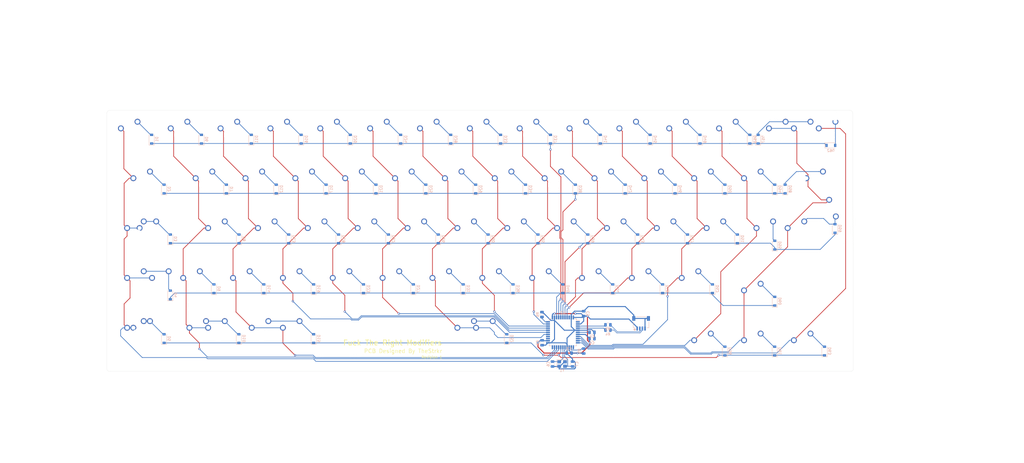
<source format=kicad_pcb>
(kicad_pcb (version 20171130) (host pcbnew "(5.1.5)-3")
  (layers (0 F.Cu signal) (31 B.Cu signal) (34 B.Paste user) (35 F.Paste user) (36 B.SilkS user) (37 F.SilkS user) (38 B.Mask user) (39 F.Mask user) (44 Edge.Cuts user))
  (net 0 "")
  (net 1 GND)
  (net 2 "Net-(C1-Pad1)")
  (net 3 +5V)
  (net 4 XTAL1)
  (net 5 XTAL2)
  (net 6 "Net-(D1-Pad2)")
  (net 7 "Net-(D2-Pad2)")
  (net 8 "Net-(D3-Pad2)")
  (net 9 "Net-(D4-Pad2)")
  (net 10 "Net-(D5-Pad2)")
  (net 11 "Net-(D6-Pad2)")
  (net 12 "Net-(D7-Pad2)")
  (net 13 "Net-(D8-Pad2)")
  (net 14 "Net-(D9-Pad2)")
  (net 15 "Net-(D10-Pad2)")
  (net 16 "Net-(D11-Pad2)")
  (net 17 "Net-(D12-Pad2)")
  (net 18 "Net-(D13-Pad2)")
  (net 19 "Net-(D14-Pad2)")
  (net 20 "Net-(D15-Pad2)")
  (net 21 D-)
  (net 22 "Net-(R3-Pad1)")
  (net 23 D+)
  (net 24 "Net-(R4-Pad1)")
  (net 25 "Net-(R6-Pad2)")
  (net 26 "Net-(U2-Pad42)")
  (net 27 "Net-(U2-Pad12)")
  (net 28 "Net-(U2-Pad1)")
  (net 29 "Net-(D16-Pad2)")
  (net 30 "Net-(D17-Pad2)")
  (net 31 "Net-(D18-Pad2)")
  (net 32 "Net-(D19-Pad2)")
  (net 33 "Net-(D20-Pad2)")
  (net 34 "Net-(D21-Pad2)")
  (net 35 "Net-(D22-Pad2)")
  (net 36 "Net-(D23-Pad2)")
  (net 37 "Net-(D24-Pad2)")
  (net 38 "Net-(D25-Pad2)")
  (net 39 "Net-(D26-Pad2)")
  (net 40 "Net-(D27-Pad2)")
  (net 41 "Net-(D28-Pad2)")
  (net 42 "Net-(D29-Pad2)")
  (net 43 "Net-(D30-Pad2)")
  (net 44 "Net-(D31-Pad2)")
  (net 45 "Net-(D32-Pad2)")
  (net 46 "Net-(D33-Pad2)")
  (net 47 "Net-(D34-Pad2)")
  (net 48 "Net-(D35-Pad2)")
  (net 49 "Net-(D36-Pad2)")
  (net 50 "Net-(D37-Pad2)")
  (net 51 "Net-(D38-Pad2)")
  (net 52 "Net-(D39-Pad2)")
  (net 53 "Net-(D40-Pad2)")
  (net 54 "Net-(D41-Pad2)")
  (net 55 "Net-(D42-Pad2)")
  (net 56 "Net-(D43-Pad2)")
  (net 57 "Net-(D44-Pad2)")
  (net 58 "Net-(D45-Pad2)")
  (net 59 "Net-(D46-Pad2)")
  (net 60 "Net-(D47-Pad2)")
  (net 61 "Net-(D48-Pad2)")
  (net 62 "Net-(D49-Pad2)")
  (net 63 "Net-(D50-Pad2)")
  (net 64 "Net-(D51-Pad2)")
  (net 65 "Net-(D52-Pad2)")
  (net 66 "Net-(D53-Pad2)")
  (net 67 "Net-(D54-Pad2)")
  (net 68 "Net-(D55-Pad2)")
  (net 69 "Net-(D56-Pad2)")
  (net 70 "Net-(D57-Pad2)")
  (net 71 "Net-(D58-Pad2)")
  (net 72 "Net-(D60-Pad2)")
  (net 73 "Net-(D61-Pad2)")
  (net 74 "Net-(D62-Pad2)")
  (net 75 /COL6)
  (net 76 /ROW4)
  (net 77 /COL0)
  (net 78 /COL1)
  (net 79 /COL2)
  (net 80 /COL3)
  (net 81 /COL4)
  (net 82 /COL5)
  (net 83 /COL7)
  (net 84 /COL8)
  (net 85 /ROW0)
  (net 86 /ROW1)
  (net 87 /ROW2)
  (net 88 /ROW3)
  (net 89 /COL9)
  (net 90 /COL14)
  (net 91 /COL10)
  (net 92 /COL11)
  (net 93 /COL12)
  (net 94 /COL13)
  (net 95 "Net-(U2-Pad26)")
  (net 96 "Net-(U2-Pad25)")
  (net 97 "Net-(U2-Pad22)")
  (net 98 "Net-(D59-Pad2)")
  (net 99 "Net-(D63-Pad2)")
  (net 100 "Net-(R5-Pad1)")
  (module Diode_SMD:D_SOD-123 (layer B.Cu) (at 334.9625 152.4 90)
    (fp_text reference D60 (at 0 2 90) (layer B.SilkS) (effects (justify mirror)))
    (fp_text value SOD-123)
    (pad 2 smd rect (at 1.65 0 90) (size 0.9 1.2) (layers B.Cu B.Paste B.Mask) (net 72 "Net-(D60-Pad2)"))
    (pad 1 smd rect (at -1.65 0 90) (size 0.9 1.2) (layers B.Cu B.Paste B.Mask) (net 88 /ROW3))
  )
  (module MX_Only:MXOnly-1U-NoLED (layer F.Cu) (at 327.025 169.8625)
    (fp_text reference MX69)
    (fp_text value K_DOWN)
    (pad 2 thru_hole circle (at 2.54 -5.08) (size 2.25 2.25) (drill 1.47) (layers *.Cu B.Mask) (net 73 "Net-(D61-Pad2)"))
    (pad "" np_thru_hole circle (at 0 0) (size 3.9878 3.9878) (drill 3.9878) (layers *.Cu *.Mask))
    (pad 1 thru_hole circle (at -3.81 -2.54) (size 2.25 2.25) (drill 1.47) (layers *.Cu B.Mask) (net 94 /COL13))
    (pad "" np_thru_hole circle (at -5.08 0 48.0996) (size 1.75 1.75) (drill 1.75) (layers *.Cu *.Mask))
    (pad "" np_thru_hole circle (at 5.08 0 48.0996) (size 1.75 1.75) (drill 1.75) (layers *.Cu *.Mask))
  )
  (module Resistor_SMD:R_0805_2012Metric (layer B.Cu) (at 271.21 161.4375)
    (fp_text reference R3 (at 0 1.65) (layer B.SilkS) (effects (justify mirror)))
    (fp_text value 22)
    (pad 2 smd roundrect (at 0.9375 0) (size 0.975 1.4) (layers B.Cu B.Paste B.Mask) (net 21 D-))
    (pad 1 smd roundrect (at -0.9375 0) (size 0.975 1.4) (layers B.Cu B.Paste B.Mask) (net 22 "Net-(R3-Pad1)"))
  )
  (module Resistor_SMD:R_0805_2012Metric (layer B.Cu) (at 271.21 163.4375)
    (fp_text reference R4 (at 0 1.65) (layer B.SilkS) (effects (justify mirror)))
    (fp_text value 22)
    (pad 2 smd roundrect (at 0.9375 0) (size 0.975 1.4) (layers B.Cu B.Paste B.Mask) (net 23 D+))
    (pad 1 smd roundrect (at -0.9375 0) (size 0.975 1.4) (layers B.Cu B.Paste B.Mask) (net 24 "Net-(R4-Pad1)"))
  )
  (module MX_Only:MXOnly-1U-NoLED (layer F.Cu) (at 327.025 150.8125)
    (fp_text reference MX68)
    (fp_text value K_UP)
    (pad 2 thru_hole circle (at 2.54 -5.08) (size 2.25 2.25) (drill 1.47) (layers *.Cu B.Mask) (net 72 "Net-(D60-Pad2)"))
    (pad "" np_thru_hole circle (at 0 0) (size 3.9878 3.9878) (drill 3.9878) (layers *.Cu *.Mask))
    (pad 1 thru_hole circle (at -3.81 -2.54) (size 2.25 2.25) (drill 1.47) (layers *.Cu B.Mask) (net 94 /COL13))
    (pad "" np_thru_hole circle (at -5.08 0 48.0996) (size 1.75 1.75) (drill 1.75) (layers *.Cu *.Mask))
    (pad "" np_thru_hole circle (at 5.08 0 48.0996) (size 1.75 1.75) (drill 1.75) (layers *.Cu *.Mask))
  )
  (module MX_Only:MXOnly-ISO-ROTATED-ReversedStabilizers-NoLED (layer F.Cu) (at 353.21875 117.475)
    (fp_text reference MX67)
    (fp_text value K_ENT_ISO)
    (pad "" np_thru_hole circle (at -8.255 -11.938) (size 3.9878 3.9878) (drill 3.9878) (layers *.Cu *.Mask))
    (pad "" np_thru_hole circle (at -8.255 11.938) (size 3.9878 3.9878) (drill 3.9878) (layers *.Cu *.Mask))
    (pad "" np_thru_hole circle (at 6.985 -11.938) (size 3.048 3.048) (drill 3.048) (layers *.Cu *.Mask))
    (pad "" np_thru_hole circle (at 6.985 11.938) (size 3.048 3.048) (drill 3.048) (layers *.Cu *.Mask))
    (pad "" np_thru_hole circle (at 0 5.08 48.0996) (size 1.75 1.75) (drill 1.75) (layers *.Cu *.Mask))
    (pad "" np_thru_hole circle (at 0 -5.08 48.0996) (size 1.75 1.75) (drill 1.75) (layers *.Cu *.Mask))
    (pad 1 thru_hole circle (at 2.54 -3.81) (size 2.25 2.25) (drill 1.47) (layers *.Cu B.Mask) (net 94 /COL13))
    (pad "" np_thru_hole circle (at 0 0) (size 3.9878 3.9878) (drill 3.9878) (layers *.Cu *.Mask))
    (pad 2 thru_hole circle (at 5.08 2.54) (size 2.25 2.25) (drill 1.47) (layers *.Cu B.Mask) (net 98 "Net-(D59-Pad2)"))
  )
  (module "JST:JST_SM04B-SRSS-TB(LF)(SN)" (layer B.Cu) (at 283.88125 162.86875)
    (fp_text reference J1 (at -0.545095 1.767685) (layer B.SilkS) (effects (font (size 1.001173 1.001173) (thickness 0.015)) (justify mirror)))
    (fp_text value "SM04B-SRSS-TB(LF)(SN)")
    (pad 4 smd rect (at 1.5 0) (size 0.6 1.55) (layers B.Cu B.Paste B.Mask) (net 1 GND))
    (pad 3 smd rect (at 0.5 0) (size 0.6 1.55) (layers B.Cu B.Paste B.Mask) (net 23 D+))
    (pad 2 smd rect (at -0.5 0) (size 0.6 1.55) (layers B.Cu B.Paste B.Mask) (net 21 D-))
    (pad 1 smd rect (at -1.5 0) (size 0.6 1.55) (layers B.Cu B.Paste B.Mask) (net 3 +5V))
    (pad S1 smd rect (at -2.8 -3.875) (size 1.2 1.8) (layers B.Cu B.Paste B.Mask) (net 1 GND))
    (pad S2 smd rect (at 2.8 -3.875) (size 1.2 1.8) (layers B.Cu B.Paste B.Mask) (net 1 GND))
  )
  (module MX_Only:MXOnly-1U-NoLED (layer F.Cu) (at 355.6 88.9)
    (fp_text reference MX70)
    (fp_text value K_BSPC_S2)
    (pad 2 thru_hole circle (at 2.54 -5.08) (size 2.25 2.25) (drill 1.47) (layers *.Cu B.Mask) (net 74 "Net-(D62-Pad2)"))
    (pad "" np_thru_hole circle (at 0 0) (size 3.9878 3.9878) (drill 3.9878) (layers *.Cu *.Mask))
    (pad 1 thru_hole circle (at -3.81 -2.54) (size 2.25 2.25) (drill 1.47) (layers *.Cu B.Mask) (net 90 /COL14))
    (pad "" np_thru_hole circle (at -5.08 0 48.0996) (size 1.75 1.75) (drill 1.75) (layers *.Cu *.Mask))
    (pad "" np_thru_hole circle (at 5.08 0 48.0996) (size 1.75 1.75) (drill 1.75) (layers *.Cu *.Mask))
  )
  (module MX_Only:MXOnly-2U-NoLED (layer F.Cu) (at 346.075 88.9)
    (fp_text reference MX64)
    (fp_text value K_BSPC)
    (pad 2 thru_hole circle (at 2.54 -5.08) (size 2.25 2.25) (drill 1.47) (layers *.Cu B.Mask) (net 70 "Net-(D57-Pad2)"))
    (pad "" np_thru_hole circle (at 0 0) (size 3.9878 3.9878) (drill 3.9878) (layers *.Cu *.Mask))
    (pad 1 thru_hole circle (at -3.81 -2.54) (size 2.25 2.25) (drill 1.47) (layers *.Cu B.Mask) (net 94 /COL13))
    (pad "" np_thru_hole circle (at -5.08 0 48.0996) (size 1.75 1.75) (drill 1.75) (layers *.Cu *.Mask))
    (pad "" np_thru_hole circle (at 5.08 0 48.0996) (size 1.75 1.75) (drill 1.75) (layers *.Cu *.Mask))
    (pad "" np_thru_hole circle (at -11.90625 -6.985) (size 3.048 3.048) (drill 3.048) (layers *.Cu *.Mask))
    (pad "" np_thru_hole circle (at 11.90625 -6.985) (size 3.048 3.048) (drill 3.048) (layers *.Cu *.Mask))
    (pad "" np_thru_hole circle (at -11.90625 8.255) (size 3.9878 3.9878) (drill 3.9878) (layers *.Cu *.Mask))
    (pad "" np_thru_hole circle (at 11.90625 8.255) (size 3.9878 3.9878) (drill 3.9878) (layers *.Cu *.Mask))
  )
  (module Crystal:Crystal_SMD_3225-4Pin_3.2x2.5mm (layer B.Cu) (at 253.70625 176.4125)
    (fp_text reference Y1 (at 0 2.45) (layer B.SilkS) (effects (justify mirror)))
    (fp_text value 16MHz)
    (pad 4 smd rect (at -1.1 0.85) (size 1.4 1.2) (layers B.Cu B.Paste B.Mask) (net 1 GND))
    (pad 3 smd rect (at 1.1 0.85) (size 1.4 1.2) (layers B.Cu B.Paste B.Mask) (net 5 XTAL2))
    (pad 2 smd rect (at 1.1 -0.85) (size 1.4 1.2) (layers B.Cu B.Paste B.Mask) (net 1 GND))
    (pad 1 smd rect (at -1.1 -0.85) (size 1.4 1.2) (layers B.Cu B.Paste B.Mask) (net 4 XTAL1))
  )
  (module Package_QFP:TQFP-44_10x10mm_P0.8mm (layer B.Cu) (at 254 164.30625 180)
    (fp_text reference U2 (at 0 7.45) (layer B.SilkS) (effects (justify mirror)))
    (fp_text value ATmega32U4-AU)
    (pad 44 smd rect (at -4 5.7 90) (size 1.5 0.55) (layers B.Cu B.Paste B.Mask) (net 3 +5V))
    (pad 43 smd rect (at -3.2 5.7 90) (size 1.5 0.55) (layers B.Cu B.Paste B.Mask) (net 1 GND))
    (pad 42 smd rect (at -2.4 5.7 90) (size 1.5 0.55) (layers B.Cu B.Paste B.Mask) (net 26 "Net-(U2-Pad42)"))
    (pad 41 smd rect (at -1.6 5.7 90) (size 1.5 0.55) (layers B.Cu B.Paste B.Mask) (net 91 /COL10))
    (pad 40 smd rect (at -0.8 5.7 90) (size 1.5 0.55) (layers B.Cu B.Paste B.Mask) (net 89 /COL9))
    (pad 39 smd rect (at 0 5.7 90) (size 1.5 0.55) (layers B.Cu B.Paste B.Mask) (net 87 /ROW2))
    (pad 38 smd rect (at 0.8 5.7 90) (size 1.5 0.55) (layers B.Cu B.Paste B.Mask) (net 86 /ROW1))
    (pad 37 smd rect (at 1.6 5.7 90) (size 1.5 0.55) (layers B.Cu B.Paste B.Mask) (net 85 /ROW0))
    (pad 36 smd rect (at 2.4 5.7 90) (size 1.5 0.55) (layers B.Cu B.Paste B.Mask) (net 88 /ROW3))
    (pad 35 smd rect (at 3.2 5.7 90) (size 1.5 0.55) (layers B.Cu B.Paste B.Mask) (net 1 GND))
    (pad 34 smd rect (at 4 5.7 90) (size 1.5 0.55) (layers B.Cu B.Paste B.Mask) (net 3 +5V))
    (pad 33 smd rect (at 5.7 4 180) (size 1.5 0.55) (layers B.Cu B.Paste B.Mask) (net 25 "Net-(R6-Pad2)"))
    (pad 32 smd rect (at 5.7 3.2 180) (size 1.5 0.55) (layers B.Cu B.Paste B.Mask) (net 84 /COL8))
    (pad 31 smd rect (at 5.7 2.4 180) (size 1.5 0.55) (layers B.Cu B.Paste B.Mask) (net 83 /COL7))
    (pad 30 smd rect (at 5.7 1.6 180) (size 1.5 0.55) (layers B.Cu B.Paste B.Mask) (net 82 /COL5))
    (pad 29 smd rect (at 5.7 0.8 180) (size 1.5 0.55) (layers B.Cu B.Paste B.Mask) (net 81 /COL4))
    (pad 28 smd rect (at 5.7 0 180) (size 1.5 0.55) (layers B.Cu B.Paste B.Mask) (net 80 /COL3))
    (pad 27 smd rect (at 5.7 -0.8 180) (size 1.5 0.55) (layers B.Cu B.Paste B.Mask) (net 75 /COL6))
    (pad 26 smd rect (at 5.7 -1.6 180) (size 1.5 0.55) (layers B.Cu B.Paste B.Mask) (net 95 "Net-(U2-Pad26)"))
    (pad 25 smd rect (at 5.7 -2.4 180) (size 1.5 0.55) (layers B.Cu B.Paste B.Mask) (net 96 "Net-(U2-Pad25)"))
    (pad 24 smd rect (at 5.7 -3.2 180) (size 1.5 0.55) (layers B.Cu B.Paste B.Mask) (net 3 +5V))
    (pad 23 smd rect (at 5.7 -4 180) (size 1.5 0.55) (layers B.Cu B.Paste B.Mask) (net 1 GND))
    (pad 22 smd rect (at 4 -5.7 90) (size 1.5 0.55) (layers B.Cu B.Paste B.Mask) (net 97 "Net-(U2-Pad22)"))
    (pad 21 smd rect (at 3.2 -5.7 90) (size 1.5 0.55) (layers B.Cu B.Paste B.Mask) (net 79 /COL2))
    (pad 20 smd rect (at 2.4 -5.7 90) (size 1.5 0.55) (layers B.Cu B.Paste B.Mask) (net 78 /COL1))
    (pad 19 smd rect (at 1.6 -5.7 90) (size 1.5 0.55) (layers B.Cu B.Paste B.Mask) (net 77 /COL0))
    (pad 18 smd rect (at 0.8 -5.7 90) (size 1.5 0.55) (layers B.Cu B.Paste B.Mask) (net 76 /ROW4))
    (pad 17 smd rect (at 0 -5.7 90) (size 1.5 0.55) (layers B.Cu B.Paste B.Mask) (net 4 XTAL1))
    (pad 16 smd rect (at -0.8 -5.7 90) (size 1.5 0.55) (layers B.Cu B.Paste B.Mask) (net 5 XTAL2))
    (pad 15 smd rect (at -1.6 -5.7 90) (size 1.5 0.55) (layers B.Cu B.Paste B.Mask) (net 1 GND))
    (pad 14 smd rect (at -2.4 -5.7 90) (size 1.5 0.55) (layers B.Cu B.Paste B.Mask) (net 3 +5V))
    (pad 13 smd rect (at -3.2 -5.7 90) (size 1.5 0.55) (layers B.Cu B.Paste B.Mask) (net 100 "Net-(R5-Pad1)"))
    (pad 12 smd rect (at -4 -5.7 90) (size 1.5 0.55) (layers B.Cu B.Paste B.Mask) (net 27 "Net-(U2-Pad12)"))
    (pad 11 smd rect (at -5.7 -4 180) (size 1.5 0.55) (layers B.Cu B.Paste B.Mask) (net 90 /COL14))
    (pad 10 smd rect (at -5.7 -3.2 180) (size 1.5 0.55) (layers B.Cu B.Paste B.Mask) (net 94 /COL13))
    (pad 9 smd rect (at -5.7 -2.4 180) (size 1.5 0.55) (layers B.Cu B.Paste B.Mask) (net 93 /COL12))
    (pad 8 smd rect (at -5.7 -1.6 180) (size 1.5 0.55) (layers B.Cu B.Paste B.Mask) (net 92 /COL11))
    (pad 7 smd rect (at -5.7 -0.8 180) (size 1.5 0.55) (layers B.Cu B.Paste B.Mask) (net 3 +5V))
    (pad 6 smd rect (at -5.7 0 180) (size 1.5 0.55) (layers B.Cu B.Paste B.Mask) (net 2 "Net-(C1-Pad1)"))
    (pad 5 smd rect (at -5.7 0.8 180) (size 1.5 0.55) (layers B.Cu B.Paste B.Mask) (net 1 GND))
    (pad 4 smd rect (at -5.7 1.6 180) (size 1.5 0.55) (layers B.Cu B.Paste B.Mask) (net 24 "Net-(R4-Pad1)"))
    (pad 3 smd rect (at -5.7 2.4 180) (size 1.5 0.55) (layers B.Cu B.Paste B.Mask) (net 22 "Net-(R3-Pad1)"))
    (pad 2 smd rect (at -5.7 3.2 180) (size 1.5 0.55) (layers B.Cu B.Paste B.Mask) (net 3 +5V))
    (pad 1 smd rect (at -5.7 4 180) (size 1.5 0.55) (layers B.Cu B.Paste B.Mask) (net 28 "Net-(U2-Pad1)"))
  )
  (module Resistor_SMD:R_0805_2012Metric (layer B.Cu) (at 246 157.5 270)
    (fp_text reference R6 (at 0 1.65 90) (layer B.SilkS) (effects (justify mirror)))
    (fp_text value 10k)
    (pad 2 smd roundrect (at 0.9375 0 270) (size 0.975 1.4) (layers B.Cu B.Paste B.Mask) (net 25 "Net-(R6-Pad2)"))
    (pad 1 smd roundrect (at -0.9375 0 270) (size 0.975 1.4) (layers B.Cu B.Paste B.Mask) (net 1 GND))
  )
  (module Resistor_SMD:R_0805_2012Metric (layer B.Cu) (at 261.9375 171.45 270)
    (fp_text reference R5 (at 0 1.65 90) (layer B.SilkS) (effects (justify mirror)))
    (fp_text value 10k)
    (pad 2 smd roundrect (at 0.9375 0 270) (size 0.975 1.4) (layers B.Cu B.Paste B.Mask) (net 3 +5V))
    (pad 1 smd roundrect (at -0.9375 0 270) (size 0.975 1.4) (layers B.Cu B.Paste B.Mask) (net 100 "Net-(R5-Pad1)"))
  )
  (module MX_Only:MXOnly-1U-NoLED (layer F.Cu) (at 346.075 169.8625)
    (fp_text reference MX71)
    (fp_text value K_RIGHT)
    (pad 2 thru_hole circle (at 2.54 -5.08) (size 2.25 2.25) (drill 1.47) (layers *.Cu B.Mask) (net 99 "Net-(D63-Pad2)"))
    (pad "" np_thru_hole circle (at 0 0) (size 3.9878 3.9878) (drill 3.9878) (layers *.Cu *.Mask))
    (pad 1 thru_hole circle (at -3.81 -2.54) (size 2.25 2.25) (drill 1.47) (layers *.Cu B.Mask) (net 90 /COL14))
    (pad "" np_thru_hole circle (at -5.08 0 48.0996) (size 1.75 1.75) (drill 1.75) (layers *.Cu *.Mask))
    (pad "" np_thru_hole circle (at 5.08 0 48.0996) (size 1.75 1.75) (drill 1.75) (layers *.Cu *.Mask))
  )
  (module MX_Only:MXOnly-2.25U-NoLED (layer F.Cu) (at 343.69375 127)
    (fp_text reference MX66)
    (fp_text value K_ENT_ANSI)
    (pad 2 thru_hole circle (at 2.54 -5.08) (size 2.25 2.25) (drill 1.47) (layers *.Cu B.Mask) (net 98 "Net-(D59-Pad2)"))
    (pad "" np_thru_hole circle (at 0 0) (size 3.9878 3.9878) (drill 3.9878) (layers *.Cu *.Mask))
    (pad 1 thru_hole circle (at -3.81 -2.54) (size 2.25 2.25) (drill 1.47) (layers *.Cu B.Mask) (net 94 /COL13))
    (pad "" np_thru_hole circle (at -5.08 0 48.0996) (size 1.75 1.75) (drill 1.75) (layers *.Cu *.Mask))
    (pad "" np_thru_hole circle (at 5.08 0 48.0996) (size 1.75 1.75) (drill 1.75) (layers *.Cu *.Mask))
    (pad "" np_thru_hole circle (at -11.90625 -6.985) (size 3.048 3.048) (drill 3.048) (layers *.Cu *.Mask))
    (pad "" np_thru_hole circle (at 11.90625 -6.985) (size 3.048 3.048) (drill 3.048) (layers *.Cu *.Mask))
    (pad "" np_thru_hole circle (at -11.90625 8.255) (size 3.9878 3.9878) (drill 3.9878) (layers *.Cu *.Mask))
    (pad "" np_thru_hole circle (at 11.90625 8.255) (size 3.9878 3.9878) (drill 3.9878) (layers *.Cu *.Mask))
  )
  (module MX_Only:MXOnly-1.5U-NoLED (layer F.Cu) (at 350.8375 107.95)
    (fp_text reference MX65)
    (fp_text value K_BSLS)
    (pad 2 thru_hole circle (at 2.54 -5.08) (size 2.25 2.25) (drill 1.47) (layers *.Cu B.Mask) (net 71 "Net-(D58-Pad2)"))
    (pad "" np_thru_hole circle (at 0 0) (size 3.9878 3.9878) (drill 3.9878) (layers *.Cu *.Mask))
    (pad 1 thru_hole circle (at -3.81 -2.54) (size 2.25 2.25) (drill 1.47) (layers *.Cu B.Mask) (net 94 /COL13))
    (pad "" np_thru_hole circle (at -5.08 0 48.0996) (size 1.75 1.75) (drill 1.75) (layers *.Cu *.Mask))
    (pad "" np_thru_hole circle (at 5.08 0 48.0996) (size 1.75 1.75) (drill 1.75) (layers *.Cu *.Mask))
  )
  (module MX_Only:MXOnly-1U-NoLED (layer F.Cu) (at 336.55 88.9)
    (fp_text reference MX63)
    (fp_text value K_BSPC_S1)
    (pad 2 thru_hole circle (at 2.54 -5.08) (size 2.25 2.25) (drill 1.47) (layers *.Cu B.Mask) (net 70 "Net-(D57-Pad2)"))
    (pad "" np_thru_hole circle (at 0 0) (size 3.9878 3.9878) (drill 3.9878) (layers *.Cu *.Mask))
    (pad 1 thru_hole circle (at -3.81 -2.54) (size 2.25 2.25) (drill 1.47) (layers *.Cu B.Mask) (net 94 /COL13))
    (pad "" np_thru_hole circle (at -5.08 0 48.0996) (size 1.75 1.75) (drill 1.75) (layers *.Cu *.Mask))
    (pad "" np_thru_hole circle (at 5.08 0 48.0996) (size 1.75 1.75) (drill 1.75) (layers *.Cu *.Mask))
  )
  (module MX_Only:MXOnly-1U-NoLED (layer F.Cu) (at 307.975 169.8625)
    (fp_text reference MX62)
    (fp_text value K_LEFT)
    (pad 2 thru_hole circle (at 2.54 -5.08) (size 2.25 2.25) (drill 1.47) (layers *.Cu B.Mask) (net 69 "Net-(D56-Pad2)"))
    (pad "" np_thru_hole circle (at 0 0) (size 3.9878 3.9878) (drill 3.9878) (layers *.Cu *.Mask))
    (pad 1 thru_hole circle (at -3.81 -2.54) (size 2.25 2.25) (drill 1.47) (layers *.Cu B.Mask) (net 93 /COL12))
    (pad "" np_thru_hole circle (at -5.08 0 48.0996) (size 1.75 1.75) (drill 1.75) (layers *.Cu *.Mask))
    (pad "" np_thru_hole circle (at 5.08 0 48.0996) (size 1.75 1.75) (drill 1.75) (layers *.Cu *.Mask))
  )
  (module MX_Only:MXOnly-1U-NoLED (layer F.Cu) (at 331.7875 127)
    (fp_text reference MX61)
    (fp_text value K_NUHS)
    (pad 2 thru_hole circle (at 2.54 -5.08) (size 2.25 2.25) (drill 1.47) (layers *.Cu B.Mask) (net 68 "Net-(D55-Pad2)"))
    (pad "" np_thru_hole circle (at 0 0) (size 3.9878 3.9878) (drill 3.9878) (layers *.Cu *.Mask))
    (pad 1 thru_hole circle (at -3.81 -2.54) (size 2.25 2.25) (drill 1.47) (layers *.Cu B.Mask) (net 93 /COL12))
    (pad "" np_thru_hole circle (at -5.08 0 48.0996) (size 1.75 1.75) (drill 1.75) (layers *.Cu *.Mask))
    (pad "" np_thru_hole circle (at 5.08 0 48.0996) (size 1.75 1.75) (drill 1.75) (layers *.Cu *.Mask))
  )
  (module MX_Only:MXOnly-1U-NoLED (layer F.Cu) (at 327.025 107.95)
    (fp_text reference MX60)
    (fp_text value K_RBRC)
    (pad 2 thru_hole circle (at 2.54 -5.08) (size 2.25 2.25) (drill 1.47) (layers *.Cu B.Mask) (net 67 "Net-(D54-Pad2)"))
    (pad "" np_thru_hole circle (at 0 0) (size 3.9878 3.9878) (drill 3.9878) (layers *.Cu *.Mask))
    (pad 1 thru_hole circle (at -3.81 -2.54) (size 2.25 2.25) (drill 1.47) (layers *.Cu B.Mask) (net 93 /COL12))
    (pad "" np_thru_hole circle (at -5.08 0 48.0996) (size 1.75 1.75) (drill 1.75) (layers *.Cu *.Mask))
    (pad "" np_thru_hole circle (at 5.08 0 48.0996) (size 1.75 1.75) (drill 1.75) (layers *.Cu *.Mask))
  )
  (module MX_Only:MXOnly-1U-NoLED (layer F.Cu) (at 317.5 88.9)
    (fp_text reference MX59)
    (fp_text value K_EQL)
    (pad 2 thru_hole circle (at 2.54 -5.08) (size 2.25 2.25) (drill 1.47) (layers *.Cu B.Mask) (net 66 "Net-(D53-Pad2)"))
    (pad "" np_thru_hole circle (at 0 0) (size 3.9878 3.9878) (drill 3.9878) (layers *.Cu *.Mask))
    (pad 1 thru_hole circle (at -3.81 -2.54) (size 2.25 2.25) (drill 1.47) (layers *.Cu B.Mask) (net 93 /COL12))
    (pad "" np_thru_hole circle (at -5.08 0 48.0996) (size 1.75 1.75) (drill 1.75) (layers *.Cu *.Mask))
    (pad "" np_thru_hole circle (at 5.08 0 48.0996) (size 1.75 1.75) (drill 1.75) (layers *.Cu *.Mask))
  )
  (module MX_Only:MXOnly-1U-NoLED (layer F.Cu) (at 303.2125 146.05)
    (fp_text reference MX58)
    (fp_text value K_SLSH)
    (pad 2 thru_hole circle (at 2.54 -5.08) (size 2.25 2.25) (drill 1.47) (layers *.Cu B.Mask) (net 65 "Net-(D52-Pad2)"))
    (pad "" np_thru_hole circle (at 0 0) (size 3.9878 3.9878) (drill 3.9878) (layers *.Cu *.Mask))
    (pad 1 thru_hole circle (at -3.81 -2.54) (size 2.25 2.25) (drill 1.47) (layers *.Cu B.Mask) (net 92 /COL11))
    (pad "" np_thru_hole circle (at -5.08 0 48.0996) (size 1.75 1.75) (drill 1.75) (layers *.Cu *.Mask))
    (pad "" np_thru_hole circle (at 5.08 0 48.0996) (size 1.75 1.75) (drill 1.75) (layers *.Cu *.Mask))
  )
  (module MX_Only:MXOnly-1U-NoLED (layer F.Cu) (at 312.7375 127)
    (fp_text reference MX57)
    (fp_text value K_QUOT)
    (pad 2 thru_hole circle (at 2.54 -5.08) (size 2.25 2.25) (drill 1.47) (layers *.Cu B.Mask) (net 64 "Net-(D51-Pad2)"))
    (pad "" np_thru_hole circle (at 0 0) (size 3.9878 3.9878) (drill 3.9878) (layers *.Cu *.Mask))
    (pad 1 thru_hole circle (at -3.81 -2.54) (size 2.25 2.25) (drill 1.47) (layers *.Cu B.Mask) (net 92 /COL11))
    (pad "" np_thru_hole circle (at -5.08 0 48.0996) (size 1.75 1.75) (drill 1.75) (layers *.Cu *.Mask))
    (pad "" np_thru_hole circle (at 5.08 0 48.0996) (size 1.75 1.75) (drill 1.75) (layers *.Cu *.Mask))
  )
  (module MX_Only:MXOnly-1U-NoLED (layer F.Cu) (at 307.975 107.95)
    (fp_text reference MX56)
    (fp_text value K_LBRC)
    (pad 2 thru_hole circle (at 2.54 -5.08) (size 2.25 2.25) (drill 1.47) (layers *.Cu B.Mask) (net 63 "Net-(D50-Pad2)"))
    (pad "" np_thru_hole circle (at 0 0) (size 3.9878 3.9878) (drill 3.9878) (layers *.Cu *.Mask))
    (pad 1 thru_hole circle (at -3.81 -2.54) (size 2.25 2.25) (drill 1.47) (layers *.Cu B.Mask) (net 92 /COL11))
    (pad "" np_thru_hole circle (at -5.08 0 48.0996) (size 1.75 1.75) (drill 1.75) (layers *.Cu *.Mask))
    (pad "" np_thru_hole circle (at 5.08 0 48.0996) (size 1.75 1.75) (drill 1.75) (layers *.Cu *.Mask))
  )
  (module MX_Only:MXOnly-1U-NoLED (layer F.Cu) (at 298.45 88.9)
    (fp_text reference MX55)
    (fp_text value K_MINS)
    (pad 2 thru_hole circle (at 2.54 -5.08) (size 2.25 2.25) (drill 1.47) (layers *.Cu B.Mask) (net 62 "Net-(D49-Pad2)"))
    (pad "" np_thru_hole circle (at 0 0) (size 3.9878 3.9878) (drill 3.9878) (layers *.Cu *.Mask))
    (pad 1 thru_hole circle (at -3.81 -2.54) (size 2.25 2.25) (drill 1.47) (layers *.Cu B.Mask) (net 92 /COL11))
    (pad "" np_thru_hole circle (at -5.08 0 48.0996) (size 1.75 1.75) (drill 1.75) (layers *.Cu *.Mask))
    (pad "" np_thru_hole circle (at 5.08 0 48.0996) (size 1.75 1.75) (drill 1.75) (layers *.Cu *.Mask))
  )
  (module MX_Only:MXOnly-1U-NoLED (layer F.Cu) (at 284.1625 146.05)
    (fp_text reference MX54)
    (fp_text value K_DOT)
    (pad 2 thru_hole circle (at 2.54 -5.08) (size 2.25 2.25) (drill 1.47) (layers *.Cu B.Mask) (net 61 "Net-(D48-Pad2)"))
    (pad "" np_thru_hole circle (at 0 0) (size 3.9878 3.9878) (drill 3.9878) (layers *.Cu *.Mask))
    (pad 1 thru_hole circle (at -3.81 -2.54) (size 2.25 2.25) (drill 1.47) (layers *.Cu B.Mask) (net 91 /COL10))
    (pad "" np_thru_hole circle (at -5.08 0 48.0996) (size 1.75 1.75) (drill 1.75) (layers *.Cu *.Mask))
    (pad "" np_thru_hole circle (at 5.08 0 48.0996) (size 1.75 1.75) (drill 1.75) (layers *.Cu *.Mask))
  )
  (module MX_Only:MXOnly-1U-NoLED (layer F.Cu) (at 293.6875 127)
    (fp_text reference MX53)
    (fp_text value K_SCLN)
    (pad 2 thru_hole circle (at 2.54 -5.08) (size 2.25 2.25) (drill 1.47) (layers *.Cu B.Mask) (net 60 "Net-(D47-Pad2)"))
    (pad "" np_thru_hole circle (at 0 0) (size 3.9878 3.9878) (drill 3.9878) (layers *.Cu *.Mask))
    (pad 1 thru_hole circle (at -3.81 -2.54) (size 2.25 2.25) (drill 1.47) (layers *.Cu B.Mask) (net 91 /COL10))
    (pad "" np_thru_hole circle (at -5.08 0 48.0996) (size 1.75 1.75) (drill 1.75) (layers *.Cu *.Mask))
    (pad "" np_thru_hole circle (at 5.08 0 48.0996) (size 1.75 1.75) (drill 1.75) (layers *.Cu *.Mask))
  )
  (module MX_Only:MXOnly-1U-NoLED (layer F.Cu) (at 288.925 107.95)
    (fp_text reference MX52)
    (fp_text value K_P)
    (pad 2 thru_hole circle (at 2.54 -5.08) (size 2.25 2.25) (drill 1.47) (layers *.Cu B.Mask) (net 59 "Net-(D46-Pad2)"))
    (pad "" np_thru_hole circle (at 0 0) (size 3.9878 3.9878) (drill 3.9878) (layers *.Cu *.Mask))
    (pad 1 thru_hole circle (at -3.81 -2.54) (size 2.25 2.25) (drill 1.47) (layers *.Cu B.Mask) (net 91 /COL10))
    (pad "" np_thru_hole circle (at -5.08 0 48.0996) (size 1.75 1.75) (drill 1.75) (layers *.Cu *.Mask))
    (pad "" np_thru_hole circle (at 5.08 0 48.0996) (size 1.75 1.75) (drill 1.75) (layers *.Cu *.Mask))
  )
  (module MX_Only:MXOnly-1U-NoLED (layer F.Cu) (at 279.4 88.9)
    (fp_text reference MX51)
    (fp_text value K_0)
    (pad 2 thru_hole circle (at 2.54 -5.08) (size 2.25 2.25) (drill 1.47) (layers *.Cu B.Mask) (net 58 "Net-(D45-Pad2)"))
    (pad "" np_thru_hole circle (at 0 0) (size 3.9878 3.9878) (drill 3.9878) (layers *.Cu *.Mask))
    (pad 1 thru_hole circle (at -3.81 -2.54) (size 2.25 2.25) (drill 1.47) (layers *.Cu B.Mask) (net 91 /COL10))
    (pad "" np_thru_hole circle (at -5.08 0 48.0996) (size 1.75 1.75) (drill 1.75) (layers *.Cu *.Mask))
    (pad "" np_thru_hole circle (at 5.08 0 48.0996) (size 1.75 1.75) (drill 1.75) (layers *.Cu *.Mask))
  )
  (module MX_Only:MXOnly-1U-NoLED (layer F.Cu) (at 265.1125 146.05)
    (fp_text reference MX50)
    (fp_text value K_COMM)
    (pad 2 thru_hole circle (at 2.54 -5.08) (size 2.25 2.25) (drill 1.47) (layers *.Cu B.Mask) (net 57 "Net-(D44-Pad2)"))
    (pad "" np_thru_hole circle (at 0 0) (size 3.9878 3.9878) (drill 3.9878) (layers *.Cu *.Mask))
    (pad 1 thru_hole circle (at -3.81 -2.54) (size 2.25 2.25) (drill 1.47) (layers *.Cu B.Mask) (net 89 /COL9))
    (pad "" np_thru_hole circle (at -5.08 0 48.0996) (size 1.75 1.75) (drill 1.75) (layers *.Cu *.Mask))
    (pad "" np_thru_hole circle (at 5.08 0 48.0996) (size 1.75 1.75) (drill 1.75) (layers *.Cu *.Mask))
  )
  (module MX_Only:MXOnly-1U-NoLED (layer F.Cu) (at 274.6375 127)
    (fp_text reference MX49)
    (fp_text value K_L)
    (pad 2 thru_hole circle (at 2.54 -5.08) (size 2.25 2.25) (drill 1.47) (layers *.Cu B.Mask) (net 56 "Net-(D43-Pad2)"))
    (pad "" np_thru_hole circle (at 0 0) (size 3.9878 3.9878) (drill 3.9878) (layers *.Cu *.Mask))
    (pad 1 thru_hole circle (at -3.81 -2.54) (size 2.25 2.25) (drill 1.47) (layers *.Cu B.Mask) (net 89 /COL9))
    (pad "" np_thru_hole circle (at -5.08 0 48.0996) (size 1.75 1.75) (drill 1.75) (layers *.Cu *.Mask))
    (pad "" np_thru_hole circle (at 5.08 0 48.0996) (size 1.75 1.75) (drill 1.75) (layers *.Cu *.Mask))
  )
  (module MX_Only:MXOnly-1U-NoLED (layer F.Cu) (at 269.875 107.95)
    (fp_text reference MX48)
    (fp_text value K_O)
    (pad 2 thru_hole circle (at 2.54 -5.08) (size 2.25 2.25) (drill 1.47) (layers *.Cu B.Mask) (net 55 "Net-(D42-Pad2)"))
    (pad "" np_thru_hole circle (at 0 0) (size 3.9878 3.9878) (drill 3.9878) (layers *.Cu *.Mask))
    (pad 1 thru_hole circle (at -3.81 -2.54) (size 2.25 2.25) (drill 1.47) (layers *.Cu B.Mask) (net 89 /COL9))
    (pad "" np_thru_hole circle (at -5.08 0 48.0996) (size 1.75 1.75) (drill 1.75) (layers *.Cu *.Mask))
    (pad "" np_thru_hole circle (at 5.08 0 48.0996) (size 1.75 1.75) (drill 1.75) (layers *.Cu *.Mask))
  )
  (module MX_Only:MXOnly-1U-NoLED (layer F.Cu) (at 260.35 88.9)
    (fp_text reference MX47)
    (fp_text value K_9)
    (pad 2 thru_hole circle (at 2.54 -5.08) (size 2.25 2.25) (drill 1.47) (layers *.Cu B.Mask) (net 54 "Net-(D41-Pad2)"))
    (pad "" np_thru_hole circle (at 0 0) (size 3.9878 3.9878) (drill 3.9878) (layers *.Cu *.Mask))
    (pad 1 thru_hole circle (at -3.81 -2.54) (size 2.25 2.25) (drill 1.47) (layers *.Cu B.Mask) (net 89 /COL9))
    (pad "" np_thru_hole circle (at -5.08 0 48.0996) (size 1.75 1.75) (drill 1.75) (layers *.Cu *.Mask))
    (pad "" np_thru_hole circle (at 5.08 0 48.0996) (size 1.75 1.75) (drill 1.75) (layers *.Cu *.Mask))
  )
  (module MX_Only:MXOnly-1U-NoLED (layer F.Cu) (at 246.0625 146.05)
    (fp_text reference MX46)
    (fp_text value K_M)
    (pad 2 thru_hole circle (at 2.54 -5.08) (size 2.25 2.25) (drill 1.47) (layers *.Cu B.Mask) (net 53 "Net-(D40-Pad2)"))
    (pad "" np_thru_hole circle (at 0 0) (size 3.9878 3.9878) (drill 3.9878) (layers *.Cu *.Mask))
    (pad 1 thru_hole circle (at -3.81 -2.54) (size 2.25 2.25) (drill 1.47) (layers *.Cu B.Mask) (net 84 /COL8))
    (pad "" np_thru_hole circle (at -5.08 0 48.0996) (size 1.75 1.75) (drill 1.75) (layers *.Cu *.Mask))
    (pad "" np_thru_hole circle (at 5.08 0 48.0996) (size 1.75 1.75) (drill 1.75) (layers *.Cu *.Mask))
  )
  (module MX_Only:MXOnly-1U-NoLED (layer F.Cu) (at 255.5875 127)
    (fp_text reference MX45)
    (fp_text value K_K)
    (pad 2 thru_hole circle (at 2.54 -5.08) (size 2.25 2.25) (drill 1.47) (layers *.Cu B.Mask) (net 52 "Net-(D39-Pad2)"))
    (pad "" np_thru_hole circle (at 0 0) (size 3.9878 3.9878) (drill 3.9878) (layers *.Cu *.Mask))
    (pad 1 thru_hole circle (at -3.81 -2.54) (size 2.25 2.25) (drill 1.47) (layers *.Cu B.Mask) (net 84 /COL8))
    (pad "" np_thru_hole circle (at -5.08 0 48.0996) (size 1.75 1.75) (drill 1.75) (layers *.Cu *.Mask))
    (pad "" np_thru_hole circle (at 5.08 0 48.0996) (size 1.75 1.75) (drill 1.75) (layers *.Cu *.Mask))
  )
  (module MX_Only:MXOnly-1U-NoLED (layer F.Cu) (at 250.825 107.95)
    (fp_text reference MX44)
    (fp_text value K_I)
    (pad 2 thru_hole circle (at 2.54 -5.08) (size 2.25 2.25) (drill 1.47) (layers *.Cu B.Mask) (net 51 "Net-(D38-Pad2)"))
    (pad "" np_thru_hole circle (at 0 0) (size 3.9878 3.9878) (drill 3.9878) (layers *.Cu *.Mask))
    (pad 1 thru_hole circle (at -3.81 -2.54) (size 2.25 2.25) (drill 1.47) (layers *.Cu B.Mask) (net 84 /COL8))
    (pad "" np_thru_hole circle (at -5.08 0 48.0996) (size 1.75 1.75) (drill 1.75) (layers *.Cu *.Mask))
    (pad "" np_thru_hole circle (at 5.08 0 48.0996) (size 1.75 1.75) (drill 1.75) (layers *.Cu *.Mask))
  )
  (module MX_Only:MXOnly-1U-NoLED (layer F.Cu) (at 241.3 88.9)
    (fp_text reference MX43)
    (fp_text value K_8)
    (pad 2 thru_hole circle (at 2.54 -5.08) (size 2.25 2.25) (drill 1.47) (layers *.Cu B.Mask) (net 50 "Net-(D37-Pad2)"))
    (pad "" np_thru_hole circle (at 0 0) (size 3.9878 3.9878) (drill 3.9878) (layers *.Cu *.Mask))
    (pad 1 thru_hole circle (at -3.81 -2.54) (size 2.25 2.25) (drill 1.47) (layers *.Cu B.Mask) (net 84 /COL8))
    (pad "" np_thru_hole circle (at -5.08 0 48.0996) (size 1.75 1.75) (drill 1.75) (layers *.Cu *.Mask))
    (pad "" np_thru_hole circle (at 5.08 0 48.0996) (size 1.75 1.75) (drill 1.75) (layers *.Cu *.Mask))
  )
  (module MX_Only:MXOnly-1U-NoLED (layer F.Cu) (at 227.0125 146.05)
    (fp_text reference MX42)
    (fp_text value K_N)
    (pad 2 thru_hole circle (at 2.54 -5.08) (size 2.25 2.25) (drill 1.47) (layers *.Cu B.Mask) (net 49 "Net-(D36-Pad2)"))
    (pad "" np_thru_hole circle (at 0 0) (size 3.9878 3.9878) (drill 3.9878) (layers *.Cu *.Mask))
    (pad 1 thru_hole circle (at -3.81 -2.54) (size 2.25 2.25) (drill 1.47) (layers *.Cu B.Mask) (net 83 /COL7))
    (pad "" np_thru_hole circle (at -5.08 0 48.0996) (size 1.75 1.75) (drill 1.75) (layers *.Cu *.Mask))
    (pad "" np_thru_hole circle (at 5.08 0 48.0996) (size 1.75 1.75) (drill 1.75) (layers *.Cu *.Mask))
  )
  (module MX_Only:MXOnly-1U-NoLED (layer F.Cu) (at 236.5375 127)
    (fp_text reference MX41)
    (fp_text value K_J)
    (pad 2 thru_hole circle (at 2.54 -5.08) (size 2.25 2.25) (drill 1.47) (layers *.Cu B.Mask) (net 48 "Net-(D35-Pad2)"))
    (pad "" np_thru_hole circle (at 0 0) (size 3.9878 3.9878) (drill 3.9878) (layers *.Cu *.Mask))
    (pad 1 thru_hole circle (at -3.81 -2.54) (size 2.25 2.25) (drill 1.47) (layers *.Cu B.Mask) (net 83 /COL7))
    (pad "" np_thru_hole circle (at -5.08 0 48.0996) (size 1.75 1.75) (drill 1.75) (layers *.Cu *.Mask))
    (pad "" np_thru_hole circle (at 5.08 0 48.0996) (size 1.75 1.75) (drill 1.75) (layers *.Cu *.Mask))
  )
  (module MX_Only:MXOnly-1U-NoLED (layer F.Cu) (at 231.775 107.95)
    (fp_text reference MX40)
    (fp_text value K_U)
    (pad 2 thru_hole circle (at 2.54 -5.08) (size 2.25 2.25) (drill 1.47) (layers *.Cu B.Mask) (net 47 "Net-(D34-Pad2)"))
    (pad "" np_thru_hole circle (at 0 0) (size 3.9878 3.9878) (drill 3.9878) (layers *.Cu *.Mask))
    (pad 1 thru_hole circle (at -3.81 -2.54) (size 2.25 2.25) (drill 1.47) (layers *.Cu B.Mask) (net 83 /COL7))
    (pad "" np_thru_hole circle (at -5.08 0 48.0996) (size 1.75 1.75) (drill 1.75) (layers *.Cu *.Mask))
    (pad "" np_thru_hole circle (at 5.08 0 48.0996) (size 1.75 1.75) (drill 1.75) (layers *.Cu *.Mask))
  )
  (module MX_Only:MXOnly-1U-NoLED (layer F.Cu) (at 222.25 88.9)
    (fp_text reference MX39)
    (fp_text value K_7)
    (pad 2 thru_hole circle (at 2.54 -5.08) (size 2.25 2.25) (drill 1.47) (layers *.Cu B.Mask) (net 46 "Net-(D33-Pad2)"))
    (pad "" np_thru_hole circle (at 0 0) (size 3.9878 3.9878) (drill 3.9878) (layers *.Cu *.Mask))
    (pad 1 thru_hole circle (at -3.81 -2.54) (size 2.25 2.25) (drill 1.47) (layers *.Cu B.Mask) (net 83 /COL7))
    (pad "" np_thru_hole circle (at -5.08 0 48.0996) (size 1.75 1.75) (drill 1.75) (layers *.Cu *.Mask))
    (pad "" np_thru_hole circle (at 5.08 0 48.0996) (size 1.75 1.75) (drill 1.75) (layers *.Cu *.Mask))
  )
  (module MX_Only:MXOnly-6.25U-ReversedStabilizers-NoLED (layer F.Cu) (at 224.63125 165.1)
    (fp_text reference MX38)
    (fp_text value K_SPC_6.25U)
    (pad 2 thru_hole circle (at 2.54 -5.08) (size 2.25 2.25) (drill 1.47) (layers *.Cu B.Mask) (net 45 "Net-(D32-Pad2)"))
    (pad "" np_thru_hole circle (at 0 0) (size 3.9878 3.9878) (drill 3.9878) (layers *.Cu *.Mask))
    (pad 1 thru_hole circle (at -3.81 -2.54) (size 2.25 2.25) (drill 1.47) (layers *.Cu B.Mask) (net 75 /COL6))
    (pad "" np_thru_hole circle (at -5.08 0 48.0996) (size 1.75 1.75) (drill 1.75) (layers *.Cu *.Mask))
    (pad "" np_thru_hole circle (at 5.08 0 48.0996) (size 1.75 1.75) (drill 1.75) (layers *.Cu *.Mask))
    (pad "" np_thru_hole circle (at -49.9999 6.985) (size 3.048 3.048) (drill 3.048) (layers *.Cu *.Mask))
    (pad "" np_thru_hole circle (at 49.9999 6.985) (size 3.048 3.048) (drill 3.048) (layers *.Cu *.Mask))
    (pad "" np_thru_hole circle (at -49.9999 -8.255) (size 3.9878 3.9878) (drill 3.9878) (layers *.Cu *.Mask))
    (pad "" np_thru_hole circle (at 49.9999 -8.255) (size 3.9878 3.9878) (drill 3.9878) (layers *.Cu *.Mask))
  )
  (module MX_Only:MXOnly-7U-ReversedStabilizers-NoLED (layer F.Cu) (at 217.4875 165.1)
    (fp_text reference MX37)
    (fp_text value K_SPC_7U)
    (pad 2 thru_hole circle (at 2.54 -5.08) (size 2.25 2.25) (drill 1.47) (layers *.Cu B.Mask) (net 45 "Net-(D32-Pad2)"))
    (pad "" np_thru_hole circle (at 0 0) (size 3.9878 3.9878) (drill 3.9878) (layers *.Cu *.Mask))
    (pad 1 thru_hole circle (at -3.81 -2.54) (size 2.25 2.25) (drill 1.47) (layers *.Cu B.Mask) (net 75 /COL6))
    (pad "" np_thru_hole circle (at -5.08 0 48.0996) (size 1.75 1.75) (drill 1.75) (layers *.Cu *.Mask))
    (pad "" np_thru_hole circle (at 5.08 0 48.0996) (size 1.75 1.75) (drill 1.75) (layers *.Cu *.Mask))
    (pad "" np_thru_hole circle (at -57.15 6.985) (size 3.048 3.048) (drill 3.048) (layers *.Cu *.Mask))
    (pad "" np_thru_hole circle (at 57.15 6.985) (size 3.048 3.048) (drill 3.048) (layers *.Cu *.Mask))
    (pad "" np_thru_hole circle (at -57.15 -8.255) (size 3.9878 3.9878) (drill 3.9878) (layers *.Cu *.Mask))
    (pad "" np_thru_hole circle (at 57.15 -8.255) (size 3.9878 3.9878) (drill 3.9878) (layers *.Cu *.Mask))
  )
  (module MX_Only:MXOnly-1U-NoLED (layer F.Cu) (at 207.9625 146.05)
    (fp_text reference MX36)
    (fp_text value K_B)
    (pad 2 thru_hole circle (at 2.54 -5.08) (size 2.25 2.25) (drill 1.47) (layers *.Cu B.Mask) (net 44 "Net-(D31-Pad2)"))
    (pad "" np_thru_hole circle (at 0 0) (size 3.9878 3.9878) (drill 3.9878) (layers *.Cu *.Mask))
    (pad 1 thru_hole circle (at -3.81 -2.54) (size 2.25 2.25) (drill 1.47) (layers *.Cu B.Mask) (net 75 /COL6))
    (pad "" np_thru_hole circle (at -5.08 0 48.0996) (size 1.75 1.75) (drill 1.75) (layers *.Cu *.Mask))
    (pad "" np_thru_hole circle (at 5.08 0 48.0996) (size 1.75 1.75) (drill 1.75) (layers *.Cu *.Mask))
  )
  (module MX_Only:MXOnly-1U-NoLED (layer F.Cu) (at 217.4875 127)
    (fp_text reference MX35)
    (fp_text value K_H)
    (pad 2 thru_hole circle (at 2.54 -5.08) (size 2.25 2.25) (drill 1.47) (layers *.Cu B.Mask) (net 43 "Net-(D30-Pad2)"))
    (pad "" np_thru_hole circle (at 0 0) (size 3.9878 3.9878) (drill 3.9878) (layers *.Cu *.Mask))
    (pad 1 thru_hole circle (at -3.81 -2.54) (size 2.25 2.25) (drill 1.47) (layers *.Cu B.Mask) (net 75 /COL6))
    (pad "" np_thru_hole circle (at -5.08 0 48.0996) (size 1.75 1.75) (drill 1.75) (layers *.Cu *.Mask))
    (pad "" np_thru_hole circle (at 5.08 0 48.0996) (size 1.75 1.75) (drill 1.75) (layers *.Cu *.Mask))
  )
  (module MX_Only:MXOnly-1U-NoLED (layer F.Cu) (at 212.725 107.95)
    (fp_text reference MX34)
    (fp_text value K_Y)
    (pad 2 thru_hole circle (at 2.54 -5.08) (size 2.25 2.25) (drill 1.47) (layers *.Cu B.Mask) (net 42 "Net-(D29-Pad2)"))
    (pad "" np_thru_hole circle (at 0 0) (size 3.9878 3.9878) (drill 3.9878) (layers *.Cu *.Mask))
    (pad 1 thru_hole circle (at -3.81 -2.54) (size 2.25 2.25) (drill 1.47) (layers *.Cu B.Mask) (net 75 /COL6))
    (pad "" np_thru_hole circle (at -5.08 0 48.0996) (size 1.75 1.75) (drill 1.75) (layers *.Cu *.Mask))
    (pad "" np_thru_hole circle (at 5.08 0 48.0996) (size 1.75 1.75) (drill 1.75) (layers *.Cu *.Mask))
  )
  (module MX_Only:MXOnly-1U-NoLED (layer F.Cu) (at 203.2 88.9)
    (fp_text reference MX33)
    (fp_text value K_6)
    (pad 2 thru_hole circle (at 2.54 -5.08) (size 2.25 2.25) (drill 1.47) (layers *.Cu B.Mask) (net 41 "Net-(D28-Pad2)"))
    (pad "" np_thru_hole circle (at 0 0) (size 3.9878 3.9878) (drill 3.9878) (layers *.Cu *.Mask))
    (pad 1 thru_hole circle (at -3.81 -2.54) (size 2.25 2.25) (drill 1.47) (layers *.Cu B.Mask) (net 75 /COL6))
    (pad "" np_thru_hole circle (at -5.08 0 48.0996) (size 1.75 1.75) (drill 1.75) (layers *.Cu *.Mask))
    (pad "" np_thru_hole circle (at 5.08 0 48.0996) (size 1.75 1.75) (drill 1.75) (layers *.Cu *.Mask))
  )
  (module MX_Only:MXOnly-1U-NoLED (layer F.Cu) (at 188.9125 146.05)
    (fp_text reference MX32)
    (fp_text value K_V)
    (pad 2 thru_hole circle (at 2.54 -5.08) (size 2.25 2.25) (drill 1.47) (layers *.Cu B.Mask) (net 40 "Net-(D27-Pad2)"))
    (pad "" np_thru_hole circle (at 0 0) (size 3.9878 3.9878) (drill 3.9878) (layers *.Cu *.Mask))
    (pad 1 thru_hole circle (at -3.81 -2.54) (size 2.25 2.25) (drill 1.47) (layers *.Cu B.Mask) (net 82 /COL5))
    (pad "" np_thru_hole circle (at -5.08 0 48.0996) (size 1.75 1.75) (drill 1.75) (layers *.Cu *.Mask))
    (pad "" np_thru_hole circle (at 5.08 0 48.0996) (size 1.75 1.75) (drill 1.75) (layers *.Cu *.Mask))
  )
  (module MX_Only:MXOnly-1U-NoLED (layer F.Cu) (at 198.4375 127)
    (fp_text reference MX31)
    (fp_text value K_G)
    (pad 2 thru_hole circle (at 2.54 -5.08) (size 2.25 2.25) (drill 1.47) (layers *.Cu B.Mask) (net 39 "Net-(D26-Pad2)"))
    (pad "" np_thru_hole circle (at 0 0) (size 3.9878 3.9878) (drill 3.9878) (layers *.Cu *.Mask))
    (pad 1 thru_hole circle (at -3.81 -2.54) (size 2.25 2.25) (drill 1.47) (layers *.Cu B.Mask) (net 82 /COL5))
    (pad "" np_thru_hole circle (at -5.08 0 48.0996) (size 1.75 1.75) (drill 1.75) (layers *.Cu *.Mask))
    (pad "" np_thru_hole circle (at 5.08 0 48.0996) (size 1.75 1.75) (drill 1.75) (layers *.Cu *.Mask))
  )
  (module MX_Only:MXOnly-1U-NoLED (layer F.Cu) (at 193.675 107.95)
    (fp_text reference MX30)
    (fp_text value K_T)
    (pad 2 thru_hole circle (at 2.54 -5.08) (size 2.25 2.25) (drill 1.47) (layers *.Cu B.Mask) (net 38 "Net-(D25-Pad2)"))
    (pad "" np_thru_hole circle (at 0 0) (size 3.9878 3.9878) (drill 3.9878) (layers *.Cu *.Mask))
    (pad 1 thru_hole circle (at -3.81 -2.54) (size 2.25 2.25) (drill 1.47) (layers *.Cu B.Mask) (net 82 /COL5))
    (pad "" np_thru_hole circle (at -5.08 0 48.0996) (size 1.75 1.75) (drill 1.75) (layers *.Cu *.Mask))
    (pad "" np_thru_hole circle (at 5.08 0 48.0996) (size 1.75 1.75) (drill 1.75) (layers *.Cu *.Mask))
  )
  (module MX_Only:MXOnly-1U-NoLED (layer F.Cu) (at 184.15 88.9)
    (fp_text reference MX29)
    (fp_text value K_5)
    (pad 2 thru_hole circle (at 2.54 -5.08) (size 2.25 2.25) (drill 1.47) (layers *.Cu B.Mask) (net 37 "Net-(D24-Pad2)"))
    (pad "" np_thru_hole circle (at 0 0) (size 3.9878 3.9878) (drill 3.9878) (layers *.Cu *.Mask))
    (pad 1 thru_hole circle (at -3.81 -2.54) (size 2.25 2.25) (drill 1.47) (layers *.Cu B.Mask) (net 82 /COL5))
    (pad "" np_thru_hole circle (at -5.08 0 48.0996) (size 1.75 1.75) (drill 1.75) (layers *.Cu *.Mask))
    (pad "" np_thru_hole circle (at 5.08 0 48.0996) (size 1.75 1.75) (drill 1.75) (layers *.Cu *.Mask))
  )
  (module MX_Only:MXOnly-1U-NoLED (layer F.Cu) (at 169.8625 146.05)
    (fp_text reference MX28)
    (fp_text value K_C)
    (pad 2 thru_hole circle (at 2.54 -5.08) (size 2.25 2.25) (drill 1.47) (layers *.Cu B.Mask) (net 36 "Net-(D23-Pad2)"))
    (pad "" np_thru_hole circle (at 0 0) (size 3.9878 3.9878) (drill 3.9878) (layers *.Cu *.Mask))
    (pad 1 thru_hole circle (at -3.81 -2.54) (size 2.25 2.25) (drill 1.47) (layers *.Cu B.Mask) (net 81 /COL4))
    (pad "" np_thru_hole circle (at -5.08 0 48.0996) (size 1.75 1.75) (drill 1.75) (layers *.Cu *.Mask))
    (pad "" np_thru_hole circle (at 5.08 0 48.0996) (size 1.75 1.75) (drill 1.75) (layers *.Cu *.Mask))
  )
  (module MX_Only:MXOnly-1U-NoLED (layer F.Cu) (at 179.3875 127)
    (fp_text reference MX27)
    (fp_text value K_F)
    (pad 2 thru_hole circle (at 2.54 -5.08) (size 2.25 2.25) (drill 1.47) (layers *.Cu B.Mask) (net 35 "Net-(D22-Pad2)"))
    (pad "" np_thru_hole circle (at 0 0) (size 3.9878 3.9878) (drill 3.9878) (layers *.Cu *.Mask))
    (pad 1 thru_hole circle (at -3.81 -2.54) (size 2.25 2.25) (drill 1.47) (layers *.Cu B.Mask) (net 81 /COL4))
    (pad "" np_thru_hole circle (at -5.08 0 48.0996) (size 1.75 1.75) (drill 1.75) (layers *.Cu *.Mask))
    (pad "" np_thru_hole circle (at 5.08 0 48.0996) (size 1.75 1.75) (drill 1.75) (layers *.Cu *.Mask))
  )
  (module MX_Only:MXOnly-1U-NoLED (layer F.Cu) (at 174.625 107.95)
    (fp_text reference MX26)
    (fp_text value K_R)
    (pad 2 thru_hole circle (at 2.54 -5.08) (size 2.25 2.25) (drill 1.47) (layers *.Cu B.Mask) (net 34 "Net-(D21-Pad2)"))
    (pad "" np_thru_hole circle (at 0 0) (size 3.9878 3.9878) (drill 3.9878) (layers *.Cu *.Mask))
    (pad 1 thru_hole circle (at -3.81 -2.54) (size 2.25 2.25) (drill 1.47) (layers *.Cu B.Mask) (net 81 /COL4))
    (pad "" np_thru_hole circle (at -5.08 0 48.0996) (size 1.75 1.75) (drill 1.75) (layers *.Cu *.Mask))
    (pad "" np_thru_hole circle (at 5.08 0 48.0996) (size 1.75 1.75) (drill 1.75) (layers *.Cu *.Mask))
  )
  (module MX_Only:MXOnly-1U-NoLED (layer F.Cu) (at 165.1 88.9)
    (fp_text reference MX25)
    (fp_text value K_4)
    (pad 2 thru_hole circle (at 2.54 -5.08) (size 2.25 2.25) (drill 1.47) (layers *.Cu B.Mask) (net 33 "Net-(D20-Pad2)"))
    (pad "" np_thru_hole circle (at 0 0) (size 3.9878 3.9878) (drill 3.9878) (layers *.Cu *.Mask))
    (pad 1 thru_hole circle (at -3.81 -2.54) (size 2.25 2.25) (drill 1.47) (layers *.Cu B.Mask) (net 81 /COL4))
    (pad "" np_thru_hole circle (at -5.08 0 48.0996) (size 1.75 1.75) (drill 1.75) (layers *.Cu *.Mask))
    (pad "" np_thru_hole circle (at 5.08 0 48.0996) (size 1.75 1.75) (drill 1.75) (layers *.Cu *.Mask))
  )
  (module MX_Only:MXOnly-1U-NoLED (layer F.Cu) (at 150.8125 146.05)
    (fp_text reference MX24)
    (fp_text value K_X)
    (pad 2 thru_hole circle (at 2.54 -5.08) (size 2.25 2.25) (drill 1.47) (layers *.Cu B.Mask) (net 32 "Net-(D19-Pad2)"))
    (pad "" np_thru_hole circle (at 0 0) (size 3.9878 3.9878) (drill 3.9878) (layers *.Cu *.Mask))
    (pad 1 thru_hole circle (at -3.81 -2.54) (size 2.25 2.25) (drill 1.47) (layers *.Cu B.Mask) (net 80 /COL3))
    (pad "" np_thru_hole circle (at -5.08 0 48.0996) (size 1.75 1.75) (drill 1.75) (layers *.Cu *.Mask))
    (pad "" np_thru_hole circle (at 5.08 0 48.0996) (size 1.75 1.75) (drill 1.75) (layers *.Cu *.Mask))
  )
  (module MX_Only:MXOnly-1U-NoLED (layer F.Cu) (at 160.3375 127)
    (fp_text reference MX23)
    (fp_text value K_D)
    (pad 2 thru_hole circle (at 2.54 -5.08) (size 2.25 2.25) (drill 1.47) (layers *.Cu B.Mask) (net 31 "Net-(D18-Pad2)"))
    (pad "" np_thru_hole circle (at 0 0) (size 3.9878 3.9878) (drill 3.9878) (layers *.Cu *.Mask))
    (pad 1 thru_hole circle (at -3.81 -2.54) (size 2.25 2.25) (drill 1.47) (layers *.Cu B.Mask) (net 80 /COL3))
    (pad "" np_thru_hole circle (at -5.08 0 48.0996) (size 1.75 1.75) (drill 1.75) (layers *.Cu *.Mask))
    (pad "" np_thru_hole circle (at 5.08 0 48.0996) (size 1.75 1.75) (drill 1.75) (layers *.Cu *.Mask))
  )
  (module MX_Only:MXOnly-1U-NoLED (layer F.Cu) (at 155.575 107.95)
    (fp_text reference MX22)
    (fp_text value K_E)
    (pad 2 thru_hole circle (at 2.54 -5.08) (size 2.25 2.25) (drill 1.47) (layers *.Cu B.Mask) (net 30 "Net-(D17-Pad2)"))
    (pad "" np_thru_hole circle (at 0 0) (size 3.9878 3.9878) (drill 3.9878) (layers *.Cu *.Mask))
    (pad 1 thru_hole circle (at -3.81 -2.54) (size 2.25 2.25) (drill 1.47) (layers *.Cu B.Mask) (net 80 /COL3))
    (pad "" np_thru_hole circle (at -5.08 0 48.0996) (size 1.75 1.75) (drill 1.75) (layers *.Cu *.Mask))
    (pad "" np_thru_hole circle (at 5.08 0 48.0996) (size 1.75 1.75) (drill 1.75) (layers *.Cu *.Mask))
  )
  (module MX_Only:MXOnly-1U-NoLED (layer F.Cu) (at 146.05 88.9)
    (fp_text reference MX21)
    (fp_text value K_3)
    (pad 2 thru_hole circle (at 2.54 -5.08) (size 2.25 2.25) (drill 1.47) (layers *.Cu B.Mask) (net 29 "Net-(D16-Pad2)"))
    (pad "" np_thru_hole circle (at 0 0) (size 3.9878 3.9878) (drill 3.9878) (layers *.Cu *.Mask))
    (pad 1 thru_hole circle (at -3.81 -2.54) (size 2.25 2.25) (drill 1.47) (layers *.Cu B.Mask) (net 80 /COL3))
    (pad "" np_thru_hole circle (at -5.08 0 48.0996) (size 1.75 1.75) (drill 1.75) (layers *.Cu *.Mask))
    (pad "" np_thru_hole circle (at 5.08 0 48.0996) (size 1.75 1.75) (drill 1.75) (layers *.Cu *.Mask))
  )
  (module MX_Only:MXOnly-1.5U-NoLED (layer F.Cu) (at 150.8125 165.1)
    (fp_text reference MX20)
    (fp_text value K_LALT_1.5U)
    (pad 2 thru_hole circle (at 2.54 -5.08) (size 2.25 2.25) (drill 1.47) (layers *.Cu B.Mask) (net 20 "Net-(D15-Pad2)"))
    (pad "" np_thru_hole circle (at 0 0) (size 3.9878 3.9878) (drill 3.9878) (layers *.Cu *.Mask))
    (pad 1 thru_hole circle (at -3.81 -2.54) (size 2.25 2.25) (drill 1.47) (layers *.Cu B.Mask) (net 79 /COL2))
    (pad "" np_thru_hole circle (at -5.08 0 48.0996) (size 1.75 1.75) (drill 1.75) (layers *.Cu *.Mask))
    (pad "" np_thru_hole circle (at 5.08 0 48.0996) (size 1.75 1.75) (drill 1.75) (layers *.Cu *.Mask))
  )
  (module MX_Only:MXOnly-1.25U-NoLED (layer F.Cu) (at 138.90625 165.1)
    (fp_text reference MX19)
    (fp_text value K_LALT_1.25U)
    (pad 2 thru_hole circle (at 2.54 -5.08) (size 2.25 2.25) (drill 1.47) (layers *.Cu B.Mask) (net 20 "Net-(D15-Pad2)"))
    (pad "" np_thru_hole circle (at 0 0) (size 3.9878 3.9878) (drill 3.9878) (layers *.Cu *.Mask))
    (pad 1 thru_hole circle (at -3.81 -2.54) (size 2.25 2.25) (drill 1.47) (layers *.Cu B.Mask) (net 79 /COL2))
    (pad "" np_thru_hole circle (at -5.08 0 48.0996) (size 1.75 1.75) (drill 1.75) (layers *.Cu *.Mask))
    (pad "" np_thru_hole circle (at 5.08 0 48.0996) (size 1.75 1.75) (drill 1.75) (layers *.Cu *.Mask))
  )
  (module MX_Only:MXOnly-1U-NoLED (layer F.Cu) (at 131.7625 146.05)
    (fp_text reference MX18)
    (fp_text value K_Z)
    (pad 2 thru_hole circle (at 2.54 -5.08) (size 2.25 2.25) (drill 1.47) (layers *.Cu B.Mask) (net 19 "Net-(D14-Pad2)"))
    (pad "" np_thru_hole circle (at 0 0) (size 3.9878 3.9878) (drill 3.9878) (layers *.Cu *.Mask))
    (pad 1 thru_hole circle (at -3.81 -2.54) (size 2.25 2.25) (drill 1.47) (layers *.Cu B.Mask) (net 79 /COL2))
    (pad "" np_thru_hole circle (at -5.08 0 48.0996) (size 1.75 1.75) (drill 1.75) (layers *.Cu *.Mask))
    (pad "" np_thru_hole circle (at 5.08 0 48.0996) (size 1.75 1.75) (drill 1.75) (layers *.Cu *.Mask))
  )
  (module MX_Only:MXOnly-1U-NoLED (layer F.Cu) (at 141.2875 127)
    (fp_text reference MX17)
    (fp_text value K_S)
    (pad 2 thru_hole circle (at 2.54 -5.08) (size 2.25 2.25) (drill 1.47) (layers *.Cu B.Mask) (net 18 "Net-(D13-Pad2)"))
    (pad "" np_thru_hole circle (at 0 0) (size 3.9878 3.9878) (drill 3.9878) (layers *.Cu *.Mask))
    (pad 1 thru_hole circle (at -3.81 -2.54) (size 2.25 2.25) (drill 1.47) (layers *.Cu B.Mask) (net 79 /COL2))
    (pad "" np_thru_hole circle (at -5.08 0 48.0996) (size 1.75 1.75) (drill 1.75) (layers *.Cu *.Mask))
    (pad "" np_thru_hole circle (at 5.08 0 48.0996) (size 1.75 1.75) (drill 1.75) (layers *.Cu *.Mask))
  )
  (module MX_Only:MXOnly-1U-NoLED (layer F.Cu) (at 136.525 107.95)
    (fp_text reference MX16)
    (fp_text value K_W)
    (pad 2 thru_hole circle (at 2.54 -5.08) (size 2.25 2.25) (drill 1.47) (layers *.Cu B.Mask) (net 17 "Net-(D12-Pad2)"))
    (pad "" np_thru_hole circle (at 0 0) (size 3.9878 3.9878) (drill 3.9878) (layers *.Cu *.Mask))
    (pad 1 thru_hole circle (at -3.81 -2.54) (size 2.25 2.25) (drill 1.47) (layers *.Cu B.Mask) (net 79 /COL2))
    (pad "" np_thru_hole circle (at -5.08 0 48.0996) (size 1.75 1.75) (drill 1.75) (layers *.Cu *.Mask))
    (pad "" np_thru_hole circle (at 5.08 0 48.0996) (size 1.75 1.75) (drill 1.75) (layers *.Cu *.Mask))
  )
  (module MX_Only:MXOnly-1U-NoLED (layer F.Cu) (at 127 88.9)
    (fp_text reference MX15)
    (fp_text value K_2)
    (pad 2 thru_hole circle (at 2.54 -5.08) (size 2.25 2.25) (drill 1.47) (layers *.Cu B.Mask) (net 16 "Net-(D11-Pad2)"))
    (pad "" np_thru_hole circle (at 0 0) (size 3.9878 3.9878) (drill 3.9878) (layers *.Cu *.Mask))
    (pad 1 thru_hole circle (at -3.81 -2.54) (size 2.25 2.25) (drill 1.47) (layers *.Cu B.Mask) (net 79 /COL2))
    (pad "" np_thru_hole circle (at -5.08 0 48.0996) (size 1.75 1.75) (drill 1.75) (layers *.Cu *.Mask))
    (pad "" np_thru_hole circle (at 5.08 0 48.0996) (size 1.75 1.75) (drill 1.75) (layers *.Cu *.Mask))
  )
  (module MX_Only:MXOnly-1.5U-NoLED (layer F.Cu) (at 122.2375 165.1)
    (fp_text reference MX14)
    (fp_text value K_LGUI_1.5U)
    (pad 2 thru_hole circle (at 2.54 -5.08) (size 2.25 2.25) (drill 1.47) (layers *.Cu B.Mask) (net 15 "Net-(D10-Pad2)"))
    (pad "" np_thru_hole circle (at 0 0) (size 3.9878 3.9878) (drill 3.9878) (layers *.Cu *.Mask))
    (pad 1 thru_hole circle (at -3.81 -2.54) (size 2.25 2.25) (drill 1.47) (layers *.Cu B.Mask) (net 78 /COL1))
    (pad "" np_thru_hole circle (at -5.08 0 48.0996) (size 1.75 1.75) (drill 1.75) (layers *.Cu *.Mask))
    (pad "" np_thru_hole circle (at 5.08 0 48.0996) (size 1.75 1.75) (drill 1.75) (layers *.Cu *.Mask))
  )
  (module MX_Only:MXOnly-1.25U-NoLED (layer F.Cu) (at 115.09375 165.1)
    (fp_text reference MX13)
    (fp_text value K_LGUI_1.25U)
    (pad 2 thru_hole circle (at 2.54 -5.08) (size 2.25 2.25) (drill 1.47) (layers *.Cu B.Mask) (net 15 "Net-(D10-Pad2)"))
    (pad "" np_thru_hole circle (at 0 0) (size 3.9878 3.9878) (drill 3.9878) (layers *.Cu *.Mask))
    (pad 1 thru_hole circle (at -3.81 -2.54) (size 2.25 2.25) (drill 1.47) (layers *.Cu B.Mask) (net 78 /COL1))
    (pad "" np_thru_hole circle (at -5.08 0 48.0996) (size 1.75 1.75) (drill 1.75) (layers *.Cu *.Mask))
    (pad "" np_thru_hole circle (at 5.08 0 48.0996) (size 1.75 1.75) (drill 1.75) (layers *.Cu *.Mask))
  )
  (module MX_Only:MXOnly-1U-NoLED (layer F.Cu) (at 112.7125 146.05)
    (fp_text reference MX12)
    (fp_text value K_NUBS)
    (pad 2 thru_hole circle (at 2.54 -5.08) (size 2.25 2.25) (drill 1.47) (layers *.Cu B.Mask) (net 14 "Net-(D9-Pad2)"))
    (pad "" np_thru_hole circle (at 0 0) (size 3.9878 3.9878) (drill 3.9878) (layers *.Cu *.Mask))
    (pad 1 thru_hole circle (at -3.81 -2.54) (size 2.25 2.25) (drill 1.47) (layers *.Cu B.Mask) (net 78 /COL1))
    (pad "" np_thru_hole circle (at -5.08 0 48.0996) (size 1.75 1.75) (drill 1.75) (layers *.Cu *.Mask))
    (pad "" np_thru_hole circle (at 5.08 0 48.0996) (size 1.75 1.75) (drill 1.75) (layers *.Cu *.Mask))
  )
  (module MX_Only:MXOnly-1U-NoLED (layer F.Cu) (at 122.2375 127)
    (fp_text reference MX11)
    (fp_text value K_A)
    (pad 2 thru_hole circle (at 2.54 -5.08) (size 2.25 2.25) (drill 1.47) (layers *.Cu B.Mask) (net 13 "Net-(D8-Pad2)"))
    (pad "" np_thru_hole circle (at 0 0) (size 3.9878 3.9878) (drill 3.9878) (layers *.Cu *.Mask))
    (pad 1 thru_hole circle (at -3.81 -2.54) (size 2.25 2.25) (drill 1.47) (layers *.Cu B.Mask) (net 78 /COL1))
    (pad "" np_thru_hole circle (at -5.08 0 48.0996) (size 1.75 1.75) (drill 1.75) (layers *.Cu *.Mask))
    (pad "" np_thru_hole circle (at 5.08 0 48.0996) (size 1.75 1.75) (drill 1.75) (layers *.Cu *.Mask))
  )
  (module MX_Only:MXOnly-1U-NoLED (layer F.Cu) (at 117.475 107.95)
    (fp_text reference MX10)
    (fp_text value K_Q)
    (pad 2 thru_hole circle (at 2.54 -5.08) (size 2.25 2.25) (drill 1.47) (layers *.Cu B.Mask) (net 12 "Net-(D7-Pad2)"))
    (pad "" np_thru_hole circle (at 0 0) (size 3.9878 3.9878) (drill 3.9878) (layers *.Cu *.Mask))
    (pad 1 thru_hole circle (at -3.81 -2.54) (size 2.25 2.25) (drill 1.47) (layers *.Cu B.Mask) (net 78 /COL1))
    (pad "" np_thru_hole circle (at -5.08 0 48.0996) (size 1.75 1.75) (drill 1.75) (layers *.Cu *.Mask))
    (pad "" np_thru_hole circle (at 5.08 0 48.0996) (size 1.75 1.75) (drill 1.75) (layers *.Cu *.Mask))
  )
  (module MX_Only:MXOnly-1U-NoLED (layer F.Cu) (at 107.95 88.9)
    (fp_text reference MX9)
    (fp_text value K_1)
    (pad 2 thru_hole circle (at 2.54 -5.08) (size 2.25 2.25) (drill 1.47) (layers *.Cu B.Mask) (net 11 "Net-(D6-Pad2)"))
    (pad "" np_thru_hole circle (at 0 0) (size 3.9878 3.9878) (drill 3.9878) (layers *.Cu *.Mask))
    (pad 1 thru_hole circle (at -3.81 -2.54) (size 2.25 2.25) (drill 1.47) (layers *.Cu B.Mask) (net 78 /COL1))
    (pad "" np_thru_hole circle (at -5.08 0 48.0996) (size 1.75 1.75) (drill 1.75) (layers *.Cu *.Mask))
    (pad "" np_thru_hole circle (at 5.08 0 48.0996) (size 1.75 1.75) (drill 1.75) (layers *.Cu *.Mask))
  )
  (module MX_Only:MXOnly-1.5U-NoLED (layer F.Cu) (at 93.6625 165.1)
    (fp_text reference MX8)
    (fp_text value K_LCTRL_1.5U)
    (pad 2 thru_hole circle (at 2.54 -5.08) (size 2.25 2.25) (drill 1.47) (layers *.Cu B.Mask) (net 10 "Net-(D5-Pad2)"))
    (pad "" np_thru_hole circle (at 0 0) (size 3.9878 3.9878) (drill 3.9878) (layers *.Cu *.Mask))
    (pad 1 thru_hole circle (at -3.81 -2.54) (size 2.25 2.25) (drill 1.47) (layers *.Cu B.Mask) (net 77 /COL0))
    (pad "" np_thru_hole circle (at -5.08 0 48.0996) (size 1.75 1.75) (drill 1.75) (layers *.Cu *.Mask))
    (pad "" np_thru_hole circle (at 5.08 0 48.0996) (size 1.75 1.75) (drill 1.75) (layers *.Cu *.Mask))
  )
  (module MX_Only:MXOnly-1.25U-NoLED (layer F.Cu) (at 91.28125 165.1)
    (fp_text reference MX7)
    (fp_text value K_LCTRL_1.25U)
    (pad 2 thru_hole circle (at 2.54 -5.08) (size 2.25 2.25) (drill 1.47) (layers *.Cu B.Mask) (net 10 "Net-(D5-Pad2)"))
    (pad "" np_thru_hole circle (at 0 0) (size 3.9878 3.9878) (drill 3.9878) (layers *.Cu *.Mask))
    (pad 1 thru_hole circle (at -3.81 -2.54) (size 2.25 2.25) (drill 1.47) (layers *.Cu B.Mask) (net 77 /COL0))
    (pad "" np_thru_hole circle (at -5.08 0 48.0996) (size 1.75 1.75) (drill 1.75) (layers *.Cu *.Mask))
    (pad "" np_thru_hole circle (at 5.08 0 48.0996) (size 1.75 1.75) (drill 1.75) (layers *.Cu *.Mask))
  )
  (module MX_Only:MXOnly-2.25U-NoLED (layer F.Cu) (at 100.80625 146.05)
    (fp_text reference MX6)
    (fp_text value K_LSHIFT_2.25U)
    (pad 2 thru_hole circle (at 2.54 -5.08) (size 2.25 2.25) (drill 1.47) (layers *.Cu B.Mask) (net 9 "Net-(D4-Pad2)"))
    (pad "" np_thru_hole circle (at 0 0) (size 3.9878 3.9878) (drill 3.9878) (layers *.Cu *.Mask))
    (pad 1 thru_hole circle (at -3.81 -2.54) (size 2.25 2.25) (drill 1.47) (layers *.Cu B.Mask) (net 77 /COL0))
    (pad "" np_thru_hole circle (at -5.08 0 48.0996) (size 1.75 1.75) (drill 1.75) (layers *.Cu *.Mask))
    (pad "" np_thru_hole circle (at 5.08 0 48.0996) (size 1.75 1.75) (drill 1.75) (layers *.Cu *.Mask))
    (pad "" np_thru_hole circle (at -11.90625 -6.985) (size 3.048 3.048) (drill 3.048) (layers *.Cu *.Mask))
    (pad "" np_thru_hole circle (at 11.90625 -6.985) (size 3.048 3.048) (drill 3.048) (layers *.Cu *.Mask))
    (pad "" np_thru_hole circle (at -11.90625 8.255) (size 3.9878 3.9878) (drill 3.9878) (layers *.Cu *.Mask))
    (pad "" np_thru_hole circle (at 11.90625 8.255) (size 3.9878 3.9878) (drill 3.9878) (layers *.Cu *.Mask))
  )
  (module MX_Only:MXOnly-1.25U-NoLED (layer F.Cu) (at 91.28125 146.05)
    (fp_text reference MX5)
    (fp_text value K_LSHIFT_1.25U)
    (pad 2 thru_hole circle (at 2.54 -5.08) (size 2.25 2.25) (drill 1.47) (layers *.Cu B.Mask) (net 9 "Net-(D4-Pad2)"))
    (pad "" np_thru_hole circle (at 0 0) (size 3.9878 3.9878) (drill 3.9878) (layers *.Cu *.Mask))
    (pad 1 thru_hole circle (at -3.81 -2.54) (size 2.25 2.25) (drill 1.47) (layers *.Cu B.Mask) (net 77 /COL0))
    (pad "" np_thru_hole circle (at -5.08 0 48.0996) (size 1.75 1.75) (drill 1.75) (layers *.Cu *.Mask))
    (pad "" np_thru_hole circle (at 5.08 0 48.0996) (size 1.75 1.75) (drill 1.75) (layers *.Cu *.Mask))
  )
  (module MX_Only:MXOnly-1.75U-NoLED (layer F.Cu) (at 96.04375 127)
    (fp_text reference MX4)
    (fp_text value K_CAPS)
    (pad 2 thru_hole circle (at 2.54 -5.08) (size 2.25 2.25) (drill 1.47) (layers *.Cu B.Mask) (net 8 "Net-(D3-Pad2)"))
    (pad "" np_thru_hole circle (at 0 0) (size 3.9878 3.9878) (drill 3.9878) (layers *.Cu *.Mask))
    (pad 1 thru_hole circle (at -3.81 -2.54) (size 2.25 2.25) (drill 1.47) (layers *.Cu B.Mask) (net 77 /COL0))
    (pad "" np_thru_hole circle (at -5.08 0 48.0996) (size 1.75 1.75) (drill 1.75) (layers *.Cu *.Mask))
    (pad "" np_thru_hole circle (at 5.08 0 48.0996) (size 1.75 1.75) (drill 1.75) (layers *.Cu *.Mask))
  )
  (module MX_Only:MXOnly-1.25U-NoLED (layer F.Cu) (at 91.28125 127)
    (fp_text reference MX3)
    (fp_text value K_CAPS_S)
    (pad 2 thru_hole circle (at 2.54 -5.08) (size 2.25 2.25) (drill 1.47) (layers *.Cu B.Mask) (net 8 "Net-(D3-Pad2)"))
    (pad "" np_thru_hole circle (at 0 0) (size 3.9878 3.9878) (drill 3.9878) (layers *.Cu *.Mask))
    (pad 1 thru_hole circle (at -3.81 -2.54) (size 2.25 2.25) (drill 1.47) (layers *.Cu B.Mask) (net 77 /COL0))
    (pad "" np_thru_hole circle (at -5.08 0 48.0996) (size 1.75 1.75) (drill 1.75) (layers *.Cu *.Mask))
    (pad "" np_thru_hole circle (at 5.08 0 48.0996) (size 1.75 1.75) (drill 1.75) (layers *.Cu *.Mask))
  )
  (module MX_Only:MXOnly-1.5U-NoLED (layer F.Cu) (at 93.6625 107.95)
    (fp_text reference MX2)
    (fp_text value K_TAB)
    (pad 2 thru_hole circle (at 2.54 -5.08) (size 2.25 2.25) (drill 1.47) (layers *.Cu B.Mask) (net 7 "Net-(D2-Pad2)"))
    (pad "" np_thru_hole circle (at 0 0) (size 3.9878 3.9878) (drill 3.9878) (layers *.Cu *.Mask))
    (pad 1 thru_hole circle (at -3.81 -2.54) (size 2.25 2.25) (drill 1.47) (layers *.Cu B.Mask) (net 77 /COL0))
    (pad "" np_thru_hole circle (at -5.08 0 48.0996) (size 1.75 1.75) (drill 1.75) (layers *.Cu *.Mask))
    (pad "" np_thru_hole circle (at 5.08 0 48.0996) (size 1.75 1.75) (drill 1.75) (layers *.Cu *.Mask))
  )
  (module MX_Only:MXOnly-1U-NoLED (layer F.Cu) (at 88.9 88.9)
    (fp_text reference MX1)
    (fp_text value K_ESC)
    (pad 2 thru_hole circle (at 2.54 -5.08) (size 2.25 2.25) (drill 1.47) (layers *.Cu B.Mask) (net 6 "Net-(D1-Pad2)"))
    (pad "" np_thru_hole circle (at 0 0) (size 3.9878 3.9878) (drill 3.9878) (layers *.Cu *.Mask))
    (pad 1 thru_hole circle (at -3.81 -2.54) (size 2.25 2.25) (drill 1.47) (layers *.Cu B.Mask) (net 77 /COL0))
    (pad "" np_thru_hole circle (at -5.08 0 48.0996) (size 1.75 1.75) (drill 1.75) (layers *.Cu *.Mask))
    (pad "" np_thru_hole circle (at 5.08 0 48.0996) (size 1.75 1.75) (drill 1.75) (layers *.Cu *.Mask))
  )
  (module Diode_SMD:D_SOD-123 (layer B.Cu) (at 232.56875 166.6875 90)
    (fp_text reference D32 (at 0 2 90) (layer B.SilkS) (effects (justify mirror)))
    (fp_text value SOD-123)
    (pad 2 smd rect (at 1.65 0 90) (size 0.9 1.2) (layers B.Cu B.Paste B.Mask) (net 45 "Net-(D32-Pad2)"))
    (pad 1 smd rect (at -1.65 0 90) (size 0.9 1.2) (layers B.Cu B.Paste B.Mask) (net 76 /ROW4))
  )
  (module Diode_SMD:D_SOD-123 (layer B.Cu) (at 353.98125 171.45 90)
    (fp_text reference D63 (at 0 2 90) (layer B.SilkS) (effects (justify mirror)))
    (fp_text value SOD-123)
    (pad 2 smd rect (at 1.65 0 90) (size 0.9 1.2) (layers B.Cu B.Paste B.Mask) (net 99 "Net-(D63-Pad2)"))
    (pad 1 smd rect (at -1.65 0 90) (size 0.9 1.2) (layers B.Cu B.Paste B.Mask) (net 76 /ROW4))
  )
  (module Diode_SMD:D_SOD-123 (layer B.Cu) (at 334.93125 171.45 90)
    (fp_text reference D61 (at 0 2 90) (layer B.SilkS) (effects (justify mirror)))
    (fp_text value SOD-123)
    (pad 2 smd rect (at 1.65 0 90) (size 0.9 1.2) (layers B.Cu B.Paste B.Mask) (net 73 "Net-(D61-Pad2)"))
    (pad 1 smd rect (at -1.65 0 90) (size 0.9 1.2) (layers B.Cu B.Paste B.Mask) (net 76 /ROW4))
  )
  (module Diode_SMD:D_SOD-123 (layer B.Cu) (at 315.9125 171.45 90)
    (fp_text reference D56 (at 0 2 90) (layer B.SilkS) (effects (justify mirror)))
    (fp_text value SOD-123)
    (pad 2 smd rect (at 1.65 0 90) (size 0.9 1.2) (layers B.Cu B.Paste B.Mask) (net 69 "Net-(D56-Pad2)"))
    (pad 1 smd rect (at -1.65 0 90) (size 0.9 1.2) (layers B.Cu B.Paste B.Mask) (net 76 /ROW4))
  )
  (module Diode_SMD:D_SOD-123 (layer B.Cu) (at 311.15 147.6375 90)
    (fp_text reference D52 (at 0 2 90) (layer B.SilkS) (effects (justify mirror)))
    (fp_text value SOD-123)
    (pad 2 smd rect (at 1.65 0 90) (size 0.9 1.2) (layers B.Cu B.Paste B.Mask) (net 65 "Net-(D52-Pad2)"))
    (pad 1 smd rect (at -1.65 0 90) (size 0.9 1.2) (layers B.Cu B.Paste B.Mask) (net 88 /ROW3))
  )
  (module Diode_SMD:D_SOD-123 (layer B.Cu) (at 292.1 147.6375 90)
    (fp_text reference D48 (at 0 2 90) (layer B.SilkS) (effects (justify mirror)))
    (fp_text value SOD-123)
    (pad 2 smd rect (at 1.65 0 90) (size 0.9 1.2) (layers B.Cu B.Paste B.Mask) (net 61 "Net-(D48-Pad2)"))
    (pad 1 smd rect (at -1.65 0 90) (size 0.9 1.2) (layers B.Cu B.Paste B.Mask) (net 88 /ROW3))
  )
  (module Diode_SMD:D_SOD-123 (layer B.Cu) (at 273.05 147.6375 90)
    (fp_text reference D44 (at 0 2 90) (layer B.SilkS) (effects (justify mirror)))
    (fp_text value SOD-123)
    (pad 2 smd rect (at 1.65 0 90) (size 0.9 1.2) (layers B.Cu B.Paste B.Mask) (net 57 "Net-(D44-Pad2)"))
    (pad 1 smd rect (at -1.65 0 90) (size 0.9 1.2) (layers B.Cu B.Paste B.Mask) (net 88 /ROW3))
  )
  (module Diode_SMD:D_SOD-123 (layer B.Cu) (at 254 147.6375 90)
    (fp_text reference D40 (at 0 2 90) (layer B.SilkS) (effects (justify mirror)))
    (fp_text value SOD-123)
    (pad 2 smd rect (at 1.65 0 90) (size 0.9 1.2) (layers B.Cu B.Paste B.Mask) (net 53 "Net-(D40-Pad2)"))
    (pad 1 smd rect (at -1.65 0 90) (size 0.9 1.2) (layers B.Cu B.Paste B.Mask) (net 88 /ROW3))
  )
  (module Diode_SMD:D_SOD-123 (layer B.Cu) (at 234.95 147.6375 90)
    (fp_text reference D36 (at 0 2 90) (layer B.SilkS) (effects (justify mirror)))
    (fp_text value SOD-123)
    (pad 2 smd rect (at 1.65 0 90) (size 0.9 1.2) (layers B.Cu B.Paste B.Mask) (net 49 "Net-(D36-Pad2)"))
    (pad 1 smd rect (at -1.65 0 90) (size 0.9 1.2) (layers B.Cu B.Paste B.Mask) (net 88 /ROW3))
  )
  (module Diode_SMD:D_SOD-123 (layer B.Cu) (at 215.9 147.6375 90)
    (fp_text reference D31 (at 0 2 90) (layer B.SilkS) (effects (justify mirror)))
    (fp_text value SOD-123)
    (pad 2 smd rect (at 1.65 0 90) (size 0.9 1.2) (layers B.Cu B.Paste B.Mask) (net 44 "Net-(D31-Pad2)"))
    (pad 1 smd rect (at -1.65 0 90) (size 0.9 1.2) (layers B.Cu B.Paste B.Mask) (net 88 /ROW3))
  )
  (module Diode_SMD:D_SOD-123 (layer B.Cu) (at 196.85 147.6375 90)
    (fp_text reference D27 (at 0 2 90) (layer B.SilkS) (effects (justify mirror)))
    (fp_text value SOD-123)
    (pad 2 smd rect (at 1.65 0 90) (size 0.9 1.2) (layers B.Cu B.Paste B.Mask) (net 40 "Net-(D27-Pad2)"))
    (pad 1 smd rect (at -1.65 0 90) (size 0.9 1.2) (layers B.Cu B.Paste B.Mask) (net 88 /ROW3))
  )
  (module Diode_SMD:D_SOD-123 (layer B.Cu) (at 177.8 147.6375 90)
    (fp_text reference D23 (at 0 2 90) (layer B.SilkS) (effects (justify mirror)))
    (fp_text value SOD-123)
    (pad 2 smd rect (at 1.65 0 90) (size 0.9 1.2) (layers B.Cu B.Paste B.Mask) (net 36 "Net-(D23-Pad2)"))
    (pad 1 smd rect (at -1.65 0 90) (size 0.9 1.2) (layers B.Cu B.Paste B.Mask) (net 88 /ROW3))
  )
  (module Diode_SMD:D_SOD-123 (layer B.Cu) (at 158.75 147.6375 90)
    (fp_text reference D19 (at 0 2 90) (layer B.SilkS) (effects (justify mirror)))
    (fp_text value SOD-123)
    (pad 2 smd rect (at 1.65 0 90) (size 0.9 1.2) (layers B.Cu B.Paste B.Mask) (net 32 "Net-(D19-Pad2)"))
    (pad 1 smd rect (at -1.65 0 90) (size 0.9 1.2) (layers B.Cu B.Paste B.Mask) (net 88 /ROW3))
  )
  (module Diode_SMD:D_SOD-123 (layer B.Cu) (at 158.75 166.6875 90)
    (fp_text reference D15 (at 0 2 90) (layer B.SilkS) (effects (justify mirror)))
    (fp_text value SOD-123)
    (pad 2 smd rect (at 1.65 0 90) (size 0.9 1.2) (layers B.Cu B.Paste B.Mask) (net 20 "Net-(D15-Pad2)"))
    (pad 1 smd rect (at -1.65 0 90) (size 0.9 1.2) (layers B.Cu B.Paste B.Mask) (net 76 /ROW4))
  )
  (module Diode_SMD:D_SOD-123 (layer B.Cu) (at 139.7 147.6375 90)
    (fp_text reference D14 (at 0 2 90) (layer B.SilkS) (effects (justify mirror)))
    (fp_text value SOD-123)
    (pad 2 smd rect (at 1.65 0 90) (size 0.9 1.2) (layers B.Cu B.Paste B.Mask) (net 19 "Net-(D14-Pad2)"))
    (pad 1 smd rect (at -1.65 0 90) (size 0.9 1.2) (layers B.Cu B.Paste B.Mask) (net 88 /ROW3))
  )
  (module Diode_SMD:D_SOD-123 (layer B.Cu) (at 130.175 166.6875 90)
    (fp_text reference D10 (at 0 2 90) (layer B.SilkS) (effects (justify mirror)))
    (fp_text value SOD-123)
    (pad 2 smd rect (at 1.65 0 90) (size 0.9 1.2) (layers B.Cu B.Paste B.Mask) (net 15 "Net-(D10-Pad2)"))
    (pad 1 smd rect (at -1.65 0 90) (size 0.9 1.2) (layers B.Cu B.Paste B.Mask) (net 76 /ROW4))
  )
  (module Diode_SMD:D_SOD-123 (layer B.Cu) (at 120.65 147.6375 90)
    (fp_text reference D9 (at 0 2 90) (layer B.SilkS) (effects (justify mirror)))
    (fp_text value SOD-123)
    (pad 2 smd rect (at 1.65 0 90) (size 0.9 1.2) (layers B.Cu B.Paste B.Mask) (net 14 "Net-(D9-Pad2)"))
    (pad 1 smd rect (at -1.65 0 90) (size 0.9 1.2) (layers B.Cu B.Paste B.Mask) (net 88 /ROW3))
  )
  (module Diode_SMD:D_SOD-123 (layer B.Cu) (at 101.6 166.6875 90)
    (fp_text reference D5 (at 0 2 90) (layer B.SilkS) (effects (justify mirror)))
    (fp_text value SOD-123)
    (pad 2 smd rect (at 1.65 0 90) (size 0.9 1.2) (layers B.Cu B.Paste B.Mask) (net 10 "Net-(D5-Pad2)"))
    (pad 1 smd rect (at -1.65 0 90) (size 0.9 1.2) (layers B.Cu B.Paste B.Mask) (net 76 /ROW4))
  )
  (module Diode_SMD:D_SOD-123 (layer B.Cu) (at 103.98125 150.01875 90)
    (fp_text reference D4 (at 0 2 90) (layer B.SilkS) (effects (justify mirror)))
    (fp_text value SOD-123)
    (pad 2 smd rect (at 1.65 0 90) (size 0.9 1.2) (layers B.Cu B.Paste B.Mask) (net 9 "Net-(D4-Pad2)"))
    (pad 1 smd rect (at -1.65 0 90) (size 0.9 1.2) (layers B.Cu B.Paste B.Mask) (net 88 /ROW3))
  )
  (module Diode_SMD:D_SOD-123 (layer B.Cu) (at 357.98125 124.61875 90)
    (fp_text reference D59 (at 0 2 90) (layer B.SilkS) (effects (justify mirror)))
    (fp_text value SOD-123)
    (pad 2 smd rect (at 1.65 0 90) (size 0.9 1.2) (layers B.Cu B.Paste B.Mask) (net 98 "Net-(D59-Pad2)"))
    (pad 1 smd rect (at -1.65 0 90) (size 0.9 1.2) (layers B.Cu B.Paste B.Mask) (net 87 /ROW2))
  )
  (module Diode_SMD:D_SOD-123 (layer B.Cu) (at 334.9625 130.96875 90)
    (fp_text reference D55 (at 0 2 90) (layer B.SilkS) (effects (justify mirror)))
    (fp_text value SOD-123)
    (pad 2 smd rect (at 1.65 0 90) (size 0.9 1.2) (layers B.Cu B.Paste B.Mask) (net 68 "Net-(D55-Pad2)"))
    (pad 1 smd rect (at -1.65 0 90) (size 0.9 1.2) (layers B.Cu B.Paste B.Mask) (net 87 /ROW2))
  )
  (module Diode_SMD:D_SOD-123 (layer B.Cu) (at 320.675 128.5875 90)
    (fp_text reference D51 (at 0 2 90) (layer B.SilkS) (effects (justify mirror)))
    (fp_text value SOD-123)
    (pad 2 smd rect (at 1.65 0 90) (size 0.9 1.2) (layers B.Cu B.Paste B.Mask) (net 64 "Net-(D51-Pad2)"))
    (pad 1 smd rect (at -1.65 0 90) (size 0.9 1.2) (layers B.Cu B.Paste B.Mask) (net 87 /ROW2))
  )
  (module Diode_SMD:D_SOD-123 (layer B.Cu) (at 301.625 128.5875 90)
    (fp_text reference D47 (at 0 2 90) (layer B.SilkS) (effects (justify mirror)))
    (fp_text value SOD-123)
    (pad 2 smd rect (at 1.65 0 90) (size 0.9 1.2) (layers B.Cu B.Paste B.Mask) (net 60 "Net-(D47-Pad2)"))
    (pad 1 smd rect (at -1.65 0 90) (size 0.9 1.2) (layers B.Cu B.Paste B.Mask) (net 87 /ROW2))
  )
  (module Diode_SMD:D_SOD-123 (layer B.Cu) (at 282.575 128.5875 90)
    (fp_text reference D43 (at 0 2 90) (layer B.SilkS) (effects (justify mirror)))
    (fp_text value SOD-123)
    (pad 2 smd rect (at 1.65 0 90) (size 0.9 1.2) (layers B.Cu B.Paste B.Mask) (net 56 "Net-(D43-Pad2)"))
    (pad 1 smd rect (at -1.65 0 90) (size 0.9 1.2) (layers B.Cu B.Paste B.Mask) (net 87 /ROW2))
  )
  (module Diode_SMD:D_SOD-123 (layer B.Cu) (at 263.525 128.5875 90)
    (fp_text reference D39 (at 0 2 90) (layer B.SilkS) (effects (justify mirror)))
    (fp_text value SOD-123)
    (pad 2 smd rect (at 1.65 0 90) (size 0.9 1.2) (layers B.Cu B.Paste B.Mask) (net 52 "Net-(D39-Pad2)"))
    (pad 1 smd rect (at -1.65 0 90) (size 0.9 1.2) (layers B.Cu B.Paste B.Mask) (net 87 /ROW2))
  )
  (module Diode_SMD:D_SOD-123 (layer B.Cu) (at 244.475 128.5875 90)
    (fp_text reference D35 (at 0 2 90) (layer B.SilkS) (effects (justify mirror)))
    (fp_text value SOD-123)
    (pad 2 smd rect (at 1.65 0 90) (size 0.9 1.2) (layers B.Cu B.Paste B.Mask) (net 48 "Net-(D35-Pad2)"))
    (pad 1 smd rect (at -1.65 0 90) (size 0.9 1.2) (layers B.Cu B.Paste B.Mask) (net 87 /ROW2))
  )
  (module Diode_SMD:D_SOD-123 (layer B.Cu) (at 225.425 128.5875 90)
    (fp_text reference D30 (at 0 2 90) (layer B.SilkS) (effects (justify mirror)))
    (fp_text value SOD-123)
    (pad 2 smd rect (at 1.65 0 90) (size 0.9 1.2) (layers B.Cu B.Paste B.Mask) (net 43 "Net-(D30-Pad2)"))
    (pad 1 smd rect (at -1.65 0 90) (size 0.9 1.2) (layers B.Cu B.Paste B.Mask) (net 87 /ROW2))
  )
  (module Diode_SMD:D_SOD-123 (layer B.Cu) (at 206.375 128.5875 90)
    (fp_text reference D26 (at 0 2 90) (layer B.SilkS) (effects (justify mirror)))
    (fp_text value SOD-123)
    (pad 2 smd rect (at 1.65 0 90) (size 0.9 1.2) (layers B.Cu B.Paste B.Mask) (net 39 "Net-(D26-Pad2)"))
    (pad 1 smd rect (at -1.65 0 90) (size 0.9 1.2) (layers B.Cu B.Paste B.Mask) (net 87 /ROW2))
  )
  (module Diode_SMD:D_SOD-123 (layer B.Cu) (at 187.325 128.5875 90)
    (fp_text reference D22 (at 0 2 90) (layer B.SilkS) (effects (justify mirror)))
    (fp_text value SOD-123)
    (pad 2 smd rect (at 1.65 0 90) (size 0.9 1.2) (layers B.Cu B.Paste B.Mask) (net 35 "Net-(D22-Pad2)"))
    (pad 1 smd rect (at -1.65 0 90) (size 0.9 1.2) (layers B.Cu B.Paste B.Mask) (net 87 /ROW2))
  )
  (module Diode_SMD:D_SOD-123 (layer B.Cu) (at 168.275 128.5875 90)
    (fp_text reference D18 (at 0 2 90) (layer B.SilkS) (effects (justify mirror)))
    (fp_text value SOD-123)
    (pad 2 smd rect (at 1.65 0 90) (size 0.9 1.2) (layers B.Cu B.Paste B.Mask) (net 31 "Net-(D18-Pad2)"))
    (pad 1 smd rect (at -1.65 0 90) (size 0.9 1.2) (layers B.Cu B.Paste B.Mask) (net 87 /ROW2))
  )
  (module Diode_SMD:D_SOD-123 (layer B.Cu) (at 149.225 128.5875 90)
    (fp_text reference D13 (at 0 2 90) (layer B.SilkS) (effects (justify mirror)))
    (fp_text value SOD-123)
    (pad 2 smd rect (at 1.65 0 90) (size 0.9 1.2) (layers B.Cu B.Paste B.Mask) (net 18 "Net-(D13-Pad2)"))
    (pad 1 smd rect (at -1.65 0 90) (size 0.9 1.2) (layers B.Cu B.Paste B.Mask) (net 87 /ROW2))
  )
  (module Diode_SMD:D_SOD-123 (layer B.Cu) (at 130.25 128.5875 90)
    (fp_text reference D8 (at 0 2 90) (layer B.SilkS) (effects (justify mirror)))
    (fp_text value SOD-123)
    (pad 2 smd rect (at 1.65 0 90) (size 0.9 1.2) (layers B.Cu B.Paste B.Mask) (net 13 "Net-(D8-Pad2)"))
    (pad 1 smd rect (at -1.65 0 90) (size 0.9 1.2) (layers B.Cu B.Paste B.Mask) (net 87 /ROW2))
  )
  (module Diode_SMD:D_SOD-123 (layer B.Cu) (at 104 128.5875 90)
    (fp_text reference D3 (at 0 2 90) (layer B.SilkS) (effects (justify mirror)))
    (fp_text value SOD-123)
    (pad 2 smd rect (at 1.65 0 90) (size 0.9 1.2) (layers B.Cu B.Paste B.Mask) (net 8 "Net-(D3-Pad2)"))
    (pad 1 smd rect (at -1.65 0 90) (size 0.9 1.2) (layers B.Cu B.Paste B.Mask) (net 87 /ROW2))
  )
  (module Diode_SMD:D_SOD-123 (layer B.Cu) (at 338.93125 109.5375 90)
    (fp_text reference D58 (at 0 2 90) (layer B.SilkS) (effects (justify mirror)))
    (fp_text value SOD-123)
    (pad 2 smd rect (at 1.65 0 90) (size 0.9 1.2) (layers B.Cu B.Paste B.Mask) (net 71 "Net-(D58-Pad2)"))
    (pad 1 smd rect (at -1.65 0 90) (size 0.9 1.2) (layers B.Cu B.Paste B.Mask) (net 86 /ROW1))
  )
  (module Diode_SMD:D_SOD-123 (layer B.Cu) (at 334.9625 109.5375 90)
    (fp_text reference D54 (at 0 2 90) (layer B.SilkS) (effects (justify mirror)))
    (fp_text value SOD-123)
    (pad 2 smd rect (at 1.65 0 90) (size 0.9 1.2) (layers B.Cu B.Paste B.Mask) (net 67 "Net-(D54-Pad2)"))
    (pad 1 smd rect (at -1.65 0 90) (size 0.9 1.2) (layers B.Cu B.Paste B.Mask) (net 86 /ROW1))
  )
  (module Diode_SMD:D_SOD-123 (layer B.Cu) (at 315.9125 109.5375 90)
    (fp_text reference D50 (at 0 2 90) (layer B.SilkS) (effects (justify mirror)))
    (fp_text value SOD-123)
    (pad 2 smd rect (at 1.65 0 90) (size 0.9 1.2) (layers B.Cu B.Paste B.Mask) (net 63 "Net-(D50-Pad2)"))
    (pad 1 smd rect (at -1.65 0 90) (size 0.9 1.2) (layers B.Cu B.Paste B.Mask) (net 86 /ROW1))
  )
  (module Diode_SMD:D_SOD-123 (layer B.Cu) (at 296.8625 109.5375 90)
    (fp_text reference D46 (at 0 2 90) (layer B.SilkS) (effects (justify mirror)))
    (fp_text value SOD-123)
    (pad 2 smd rect (at 1.65 0 90) (size 0.9 1.2) (layers B.Cu B.Paste B.Mask) (net 59 "Net-(D46-Pad2)"))
    (pad 1 smd rect (at -1.65 0 90) (size 0.9 1.2) (layers B.Cu B.Paste B.Mask) (net 86 /ROW1))
  )
  (module Diode_SMD:D_SOD-123 (layer B.Cu) (at 277.8125 109.5375 90)
    (fp_text reference D42 (at 0 2 90) (layer B.SilkS) (effects (justify mirror)))
    (fp_text value SOD-123)
    (pad 2 smd rect (at 1.65 0 90) (size 0.9 1.2) (layers B.Cu B.Paste B.Mask) (net 55 "Net-(D42-Pad2)"))
    (pad 1 smd rect (at -1.65 0 90) (size 0.9 1.2) (layers B.Cu B.Paste B.Mask) (net 86 /ROW1))
  )
  (module Diode_SMD:D_SOD-123 (layer B.Cu) (at 258.7625 109.5375 90)
    (fp_text reference D38 (at 0 2 90) (layer B.SilkS) (effects (justify mirror)))
    (fp_text value SOD-123)
    (pad 2 smd rect (at 1.65 0 90) (size 0.9 1.2) (layers B.Cu B.Paste B.Mask) (net 51 "Net-(D38-Pad2)"))
    (pad 1 smd rect (at -1.65 0 90) (size 0.9 1.2) (layers B.Cu B.Paste B.Mask) (net 86 /ROW1))
  )
  (module Diode_SMD:D_SOD-123 (layer B.Cu) (at 239.7125 109.5375 90)
    (fp_text reference D34 (at 0 2 90) (layer B.SilkS) (effects (justify mirror)))
    (fp_text value SOD-123)
    (pad 2 smd rect (at 1.65 0 90) (size 0.9 1.2) (layers B.Cu B.Paste B.Mask) (net 47 "Net-(D34-Pad2)"))
    (pad 1 smd rect (at -1.65 0 90) (size 0.9 1.2) (layers B.Cu B.Paste B.Mask) (net 86 /ROW1))
  )
  (module Diode_SMD:D_SOD-123 (layer B.Cu) (at 220.6625 109.5375 90)
    (fp_text reference D29 (at 0 2 90) (layer B.SilkS) (effects (justify mirror)))
    (fp_text value SOD-123)
    (pad 2 smd rect (at 1.65 0 90) (size 0.9 1.2) (layers B.Cu B.Paste B.Mask) (net 42 "Net-(D29-Pad2)"))
    (pad 1 smd rect (at -1.65 0 90) (size 0.9 1.2) (layers B.Cu B.Paste B.Mask) (net 86 /ROW1))
  )
  (module Diode_SMD:D_SOD-123 (layer B.Cu) (at 201.6125 109.5375 90)
    (fp_text reference D25 (at 0 2 90) (layer B.SilkS) (effects (justify mirror)))
    (fp_text value SOD-123)
    (pad 2 smd rect (at 1.65 0 90) (size 0.9 1.2) (layers B.Cu B.Paste B.Mask) (net 38 "Net-(D25-Pad2)"))
    (pad 1 smd rect (at -1.65 0 90) (size 0.9 1.2) (layers B.Cu B.Paste B.Mask) (net 86 /ROW1))
  )
  (module Diode_SMD:D_SOD-123 (layer B.Cu) (at 182.5625 109.5375 90)
    (fp_text reference D21 (at 0 2 90) (layer B.SilkS) (effects (justify mirror)))
    (fp_text value SOD-123)
    (pad 2 smd rect (at 1.65 0 90) (size 0.9 1.2) (layers B.Cu B.Paste B.Mask) (net 34 "Net-(D21-Pad2)"))
    (pad 1 smd rect (at -1.65 0 90) (size 0.9 1.2) (layers B.Cu B.Paste B.Mask) (net 86 /ROW1))
  )
  (module Diode_SMD:D_SOD-123 (layer B.Cu) (at 163.5125 109.5375 90)
    (fp_text reference D17 (at 0 2 90) (layer B.SilkS) (effects (justify mirror)))
    (fp_text value SOD-123)
    (pad 2 smd rect (at 1.65 0 90) (size 0.9 1.2) (layers B.Cu B.Paste B.Mask) (net 30 "Net-(D17-Pad2)"))
    (pad 1 smd rect (at -1.65 0 90) (size 0.9 1.2) (layers B.Cu B.Paste B.Mask) (net 86 /ROW1))
  )
  (module Diode_SMD:D_SOD-123 (layer B.Cu) (at 144.4625 109.5375 90)
    (fp_text reference D12 (at 0 2 90) (layer B.SilkS) (effects (justify mirror)))
    (fp_text value SOD-123)
    (pad 2 smd rect (at 1.65 0 90) (size 0.9 1.2) (layers B.Cu B.Paste B.Mask) (net 17 "Net-(D12-Pad2)"))
    (pad 1 smd rect (at -1.65 0 90) (size 0.9 1.2) (layers B.Cu B.Paste B.Mask) (net 86 /ROW1))
  )
  (module Diode_SMD:D_SOD-123 (layer B.Cu) (at 125.4125 109.5375 90)
    (fp_text reference D7 (at 0 2 90) (layer B.SilkS) (effects (justify mirror)))
    (fp_text value SOD-123)
    (pad 2 smd rect (at 1.65 0 90) (size 0.9 1.2) (layers B.Cu B.Paste B.Mask) (net 12 "Net-(D7-Pad2)"))
    (pad 1 smd rect (at -1.65 0 90) (size 0.9 1.2) (layers B.Cu B.Paste B.Mask) (net 86 /ROW1))
  )
  (module Diode_SMD:D_SOD-123 (layer B.Cu) (at 101.6 109.5375 90)
    (fp_text reference D2 (at 0 2 90) (layer B.SilkS) (effects (justify mirror)))
    (fp_text value SOD-123)
    (pad 2 smd rect (at 1.65 0 90) (size 0.9 1.2) (layers B.Cu B.Paste B.Mask) (net 7 "Net-(D2-Pad2)"))
    (pad 1 smd rect (at -1.65 0 90) (size 0.9 1.2) (layers B.Cu B.Paste B.Mask) (net 86 /ROW1))
  )
  (module Diode_SMD:D_SOD-123 (layer B.Cu) (at 356.39375 92.86875)
    (fp_text reference D62 (at 0 2) (layer B.SilkS) (effects (justify mirror)))
    (fp_text value SOD-123)
    (pad 2 smd rect (at 1.65 0) (size 0.9 1.2) (layers B.Cu B.Paste B.Mask) (net 74 "Net-(D62-Pad2)"))
    (pad 1 smd rect (at -1.65 0) (size 0.9 1.2) (layers B.Cu B.Paste B.Mask) (net 85 /ROW0))
  )
  (module Diode_SMD:D_SOD-123 (layer B.Cu) (at 328.6125 90.4875 90)
    (fp_text reference D57 (at 0 2 90) (layer B.SilkS) (effects (justify mirror)))
    (fp_text value SOD-123)
    (pad 2 smd rect (at 1.65 0 90) (size 0.9 1.2) (layers B.Cu B.Paste B.Mask) (net 70 "Net-(D57-Pad2)"))
    (pad 1 smd rect (at -1.65 0 90) (size 0.9 1.2) (layers B.Cu B.Paste B.Mask) (net 85 /ROW0))
  )
  (module Diode_SMD:D_SOD-123 (layer B.Cu) (at 325.4375 90.4875 90)
    (fp_text reference D53 (at 0 2 90) (layer B.SilkS) (effects (justify mirror)))
    (fp_text value SOD-123)
    (pad 2 smd rect (at 1.65 0 90) (size 0.9 1.2) (layers B.Cu B.Paste B.Mask) (net 66 "Net-(D53-Pad2)"))
    (pad 1 smd rect (at -1.65 0 90) (size 0.9 1.2) (layers B.Cu B.Paste B.Mask) (net 85 /ROW0))
  )
  (module Diode_SMD:D_SOD-123 (layer B.Cu) (at 306.3875 90.4875 90)
    (fp_text reference D49 (at 0 2 90) (layer B.SilkS) (effects (justify mirror)))
    (fp_text value SOD-123)
    (pad 2 smd rect (at 1.65 0 90) (size 0.9 1.2) (layers B.Cu B.Paste B.Mask) (net 62 "Net-(D49-Pad2)"))
    (pad 1 smd rect (at -1.65 0 90) (size 0.9 1.2) (layers B.Cu B.Paste B.Mask) (net 85 /ROW0))
  )
  (module Diode_SMD:D_SOD-123 (layer B.Cu) (at 287.3375 90.4875 90)
    (fp_text reference D45 (at 0 2 90) (layer B.SilkS) (effects (justify mirror)))
    (fp_text value SOD-123)
    (pad 2 smd rect (at 1.65 0 90) (size 0.9 1.2) (layers B.Cu B.Paste B.Mask) (net 58 "Net-(D45-Pad2)"))
    (pad 1 smd rect (at -1.65 0 90) (size 0.9 1.2) (layers B.Cu B.Paste B.Mask) (net 85 /ROW0))
  )
  (module Diode_SMD:D_SOD-123 (layer B.Cu) (at 268.2875 90.4875 90)
    (fp_text reference D41 (at 0 2 90) (layer B.SilkS) (effects (justify mirror)))
    (fp_text value SOD-123)
    (pad 2 smd rect (at 1.65 0 90) (size 0.9 1.2) (layers B.Cu B.Paste B.Mask) (net 54 "Net-(D41-Pad2)"))
    (pad 1 smd rect (at -1.65 0 90) (size 0.9 1.2) (layers B.Cu B.Paste B.Mask) (net 85 /ROW0))
  )
  (module Diode_SMD:D_SOD-123 (layer B.Cu) (at 249.25 90.4875 90)
    (fp_text reference D37 (at 0 2 90) (layer B.SilkS) (effects (justify mirror)))
    (fp_text value SOD-123)
    (pad 2 smd rect (at 1.65 0 90) (size 0.9 1.2) (layers B.Cu B.Paste B.Mask) (net 50 "Net-(D37-Pad2)"))
    (pad 1 smd rect (at -1.65 0 90) (size 0.9 1.2) (layers B.Cu B.Paste B.Mask) (net 85 /ROW0))
  )
  (module Diode_SMD:D_SOD-123 (layer B.Cu) (at 230.1875 90.4875 90)
    (fp_text reference D33 (at 0 2 90) (layer B.SilkS) (effects (justify mirror)))
    (fp_text value SOD-123)
    (pad 2 smd rect (at 1.65 0 90) (size 0.9 1.2) (layers B.Cu B.Paste B.Mask) (net 46 "Net-(D33-Pad2)"))
    (pad 1 smd rect (at -1.65 0 90) (size 0.9 1.2) (layers B.Cu B.Paste B.Mask) (net 85 /ROW0))
  )
  (module Diode_SMD:D_SOD-123 (layer B.Cu) (at 211.1375 90.4875 90)
    (fp_text reference D28 (at 0 2 90) (layer B.SilkS) (effects (justify mirror)))
    (fp_text value SOD-123)
    (pad 2 smd rect (at 1.65 0 90) (size 0.9 1.2) (layers B.Cu B.Paste B.Mask) (net 41 "Net-(D28-Pad2)"))
    (pad 1 smd rect (at -1.65 0 90) (size 0.9 1.2) (layers B.Cu B.Paste B.Mask) (net 85 /ROW0))
  )
  (module Diode_SMD:D_SOD-123 (layer B.Cu) (at 192 90.4875 90)
    (fp_text reference D24 (at 0 2 90) (layer B.SilkS) (effects (justify mirror)))
    (fp_text value SOD-123)
    (pad 2 smd rect (at 1.65 0 90) (size 0.9 1.2) (layers B.Cu B.Paste B.Mask) (net 37 "Net-(D24-Pad2)"))
    (pad 1 smd rect (at -1.65 0 90) (size 0.9 1.2) (layers B.Cu B.Paste B.Mask) (net 85 /ROW0))
  )
  (module Diode_SMD:D_SOD-123 (layer B.Cu) (at 172.75 90.4875 90)
    (fp_text reference D20 (at 0 2 90) (layer B.SilkS) (effects (justify mirror)))
    (fp_text value SOD-123)
    (pad 2 smd rect (at 1.65 0 90) (size 0.9 1.2) (layers B.Cu B.Paste B.Mask) (net 33 "Net-(D20-Pad2)"))
    (pad 1 smd rect (at -1.65 0 90) (size 0.9 1.2) (layers B.Cu B.Paste B.Mask) (net 85 /ROW0))
  )
  (module Diode_SMD:D_SOD-123 (layer B.Cu) (at 153.9875 90.4875 90)
    (fp_text reference D16 (at 0 2 90) (layer B.SilkS) (effects (justify mirror)))
    (fp_text value SOD-123)
    (pad 2 smd rect (at 1.65 0 90) (size 0.9 1.2) (layers B.Cu B.Paste B.Mask) (net 29 "Net-(D16-Pad2)"))
    (pad 1 smd rect (at -1.65 0 90) (size 0.9 1.2) (layers B.Cu B.Paste B.Mask) (net 85 /ROW0))
  )
  (module Diode_SMD:D_SOD-123 (layer B.Cu) (at 134.9375 90.4875 90)
    (fp_text reference D11 (at 0 2 90) (layer B.SilkS) (effects (justify mirror)))
    (fp_text value SOD-123)
    (pad 2 smd rect (at 1.65 0 90) (size 0.9 1.2) (layers B.Cu B.Paste B.Mask) (net 16 "Net-(D11-Pad2)"))
    (pad 1 smd rect (at -1.65 0 90) (size 0.9 1.2) (layers B.Cu B.Paste B.Mask) (net 85 /ROW0))
  )
  (module Diode_SMD:D_SOD-123 (layer B.Cu) (at 115.8875 90.4875 90)
    (fp_text reference D6 (at 0 2 90) (layer B.SilkS) (effects (justify mirror)))
    (fp_text value SOD-123)
    (pad 2 smd rect (at 1.65 0 90) (size 0.9 1.2) (layers B.Cu B.Paste B.Mask) (net 11 "Net-(D6-Pad2)"))
    (pad 1 smd rect (at -1.65 0 90) (size 0.9 1.2) (layers B.Cu B.Paste B.Mask) (net 85 /ROW0))
  )
  (module Diode_SMD:D_SOD-123 (layer B.Cu) (at 96.8375 90.4875 90)
    (fp_text reference D1 (at 0 2 90) (layer B.SilkS) (effects (justify mirror)))
    (fp_text value SOD-123)
    (pad 2 smd rect (at 1.65 0 90) (size 0.9 1.2) (layers B.Cu B.Paste B.Mask) (net 6 "Net-(D1-Pad2)"))
    (pad 1 smd rect (at -1.65 0 90) (size 0.9 1.2) (layers B.Cu B.Paste B.Mask) (net 85 /ROW0))
  )
  (module Capacitor_SMD:C_0805_2012Metric (layer B.Cu) (at 257.70625 176.4125 90)
    (fp_text reference C7 (at 0 1.65 90) (layer B.SilkS) (effects (justify mirror)))
    (fp_text value 22pF)
    (pad 2 smd roundrect (at 0.9375 0 90) (size 0.975 1.4) (layers B.Cu B.Paste B.Mask) (net 1 GND))
    (pad 1 smd roundrect (at -0.9375 0 90) (size 0.975 1.4) (layers B.Cu B.Paste B.Mask) (net 5 XTAL2))
  )
  (module Capacitor_SMD:C_0805_2012Metric (layer B.Cu) (at 250.03125 176.4125 270)
    (fp_text reference C6 (at 0 1.65 90) (layer B.SilkS) (effects (justify mirror)))
    (fp_text value 22pF)
    (pad 2 smd roundrect (at 0.9375 0 270) (size 0.975 1.4) (layers B.Cu B.Paste B.Mask) (net 1 GND))
    (pad 1 smd roundrect (at -0.9375 0 270) (size 0.975 1.4) (layers B.Cu B.Paste B.Mask) (net 4 XTAL1))
  )
  (module Capacitor_SMD:C_0805_2012Metric (layer B.Cu) (at 261.9375 157.1625 90)
    (fp_text reference C5 (at 0 1.65 90) (layer B.SilkS) (effects (justify mirror)))
    (fp_text value 10uF)
    (pad 2 smd roundrect (at 0.9375 0 90) (size 0.975 1.4) (layers B.Cu B.Paste B.Mask) (net 1 GND))
    (pad 1 smd roundrect (at -0.9375 0 90) (size 0.975 1.4) (layers B.Cu B.Paste B.Mask) (net 3 +5V))
  )
  (module Capacitor_SMD:C_0805_2012Metric (layer B.Cu) (at 265.1125 166.6875)
    (fp_text reference C4 (at 0 1.65) (layer B.SilkS) (effects (justify mirror)))
    (fp_text value 0.1uF)
    (pad 2 smd roundrect (at 0.9375 0) (size 0.975 1.4) (layers B.Cu B.Paste B.Mask) (net 1 GND))
    (pad 1 smd roundrect (at -0.9375 0) (size 0.975 1.4) (layers B.Cu B.Paste B.Mask) (net 3 +5V))
  )
  (module Capacitor_SMD:C_0805_2012Metric (layer B.Cu) (at 256.38125 172.24375 180)
    (fp_text reference C3 (at 0 1.65) (layer B.SilkS) (effects (justify mirror)))
    (fp_text value 0.1uF)
    (pad 2 smd roundrect (at 0.9375 0 180) (size 0.975 1.4) (layers B.Cu B.Paste B.Mask) (net 1 GND))
    (pad 1 smd roundrect (at -0.9375 0 180) (size 0.975 1.4) (layers B.Cu B.Paste B.Mask) (net 3 +5V))
  )
  (module Capacitor_SMD:C_0805_2012Metric (layer B.Cu) (at 246.0625 168.275 270)
    (fp_text reference C2 (at 0 1.65 90) (layer B.SilkS) (effects (justify mirror)))
    (fp_text value 0.1uF)
    (pad 2 smd roundrect (at 0.9375 0 270) (size 0.975 1.4) (layers B.Cu B.Paste B.Mask) (net 1 GND))
    (pad 1 smd roundrect (at -0.9375 0 270) (size 0.975 1.4) (layers B.Cu B.Paste B.Mask) (net 3 +5V))
  )
  (module Capacitor_SMD:C_0805_2012Metric (layer B.Cu) (at 265.1125 164.30625)
    (fp_text reference C1 (at 0 1.65) (layer B.SilkS) (effects (justify mirror)))
    (fp_text value 1uF)
    (pad 2 smd roundrect (at 0.9375 0) (size 0.975 1.4) (layers B.Cu B.Paste B.Mask) (net 1 GND))
    (pad 1 smd roundrect (at -0.9375 0) (size 0.975 1.4) (layers B.Cu B.Paste B.Mask) (net 2 "Net-(C1-Pad1)"))
  )
  (gr_text "Revision 1" (at 207.9625 173.83125) (layer F.SilkS) (effects (font (size 1 1)) (justify right)))
  (gr_text "PCB Designed By TheStrkr" (at 207.9625 171.45) (layer F.SilkS) (effects (font (size 1.5 1.5) (thickness 0.2)) (justify right)))
  (gr_text "Fuck The Right Modifiers" (at 207.9625 168.275) (layer F.SilkS) (effects (font (size 2 2) (thickness 0.3)) (justify right)))
  (gr_line (start 363.75 79.5) (end 80.75 79.5) (layer Edge.Cuts) (width 0.05))
  (gr_line (start 365 178.25) (end 364.75 80.5) (layer Edge.Cuts) (width 0.05))
  (gr_line (start 80.75 179.25) (end 364 179.25) (layer Edge.Cuts) (width 0.05))
  (gr_line (start 79.75 80.5) (end 79.75 178.25) (layer Edge.Cuts) (width 0.05))
  (gr_arc (start 364 178.25) (end 364 179.25) (angle -90) (layer Edge.Cuts) (width 0.05))
  (gr_arc (start 80.75 178.25) (end 79.75 178.25) (angle -90) (layer Edge.Cuts) (width 0.05))
  (gr_arc (start 363.75 80.5) (end 364.75 80.5) (angle -90) (layer Edge.Cuts) (width 0.05))
  (gr_arc (start 80.75 80.5) (end 80.75 79.5) (angle -90) (layer Edge.Cuts) (width 0.05))
  (segment (start 252.909152 177.2625) (end 252.60625 177.2625) (width 0.381) (layer B.Cu) (net 1))
  (segment (start 254.609152 175.5625) (end 252.909152 177.2625) (width 0.381) (layer B.Cu) (net 1))
  (segment (start 254.80625 175.5625) (end 254.609152 175.5625) (width 0.381) (layer B.Cu) (net 1))
  (segment (start 252.615751 178.253001) (end 252.60625 178.2435) (width 0.381) (layer B.Cu) (net 1))
  (segment (start 258.400229 178.253001) (end 252.615751 178.253001) (width 0.381) (layer B.Cu) (net 1))
  (segment (start 258.79676 177.85647) (end 258.400229 178.253001) (width 0.381) (layer B.Cu) (net 1))
  (segment (start 258.79676 175.86551) (end 258.79676 177.85647) (width 0.381) (layer B.Cu) (net 1))
  (segment (start 258.40625 175.475) (end 258.79676 175.86551) (width 0.381) (layer B.Cu) (net 1))
  (segment (start 252.60625 178.2435) (end 252.60625 177.2625) (width 0.381) (layer B.Cu) (net 1))
  (segment (start 257.70625 175.475) (end 258.40625 175.475) (width 0.381) (layer B.Cu) (net 1))
  (segment (start 255.6 166.47525) (end 258.569 163.50625) (width 0.381) (layer B.Cu) (net 1))
  (segment (start 255.6 170.00625) (end 255.6 166.47525) (width 0.381) (layer B.Cu) (net 1))
  (segment (start 255.6 168.87525) (end 255.031 168.30625) (width 0.381) (layer B.Cu) (net 1))
  (segment (start 255.031 168.30625) (end 249.431 168.30625) (width 0.381) (layer B.Cu) (net 1))
  (segment (start 255.6 170.00625) (end 255.6 168.87525) (width 0.381) (layer B.Cu) (net 1))
  (segment (start 257.2 162.13725) (end 258.569 163.50625) (width 0.381) (layer B.Cu) (net 1))
  (segment (start 257.2 158.60625) (end 257.2 162.13725) (width 0.381) (layer B.Cu) (net 1))
  (segment (start 258.569 163.50625) (end 259.7 163.50625) (width 0.381) (layer B.Cu) (net 1))
  (segment (start 250.8 159.73725) (end 254.569 163.50625) (width 0.381) (layer B.Cu) (net 1))
  (segment (start 254.569 163.50625) (end 258.569 163.50625) (width 0.381) (layer B.Cu) (net 1))
  (segment (start 250.8 166.93725) (end 250.8 159.73725) (width 0.381) (layer B.Cu) (net 1))
  (segment (start 249.431 168.30625) (end 250.8 166.93725) (width 0.381) (layer B.Cu) (net 1))
  (segment (start 248.3 168.30625) (end 249.431 168.30625) (width 0.381) (layer B.Cu) (net 1))
  (segment (start 257.2 157.47525) (end 257.2 158.60625) (width 0.381) (layer B.Cu) (net 1))
  (segment (start 258.45025 156.225) (end 257.2 157.47525) (width 0.381) (layer B.Cu) (net 1))
  (segment (start 261.9375 156.225) (end 258.45025 156.225) (width 0.381) (layer B.Cu) (net 1))
  (segment (start 266.05 166.6875) (end 266.05 164.30625) (width 0.381) (layer B.Cu) (net 1))
  (segment (start 247.39375 169.2125) (end 248.3 168.30625) (width 0.381) (layer B.Cu) (net 1))
  (segment (start 246.0625 169.2125) (end 247.39375 169.2125) (width 0.381) (layer B.Cu) (net 1))
  (segment (start 250.8 159.73725) (end 250.8 158.60625) (width 0.381) (layer B.Cu) (net 1))
  (segment (start 250.790499 159.746751) (end 250.8 159.73725) (width 0.381) (layer B.Cu) (net 1))
  (segment (start 246.713875 157.048027) (end 249.412599 159.746751) (width 0.381) (layer B.Cu) (net 1))
  (segment (start 246.485527 157.048027) (end 246.713875 157.048027) (width 0.381) (layer B.Cu) (net 1))
  (segment (start 249.412599 159.746751) (end 250.790499 159.746751) (width 0.381) (layer B.Cu) (net 1))
  (segment (start 246 156.5625) (end 246.485527 157.048027) (width 0.381) (layer B.Cu) (net 1))
  (segment (start 263.701901 154.460599) (end 262.423027 155.739473) (width 0.381) (layer B.Cu) (net 1))
  (segment (start 262.423027 155.739473) (end 261.9375 156.225) (width 0.381) (layer B.Cu) (net 1))
  (segment (start 277.829099 154.460599) (end 263.701901 154.460599) (width 0.381) (layer B.Cu) (net 1))
  (segment (start 281.08125 157.71275) (end 279.9655 156.597) (width 0.381) (layer B.Cu) (net 1))
  (segment (start 281.08125 158.99375) (end 281.08125 157.71275) (width 0.381) (layer B.Cu) (net 1))
  (segment (start 286.68125 158.99375) (end 281.08125 158.99375) (width 0.381) (layer B.Cu) (net 1))
  (segment (start 285.70025 158.99375) (end 286.68125 158.99375) (width 0.381) (layer B.Cu) (net 1))
  (segment (start 285.38125 159.31275) (end 285.70025 158.99375) (width 0.381) (layer B.Cu) (net 1))
  (segment (start 285.38125 162.86875) (end 285.38125 159.31275) (width 0.381) (layer B.Cu) (net 1))
  (segment (start 279.9655 156.597) (end 277.829099 154.460599) (width 0.381) (layer B.Cu) (net 1))
  (segment (start 255.6 172.0875) (end 255.6 170.00625) (width 0.381) (layer B.Cu) (net 1))
  (segment (start 255.44375 172.24375) (end 255.6 172.0875) (width 0.381) (layer B.Cu) (net 1))
  (segment (start 252.51875 177.35) (end 252.60625 177.2625) (width 0.381) (layer B.Cu) (net 1))
  (segment (start 250.03125 177.35) (end 252.51875 177.35) (width 0.381) (layer B.Cu) (net 1))
  (segment (start 257.70625 174.50625) (end 255.44375 172.24375) (width 0.381) (layer B.Cu) (net 1))
  (segment (start 257.70625 175.475) (end 257.70625 174.50625) (width 0.381) (layer B.Cu) (net 1))
  (segment (start 265.564473 163.820723) (end 266.05 164.30625) (width 0.381) (layer B.Cu) (net 1))
  (segment (start 264.95949 163.21574) (end 265.564473 163.820723) (width 0.381) (layer B.Cu) (net 1))
  (segment (start 263.66853 163.21574) (end 264.95949 163.21574) (width 0.381) (layer B.Cu) (net 1))
  (segment (start 263.37802 163.50625) (end 263.66853 163.21574) (width 0.381) (layer B.Cu) (net 1))
  (segment (start 259.7 163.50625) (end 263.37802 163.50625) (width 0.381) (layer B.Cu) (net 1))
  (segment (start 259.7 164.30625) (end 264.175 164.30625) (width 0.254) (layer B.Cu) (net 2))
  (segment (start 261.9375 158.5875) (end 261.9375 158.1) (width 0.381) (layer B.Cu) (net 3))
  (segment (start 261.9375 159.99975) (end 261.9375 158.5875) (width 0.381) (layer B.Cu) (net 3))
  (segment (start 260.831 161.10625) (end 261.768625 160.168625) (width 0.381) (layer B.Cu) (net 3))
  (segment (start 259.7 161.10625) (end 260.831 161.10625) (width 0.381) (layer B.Cu) (net 3))
  (segment (start 261.43125 158.60625) (end 261.9375 158.1) (width 0.381) (layer B.Cu) (net 3))
  (segment (start 258 158.60625) (end 261.43125 158.60625) (width 0.381) (layer B.Cu) (net 3))
  (segment (start 261.9375 158.1) (end 263.38125 158.1) (width 0.381) (layer B.Cu) (net 3))
  (via (at 263.38125 158.1) (size 0.8) (drill 0.4) (layers F.Cu B.Cu) (net 3))
  (segment (start 262.59375 165.10625) (end 264.175 166.6875) (width 0.381) (layer B.Cu) (net 3))
  (segment (start 259.7 165.10625) (end 262.59375 165.10625) (width 0.381) (layer B.Cu) (net 3))
  (segment (start 264.175 166.6875) (end 264.175 168.13125) (width 0.381) (layer B.Cu) (net 3))
  (via (at 264.31875 168.275) (size 0.8) (drill 0.4) (layers F.Cu B.Cu) (net 3))
  (segment (start 264.175 168.13125) (end 264.31875 168.275) (width 0.381) (layer B.Cu) (net 3))
  (segment (start 263.38125 167.3375) (end 263.38125 158.1) (width 0.381) (layer F.Cu) (net 3))
  (segment (start 264.31875 168.275) (end 263.38125 167.3375) (width 0.381) (layer F.Cu) (net 3))
  (segment (start 246.23125 167.50625) (end 246.0625 167.3375) (width 0.381) (layer B.Cu) (net 3))
  (segment (start 248.3 167.50625) (end 246.23125 167.50625) (width 0.381) (layer B.Cu) (net 3))
  (via (at 244.475 168.275) (size 0.8) (drill 0.4) (layers F.Cu B.Cu) (net 3))
  (segment (start 246.0625 167.3375) (end 245.4125 167.3375) (width 0.381) (layer B.Cu) (net 3))
  (segment (start 245.4125 167.3375) (end 244.475 168.275) (width 0.381) (layer B.Cu) (net 3))
  (segment (start 264.31875 169.06875) (end 264.31875 168.275) (width 0.381) (layer F.Cu) (net 3))
  (segment (start 261.768625 160.168625) (end 261.9375 159.99975) (width 0.381) (layer B.Cu) (net 3))
  (via (at 258.7625 157.1625) (size 0.8) (drill 0.4) (layers F.Cu B.Cu) (net 3))
  (segment (start 250.31275 157.1625) (end 250.825 157.1625) (width 0.381) (layer B.Cu) (net 3))
  (via (at 250.825 157.1625) (size 0.8) (drill 0.4) (layers F.Cu B.Cu) (net 3))
  (segment (start 250 158.60625) (end 250 157.47525) (width 0.381) (layer B.Cu) (net 3))
  (segment (start 250 157.47525) (end 250.31275 157.1625) (width 0.381) (layer B.Cu) (net 3))
  (segment (start 250.825 157.1625) (end 258.7625 157.1625) (width 0.381) (layer F.Cu) (net 3))
  (segment (start 261.44375 171.94375) (end 264.31875 169.06875) (width 0.381) (layer F.Cu) (net 3))
  (segment (start 282.38125 162.39375) (end 282.38125 162.86875) (width 0.381) (layer B.Cu) (net 3))
  (segment (start 279.216901 159.229401) (end 282.38125 162.39375) (width 0.381) (layer B.Cu) (net 3))
  (segment (start 264.510651 159.229401) (end 279.216901 159.229401) (width 0.381) (layer B.Cu) (net 3))
  (segment (start 263.38125 158.1) (end 264.510651 159.229401) (width 0.381) (layer B.Cu) (net 3))
  (segment (start 261.14375 172.24375) (end 261.14375 172.24375) (width 0.381) (layer F.Cu) (net 3))
  (segment (start 246.85625 172.24375) (end 259.55625 172.24375) (width 0.381) (layer F.Cu) (net 3))
  (segment (start 244.475 168.275) (end 244.475 169.8625) (width 0.381) (layer F.Cu) (net 3))
  (segment (start 244.475 169.8625) (end 246.85625 172.24375) (width 0.381) (layer F.Cu) (net 3))
  (segment (start 256.4 171.325) (end 257.31875 172.24375) (width 0.381) (layer B.Cu) (net 3))
  (segment (start 256.4 170.00625) (end 256.4 171.325) (width 0.381) (layer B.Cu) (net 3))
  (segment (start 261.14375 172.24375) (end 261.44375 171.94375) (width 0.381) (layer F.Cu) (net 3))
  (segment (start 259.55625 172.24375) (end 261.14375 172.24375) (width 0.381) (layer F.Cu) (net 3))
  (via (at 259.55625 172.24375) (size 0.8) (drill 0.4) (layers F.Cu B.Cu) (net 3))
  (segment (start 257.31875 172.24375) (end 259.55625 172.24375) (width 0.381) (layer B.Cu) (net 3))
  (segment (start 261.79375 172.24375) (end 261.9375 172.3875) (width 0.381) (layer B.Cu) (net 3))
  (segment (start 259.55625 172.24375) (end 261.79375 172.24375) (width 0.381) (layer B.Cu) (net 3))
  (segment (start 261 157.1625) (end 261.9375 158.1) (width 0.381) (layer B.Cu) (net 3))
  (segment (start 258.7625 157.1625) (end 261 157.1625) (width 0.381) (layer B.Cu) (net 3))
  (segment (start 252.51875 175.475) (end 252.60625 175.5625) (width 0.254) (layer B.Cu) (net 4))
  (segment (start 250.03125 175.475) (end 252.51875 175.475) (width 0.254) (layer B.Cu) (net 4))
  (segment (start 252.70625 175.5625) (end 252.60625 175.5625) (width 0.254) (layer B.Cu) (net 4))
  (segment (start 254 174.26875) (end 252.70625 175.5625) (width 0.254) (layer B.Cu) (net 4))
  (segment (start 254 170.00625) (end 254 174.26875) (width 0.254) (layer B.Cu) (net 4))
  (segment (start 257.61875 177.2625) (end 257.70625 177.35) (width 0.254) (layer B.Cu) (net 5))
  (segment (start 254.80625 177.2625) (end 257.61875 177.2625) (width 0.254) (layer B.Cu) (net 5))
  (segment (start 254.62924 171.18101) (end 254.8 171.01025) (width 0.254) (layer B.Cu) (net 5))
  (segment (start 254.62924 173.496888) (end 254.62924 171.18101) (width 0.254) (layer B.Cu) (net 5))
  (segment (start 254.8 171.01025) (end 254.8 170.00625) (width 0.254) (layer B.Cu) (net 5))
  (segment (start 255.833251 174.700899) (end 254.62924 173.496888) (width 0.254) (layer B.Cu) (net 5))
  (segment (start 255.833251 177.189499) (end 255.833251 174.700899) (width 0.254) (layer B.Cu) (net 5))
  (segment (start 255.76025 177.2625) (end 255.833251 177.189499) (width 0.254) (layer B.Cu) (net 5))
  (segment (start 254.80625 177.2625) (end 255.76025 177.2625) (width 0.254) (layer B.Cu) (net 5))
  (segment (start 96.4575 88.8375) (end 96.8375 88.8375) (width 0.254) (layer B.Cu) (net 6))
  (segment (start 91.44 83.82) (end 96.4575 88.8375) (width 0.254) (layer B.Cu) (net 6))
  (segment (start 101.22 107.8875) (end 101.6 107.8875) (width 0.254) (layer B.Cu) (net 7))
  (segment (start 96.2025 102.87) (end 101.22 107.8875) (width 0.254) (layer B.Cu) (net 7))
  (segment (start 93.82125 121.92) (end 98.58375 121.92) (width 0.254) (layer B.Cu) (net 8))
  (segment (start 103.60125 126.9375) (end 104 126.9375) (width 0.254) (layer B.Cu) (net 8))
  (segment (start 98.58375 121.92) (end 103.60125 126.9375) (width 0.254) (layer B.Cu) (net 8))
  (segment (start 93.82125 140.97) (end 103.34625 140.97) (width 0.254) (layer B.Cu) (net 9))
  (segment (start 103.34625 147.73375) (end 103.98125 148.36875) (width 0.254) (layer B.Cu) (net 9))
  (segment (start 103.34625 140.97) (end 103.34625 147.73375) (width 0.254) (layer B.Cu) (net 9))
  (segment (start 93.82125 160.02) (end 96.2025 160.02) (width 0.254) (layer B.Cu) (net 10))
  (segment (start 101.22 165.0375) (end 101.6 165.0375) (width 0.254) (layer B.Cu) (net 10))
  (segment (start 96.2025 160.02) (end 101.22 165.0375) (width 0.254) (layer B.Cu) (net 10))
  (segment (start 115.5075 88.8375) (end 115.8875 88.8375) (width 0.254) (layer B.Cu) (net 11))
  (segment (start 110.49 83.82) (end 115.5075 88.8375) (width 0.254) (layer B.Cu) (net 11))
  (segment (start 125.0325 107.8875) (end 125.4125 107.8875) (width 0.254) (layer B.Cu) (net 12))
  (segment (start 120.015 102.87) (end 125.0325 107.8875) (width 0.254) (layer B.Cu) (net 12))
  (segment (start 129.795 126.9375) (end 130.25 126.9375) (width 0.254) (layer B.Cu) (net 13))
  (segment (start 124.7775 121.92) (end 129.795 126.9375) (width 0.254) (layer B.Cu) (net 13))
  (segment (start 120.27 145.9875) (end 120.65 145.9875) (width 0.254) (layer B.Cu) (net 14))
  (segment (start 115.2525 140.97) (end 120.27 145.9875) (width 0.254) (layer B.Cu) (net 14))
  (segment (start 129.795 165.0375) (end 130.175 165.0375) (width 0.254) (layer B.Cu) (net 15))
  (segment (start 124.7775 160.02) (end 129.795 165.0375) (width 0.254) (layer B.Cu) (net 15))
  (segment (start 117.63375 160.02) (end 124.7775 160.02) (width 0.254) (layer B.Cu) (net 15))
  (segment (start 134.5575 88.8375) (end 134.9375 88.8375) (width 0.254) (layer B.Cu) (net 16))
  (segment (start 129.54 83.82) (end 134.5575 88.8375) (width 0.254) (layer B.Cu) (net 16))
  (segment (start 144.0825 107.8875) (end 144.4625 107.8875) (width 0.254) (layer B.Cu) (net 17))
  (segment (start 139.065 102.87) (end 144.0825 107.8875) (width 0.254) (layer B.Cu) (net 17))
  (segment (start 148.845 126.9375) (end 149.225 126.9375) (width 0.254) (layer B.Cu) (net 18))
  (segment (start 143.8275 121.92) (end 148.845 126.9375) (width 0.254) (layer B.Cu) (net 18))
  (segment (start 139.32 145.9875) (end 139.7 145.9875) (width 0.254) (layer B.Cu) (net 19))
  (segment (start 134.3025 140.97) (end 139.32 145.9875) (width 0.254) (layer B.Cu) (net 19))
  (segment (start 141.44625 160.02) (end 153.3525 160.02) (width 0.254) (layer B.Cu) (net 20))
  (segment (start 158.37 165.0375) (end 158.75 165.0375) (width 0.254) (layer B.Cu) (net 20))
  (segment (start 153.3525 160.02) (end 158.37 165.0375) (width 0.254) (layer B.Cu) (net 20))
  (segment (start 283.65625 163.61875) (end 283.65625 163.70055) (width 0.2) (layer B.Cu) (net 21))
  (segment (start 283.38125 163.34375) (end 283.65625 163.61875) (width 0.2) (layer B.Cu) (net 21))
  (segment (start 283.38125 162.86875) (end 283.38125 163.34375) (width 0.2) (layer B.Cu) (net 21))
  (segment (start 283.65625 163.70055) (end 283.27555 164.08125) (width 0.2) (layer B.Cu) (net 21))
  (segment (start 273.829302 163.119302) (end 272.1475 161.4375) (width 0.2) (layer B.Cu) (net 21))
  (segment (start 283.27555 164.08125) (end 274.79125 164.08125) (width 0.2) (layer B.Cu) (net 21))
  (segment (start 274.79125 164.08125) (end 273.829302 163.119302) (width 0.2) (layer B.Cu) (net 21))
  (segment (start 269.786973 161.923027) (end 259.716777 161.923027) (width 0.254) (layer B.Cu) (net 22))
  (segment (start 259.716777 161.923027) (end 259.7 161.90625) (width 0.254) (layer B.Cu) (net 22))
  (segment (start 270.2725 161.4375) (end 269.786973 161.923027) (width 0.254) (layer B.Cu) (net 22))
  (segment (start 284.38125 163.34375) (end 284.10625 163.61875) (width 0.2) (layer B.Cu) (net 23))
  (segment (start 284.38125 162.86875) (end 284.38125 163.34375) (width 0.2) (layer B.Cu) (net 23))
  (segment (start 284.10625 163.61875) (end 284.10625 163.88695) (width 0.2) (layer B.Cu) (net 23))
  (segment (start 284.10625 163.88695) (end 283.46195 164.53125) (width 0.2) (layer B.Cu) (net 23))
  (segment (start 283.46195 164.53125) (end 274.604853 164.53125) (width 0.2) (layer B.Cu) (net 23))
  (segment (start 274.604853 164.53125) (end 273.511103 163.4375) (width 0.2) (layer B.Cu) (net 23))
  (segment (start 273.511103 163.4375) (end 272.1475 163.4375) (width 0.2) (layer B.Cu) (net 23))
  (segment (start 260.704 162.70625) (end 259.7 162.70625) (width 0.254) (layer B.Cu) (net 24))
  (segment (start 260.712021 162.698229) (end 260.704 162.70625) (width 0.254) (layer B.Cu) (net 24))
  (segment (start 269.533229 162.698229) (end 260.712021 162.698229) (width 0.254) (layer B.Cu) (net 24))
  (segment (start 270.2725 163.4375) (end 269.533229 162.698229) (width 0.254) (layer B.Cu) (net 24))
  (segment (start 246 159.01025) (end 246 158.925) (width 0.254) (layer B.Cu) (net 25))
  (segment (start 247.296 160.30625) (end 246 159.01025) (width 0.254) (layer B.Cu) (net 25))
  (segment (start 246 158.925) (end 246 158.4375) (width 0.254) (layer B.Cu) (net 25))
  (segment (start 248.3 160.30625) (end 247.296 160.30625) (width 0.254) (layer B.Cu) (net 25))
  (segment (start 153.6075 88.8375) (end 153.9875 88.8375) (width 0.254) (layer B.Cu) (net 29))
  (segment (start 148.59 83.82) (end 153.6075 88.8375) (width 0.254) (layer B.Cu) (net 29))
  (segment (start 163.1325 107.8875) (end 163.5125 107.8875) (width 0.254) (layer B.Cu) (net 30))
  (segment (start 158.115 102.87) (end 163.1325 107.8875) (width 0.254) (layer B.Cu) (net 30))
  (segment (start 167.895 126.9375) (end 168.275 126.9375) (width 0.254) (layer B.Cu) (net 31))
  (segment (start 162.8775 121.92) (end 167.895 126.9375) (width 0.254) (layer B.Cu) (net 31))
  (segment (start 158.37 145.9875) (end 158.75 145.9875) (width 0.254) (layer B.Cu) (net 32))
  (segment (start 153.3525 140.97) (end 158.37 145.9875) (width 0.254) (layer B.Cu) (net 32))
  (segment (start 172.6575 88.8375) (end 172.75 88.8375) (width 0.254) (layer B.Cu) (net 33))
  (segment (start 167.64 83.82) (end 172.6575 88.8375) (width 0.254) (layer B.Cu) (net 33))
  (segment (start 182.1825 107.8875) (end 182.5625 107.8875) (width 0.254) (layer B.Cu) (net 34))
  (segment (start 177.165 102.87) (end 182.1825 107.8875) (width 0.254) (layer B.Cu) (net 34))
  (segment (start 186.945 126.9375) (end 187.325 126.9375) (width 0.254) (layer B.Cu) (net 35))
  (segment (start 181.9275 121.92) (end 186.945 126.9375) (width 0.254) (layer B.Cu) (net 35))
  (segment (start 177.42 145.9875) (end 177.8 145.9875) (width 0.254) (layer B.Cu) (net 36))
  (segment (start 172.4025 140.97) (end 177.42 145.9875) (width 0.254) (layer B.Cu) (net 36))
  (segment (start 191.7075 88.8375) (end 192 88.8375) (width 0.254) (layer B.Cu) (net 37))
  (segment (start 186.69 83.82) (end 191.7075 88.8375) (width 0.254) (layer B.Cu) (net 37))
  (segment (start 201.2325 107.8875) (end 201.6125 107.8875) (width 0.254) (layer B.Cu) (net 38))
  (segment (start 196.215 102.87) (end 201.2325 107.8875) (width 0.254) (layer B.Cu) (net 38))
  (segment (start 205.995 126.9375) (end 206.375 126.9375) (width 0.254) (layer B.Cu) (net 39))
  (segment (start 200.9775 121.92) (end 205.995 126.9375) (width 0.254) (layer B.Cu) (net 39))
  (segment (start 196.47 145.9875) (end 196.85 145.9875) (width 0.254) (layer B.Cu) (net 40))
  (segment (start 191.4525 140.97) (end 196.47 145.9875) (width 0.254) (layer B.Cu) (net 40))
  (segment (start 210.7575 88.8375) (end 211.1375 88.8375) (width 0.254) (layer B.Cu) (net 41))
  (segment (start 205.74 83.82) (end 210.7575 88.8375) (width 0.254) (layer B.Cu) (net 41))
  (segment (start 220.2825 107.8875) (end 220.6625 107.8875) (width 0.254) (layer B.Cu) (net 42))
  (segment (start 215.265 102.87) (end 220.2825 107.8875) (width 0.254) (layer B.Cu) (net 42))
  (segment (start 225.045 126.9375) (end 225.425 126.9375) (width 0.254) (layer B.Cu) (net 43))
  (segment (start 220.0275 121.92) (end 225.045 126.9375) (width 0.254) (layer B.Cu) (net 43))
  (segment (start 215.52 145.9875) (end 215.9 145.9875) (width 0.254) (layer B.Cu) (net 44))
  (segment (start 210.5025 140.97) (end 215.52 145.9875) (width 0.254) (layer B.Cu) (net 44))
  (segment (start 220.0275 160.02) (end 227.17125 160.02) (width 0.254) (layer B.Cu) (net 45))
  (segment (start 232.18875 165.0375) (end 232.56875 165.0375) (width 0.254) (layer B.Cu) (net 45))
  (segment (start 227.17125 160.02) (end 232.18875 165.0375) (width 0.254) (layer B.Cu) (net 45))
  (segment (start 229.8075 88.8375) (end 230.1875 88.8375) (width 0.254) (layer B.Cu) (net 46))
  (segment (start 224.79 83.82) (end 229.8075 88.8375) (width 0.254) (layer B.Cu) (net 46))
  (segment (start 239.3325 107.8875) (end 239.7125 107.8875) (width 0.254) (layer B.Cu) (net 47))
  (segment (start 234.315 102.87) (end 239.3325 107.8875) (width 0.254) (layer B.Cu) (net 47))
  (segment (start 244.095 126.9375) (end 244.475 126.9375) (width 0.254) (layer B.Cu) (net 48))
  (segment (start 239.0775 121.92) (end 244.095 126.9375) (width 0.254) (layer B.Cu) (net 48))
  (segment (start 234.57 145.9875) (end 234.95 145.9875) (width 0.254) (layer B.Cu) (net 49))
  (segment (start 229.5525 140.97) (end 234.57 145.9875) (width 0.254) (layer B.Cu) (net 49))
  (segment (start 248.8575 88.8375) (end 249.25 88.8375) (width 0.254) (layer B.Cu) (net 50))
  (segment (start 243.84 83.82) (end 248.8575 88.8375) (width 0.254) (layer B.Cu) (net 50))
  (segment (start 258.595 108.1) (end 258.75 108.1) (width 0.254) (layer B.Cu) (net 51))
  (segment (start 253.365 102.87) (end 258.595 108.1) (width 0.254) (layer B.Cu) (net 51))
  (segment (start 263.145 126.9375) (end 263.525 126.9375) (width 0.254) (layer B.Cu) (net 52))
  (segment (start 258.1275 121.92) (end 263.145 126.9375) (width 0.254) (layer B.Cu) (net 52))
  (segment (start 253.62 145.9875) (end 254 145.9875) (width 0.254) (layer B.Cu) (net 53))
  (segment (start 248.6025 140.97) (end 253.62 145.9875) (width 0.254) (layer B.Cu) (net 53))
  (segment (start 267.9075 88.8375) (end 268.2875 88.8375) (width 0.254) (layer B.Cu) (net 54))
  (segment (start 262.89 83.82) (end 267.9075 88.8375) (width 0.254) (layer B.Cu) (net 54))
  (segment (start 277.4325 107.8875) (end 277.8125 107.8875) (width 0.254) (layer B.Cu) (net 55))
  (segment (start 272.415 102.87) (end 277.4325 107.8875) (width 0.254) (layer B.Cu) (net 55))
  (segment (start 282.195 126.9375) (end 282.575 126.9375) (width 0.254) (layer B.Cu) (net 56))
  (segment (start 277.1775 121.92) (end 282.195 126.9375) (width 0.254) (layer B.Cu) (net 56))
  (segment (start 272.67 145.9875) (end 273.05 145.9875) (width 0.254) (layer B.Cu) (net 57))
  (segment (start 267.6525 140.97) (end 272.67 145.9875) (width 0.254) (layer B.Cu) (net 57))
  (segment (start 286.9575 88.8375) (end 287.3375 88.8375) (width 0.254) (layer B.Cu) (net 58))
  (segment (start 281.94 83.82) (end 286.9575 88.8375) (width 0.254) (layer B.Cu) (net 58))
  (segment (start 296.4825 107.8875) (end 296.8625 107.8875) (width 0.254) (layer B.Cu) (net 59))
  (segment (start 291.465 102.87) (end 296.4825 107.8875) (width 0.254) (layer B.Cu) (net 59))
  (segment (start 301.245 126.9375) (end 301.625 126.9375) (width 0.254) (layer B.Cu) (net 60))
  (segment (start 296.2275 121.92) (end 301.245 126.9375) (width 0.254) (layer B.Cu) (net 60))
  (segment (start 291.72 145.9875) (end 292.1 145.9875) (width 0.254) (layer B.Cu) (net 61))
  (segment (start 286.7025 140.97) (end 291.72 145.9875) (width 0.254) (layer B.Cu) (net 61))
  (segment (start 306.0075 88.8375) (end 306.3875 88.8375) (width 0.254) (layer B.Cu) (net 62))
  (segment (start 300.99 83.82) (end 306.0075 88.8375) (width 0.254) (layer B.Cu) (net 62))
  (segment (start 315.5325 107.8875) (end 315.9125 107.8875) (width 0.254) (layer B.Cu) (net 63))
  (segment (start 310.515 102.87) (end 315.5325 107.8875) (width 0.254) (layer B.Cu) (net 63))
  (segment (start 320.295 126.9375) (end 320.675 126.9375) (width 0.254) (layer B.Cu) (net 64))
  (segment (start 315.2775 121.92) (end 320.295 126.9375) (width 0.254) (layer B.Cu) (net 64))
  (segment (start 310.77 145.9875) (end 311.15 145.9875) (width 0.254) (layer B.Cu) (net 65))
  (segment (start 305.7525 140.97) (end 310.77 145.9875) (width 0.254) (layer B.Cu) (net 65))
  (segment (start 325.0575 88.8375) (end 325.4375 88.8375) (width 0.254) (layer B.Cu) (net 66))
  (segment (start 320.04 83.82) (end 325.0575 88.8375) (width 0.254) (layer B.Cu) (net 66))
  (segment (start 334.5825 107.8875) (end 334.9625 107.8875) (width 0.254) (layer B.Cu) (net 67))
  (segment (start 329.565 102.87) (end 334.5825 107.8875) (width 0.254) (layer B.Cu) (net 67))
  (segment (start 334.3275 128.68375) (end 334.9625 129.31875) (width 0.254) (layer B.Cu) (net 68))
  (segment (start 334.3275 121.92) (end 334.3275 128.68375) (width 0.254) (layer B.Cu) (net 68))
  (segment (start 315.5325 169.8) (end 315.9125 169.8) (width 0.254) (layer B.Cu) (net 69))
  (segment (start 310.515 164.7825) (end 315.5325 169.8) (width 0.254) (layer B.Cu) (net 69))
  (segment (start 337.49901 83.82) (end 339.09 83.82) (width 0.254) (layer B.Cu) (net 70))
  (segment (start 332.926 83.82) (end 337.49901 83.82) (width 0.254) (layer B.Cu) (net 70))
  (segment (start 328.6125 88.1335) (end 332.926 83.82) (width 0.254) (layer B.Cu) (net 70))
  (segment (start 328.6125 88.8375) (end 328.6125 88.1335) (width 0.254) (layer B.Cu) (net 70))
  (segment (start 339.09 83.82) (end 348.615 83.82) (width 0.254) (layer B.Cu) (net 70))
  (segment (start 351.78651 102.87) (end 353.3775 102.87) (width 0.254) (layer B.Cu) (net 71))
  (segment (start 343.24475 102.87) (end 351.78651 102.87) (width 0.254) (layer B.Cu) (net 71))
  (segment (start 338.93125 107.1835) (end 343.24475 102.87) (width 0.254) (layer B.Cu) (net 71))
  (segment (start 338.93125 107.8875) (end 338.93125 107.1835) (width 0.254) (layer B.Cu) (net 71))
  (segment (start 334.5825 150.75) (end 334.9625 150.75) (width 0.254) (layer B.Cu) (net 72))
  (segment (start 329.565 145.7325) (end 334.5825 150.75) (width 0.254) (layer B.Cu) (net 72))
  (segment (start 334.5825 169.8) (end 334.93125 169.8) (width 0.254) (layer B.Cu) (net 73))
  (segment (start 329.565 164.7825) (end 334.5825 169.8) (width 0.254) (layer B.Cu) (net 73))
  (segment (start 358.14 92.7725) (end 358.04375 92.86875) (width 0.254) (layer B.Cu) (net 74))
  (segment (start 358.14 83.82) (end 358.14 92.7725) (width 0.254) (layer B.Cu) (net 74))
  (segment (start 207.790001 104.285001) (end 208.915 105.41) (width 0.254) (layer F.Cu) (net 75))
  (segment (start 200.514999 87.484999) (end 200.514999 97.009999) (width 0.254) (layer F.Cu) (net 75))
  (segment (start 200.514999 97.009999) (end 207.790001 104.285001) (width 0.254) (layer F.Cu) (net 75))
  (segment (start 199.39 86.36) (end 200.514999 87.484999) (width 0.254) (layer F.Cu) (net 75))
  (segment (start 212.552501 123.335001) (end 213.6775 124.46) (width 0.254) (layer F.Cu) (net 75))
  (segment (start 210.039999 106.534999) (end 210.039999 120.822499) (width 0.254) (layer F.Cu) (net 75))
  (segment (start 210.039999 120.822499) (end 212.552501 123.335001) (width 0.254) (layer F.Cu) (net 75))
  (segment (start 208.915 105.41) (end 210.039999 106.534999) (width 0.254) (layer F.Cu) (net 75))
  (segment (start 204.1525 141.91901) (end 204.1525 143.51) (width 0.254) (layer F.Cu) (net 75))
  (segment (start 204.1525 132.39401) (end 204.1525 141.91901) (width 0.254) (layer F.Cu) (net 75))
  (segment (start 212.08651 124.46) (end 204.1525 132.39401) (width 0.254) (layer F.Cu) (net 75))
  (segment (start 213.6775 124.46) (end 212.08651 124.46) (width 0.254) (layer F.Cu) (net 75))
  (segment (start 212.552501 161.435001) (end 213.6775 162.56) (width 0.254) (layer F.Cu) (net 75))
  (segment (start 205.277499 154.159999) (end 212.552501 161.435001) (width 0.254) (layer F.Cu) (net 75))
  (segment (start 205.277499 144.634999) (end 205.277499 154.159999) (width 0.254) (layer F.Cu) (net 75))
  (segment (start 204.1525 143.51) (end 205.277499 144.634999) (width 0.254) (layer F.Cu) (net 75))
  (segment (start 213.6775 162.56) (end 220.82125 162.56) (width 0.254) (layer B.Cu) (net 75))
  (segment (start 229.134289 166.302001) (end 227.80625 164.973962) (width 0.254) (layer B.Cu) (net 75))
  (segment (start 245.590821 166.302001) (end 229.134289 166.302001) (width 0.254) (layer B.Cu) (net 75))
  (segment (start 248.3 165.10625) (end 246.786572 165.10625) (width 0.254) (layer B.Cu) (net 75))
  (segment (start 246.786572 165.10625) (end 245.590821 166.302001) (width 0.254) (layer B.Cu) (net 75))
  (segment (start 227.80625 164.973962) (end 227.80625 164.30625) (width 0.254) (layer B.Cu) (net 75))
  (segment (start 226.06 162.56) (end 220.82125 162.56) (width 0.254) (layer B.Cu) (net 75))
  (segment (start 227.80625 164.30625) (end 226.06 162.56) (width 0.254) (layer B.Cu) (net 75))
  (segment (start 101.6 168.3375) (end 158.75 168.3375) (width 0.254) (layer B.Cu) (net 76))
  (segment (start 232.56875 168.3375) (end 158.75 168.3375) (width 0.254) (layer B.Cu) (net 76))
  (via (at 252.4125 173.0375) (size 0.8) (drill 0.4) (layers F.Cu B.Cu) (net 76))
  (via (at 246.5 173) (size 0.8) (drill 0.4) (layers F.Cu B.Cu) (net 76))
  (segment (start 232.56875 168.3375) (end 241.8375 168.3375) (width 0.254) (layer B.Cu) (net 76))
  (segment (start 241.8375 168.3375) (end 246.5 173) (width 0.254) (layer B.Cu) (net 76))
  (segment (start 252.4125 173.0375) (end 253.20625 172.24375) (width 0.254) (layer B.Cu) (net 76))
  (segment (start 253.2 172.2375) (end 253.2 170.00625) (width 0.254) (layer B.Cu) (net 76))
  (segment (start 253.20625 172.24375) (end 253.2 172.2375) (width 0.254) (layer B.Cu) (net 76))
  (segment (start 246.5375 173.0375) (end 246.5 173) (width 0.254) (layer F.Cu) (net 76))
  (segment (start 252.4125 173.0375) (end 246.5375 173.0375) (width 0.254) (layer F.Cu) (net 76))
  (via (at 313.53125 173.0375) (size 0.8) (drill 0.4) (layers F.Cu B.Cu) (net 76))
  (segment (start 312.632749 173.936001) (end 313.53125 173.0375) (width 0.254) (layer F.Cu) (net 76))
  (segment (start 252.4125 173.0375) (end 253.311001 173.936001) (width 0.254) (layer F.Cu) (net 76))
  (segment (start 253.311001 173.936001) (end 312.632749 173.936001) (width 0.254) (layer F.Cu) (net 76))
  (segment (start 353.91875 173.0375) (end 353.98125 173.1) (width 0.254) (layer B.Cu) (net 76))
  (segment (start 313.53125 173.0375) (end 353.91875 173.0375) (width 0.254) (layer B.Cu) (net 76))
  (segment (start 86.214999 101.772499) (end 88.727501 104.285001) (width 0.254) (layer F.Cu) (net 77))
  (segment (start 86.214999 87.484999) (end 86.214999 101.772499) (width 0.254) (layer F.Cu) (net 77))
  (segment (start 88.727501 104.285001) (end 89.8525 105.41) (width 0.254) (layer F.Cu) (net 77))
  (segment (start 85.09 86.36) (end 86.214999 87.484999) (width 0.254) (layer F.Cu) (net 77))
  (segment (start 87.47125 124.46) (end 92.23375 124.46) (width 0.254) (layer B.Cu) (net 77))
  (segment (start 86.346251 123.335001) (end 87.47125 124.46) (width 0.254) (layer F.Cu) (net 77))
  (segment (start 86.346251 107.325259) (end 86.346251 123.335001) (width 0.254) (layer F.Cu) (net 77))
  (segment (start 88.26151 105.41) (end 86.346251 107.325259) (width 0.254) (layer F.Cu) (net 77))
  (segment (start 89.8525 105.41) (end 88.26151 105.41) (width 0.254) (layer F.Cu) (net 77))
  (segment (start 86.346251 142.385001) (end 87.47125 143.51) (width 0.254) (layer F.Cu) (net 77))
  (segment (start 86.346251 128.633961) (end 86.346251 142.385001) (width 0.254) (layer F.Cu) (net 77))
  (segment (start 87.47125 124.46) (end 87.47125 127.508962) (width 0.254) (layer F.Cu) (net 77))
  (segment (start 87.47125 127.508962) (end 86.346251 128.633961) (width 0.254) (layer F.Cu) (net 77))
  (segment (start 86.346251 161.435001) (end 87.47125 162.56) (width 0.254) (layer F.Cu) (net 77))
  (segment (start 88.596249 151.173817) (end 86.346251 153.423815) (width 0.254) (layer F.Cu) (net 77))
  (segment (start 88.596249 144.634999) (end 88.596249 151.173817) (width 0.254) (layer F.Cu) (net 77))
  (segment (start 86.346251 153.423815) (end 86.346251 161.435001) (width 0.254) (layer F.Cu) (net 77))
  (segment (start 87.47125 143.51) (end 88.596249 144.634999) (width 0.254) (layer F.Cu) (net 77))
  (segment (start 87.47125 162.56) (end 89.8525 162.56) (width 0.254) (layer B.Cu) (net 77))
  (segment (start 87.47125 143.51) (end 96.99625 143.51) (width 0.254) (layer B.Cu) (net 77))
  (segment (start 118.185443 174.390011) (end 117.731433 173.936001) (width 0.254) (layer B.Cu) (net 77))
  (segment (start 252.4 171.01025) (end 248.020235 175.390015) (width 0.254) (layer B.Cu) (net 77))
  (segment (start 248.020235 175.390015) (end 159.618897 175.390015) (width 0.254) (layer B.Cu) (net 77))
  (segment (start 117.731433 173.936001) (end 93.258289 173.936001) (width 0.254) (layer B.Cu) (net 77))
  (segment (start 252.4 170.00625) (end 252.4 171.01025) (width 0.254) (layer B.Cu) (net 77))
  (segment (start 159.618897 175.390015) (end 158.618893 174.390011) (width 0.254) (layer B.Cu) (net 77))
  (segment (start 85.88026 162.56) (end 87.47125 162.56) (width 0.254) (layer B.Cu) (net 77))
  (segment (start 158.618893 174.390011) (end 118.185443 174.390011) (width 0.254) (layer B.Cu) (net 77))
  (segment (start 84.999249 165.676961) (end 84.999249 163.441011) (width 0.254) (layer B.Cu) (net 77))
  (segment (start 93.258289 173.936001) (end 84.999249 165.676961) (width 0.254) (layer B.Cu) (net 77))
  (segment (start 84.999249 163.441011) (end 85.88026 162.56) (width 0.254) (layer B.Cu) (net 77))
  (segment (start 105.264999 87.484999) (end 105.264999 97.009999) (width 0.254) (layer F.Cu) (net 78))
  (segment (start 112.540001 104.285001) (end 113.665 105.41) (width 0.254) (layer F.Cu) (net 78))
  (segment (start 105.264999 97.009999) (end 112.540001 104.285001) (width 0.254) (layer F.Cu) (net 78))
  (segment (start 104.14 86.36) (end 105.264999 87.484999) (width 0.254) (layer F.Cu) (net 78))
  (segment (start 117.302501 123.335001) (end 118.4275 124.46) (width 0.254) (layer F.Cu) (net 78))
  (segment (start 114.789999 120.822499) (end 117.302501 123.335001) (width 0.254) (layer F.Cu) (net 78))
  (segment (start 114.789999 106.534999) (end 114.789999 120.822499) (width 0.254) (layer F.Cu) (net 78))
  (segment (start 113.665 105.41) (end 114.789999 106.534999) (width 0.254) (layer F.Cu) (net 78))
  (segment (start 111.28375 162.56) (end 118.4275 162.56) (width 0.254) (layer B.Cu) (net 78))
  (segment (start 110.158751 161.435001) (end 111.28375 162.56) (width 0.254) (layer F.Cu) (net 78))
  (segment (start 110.027499 144.634999) (end 110.027499 161.303749) (width 0.254) (layer F.Cu) (net 78))
  (segment (start 110.027499 161.303749) (end 110.158751 161.435001) (width 0.254) (layer F.Cu) (net 78))
  (segment (start 108.9025 143.51) (end 110.027499 144.634999) (width 0.254) (layer F.Cu) (net 78))
  (segment (start 108.9025 141.91901) (end 108.9025 143.51) (width 0.254) (layer F.Cu) (net 78))
  (segment (start 108.9025 132.39401) (end 108.9025 141.91901) (width 0.254) (layer F.Cu) (net 78))
  (segment (start 116.83651 124.46) (end 108.9025 132.39401) (width 0.254) (layer F.Cu) (net 78))
  (segment (start 118.4275 124.46) (end 116.83651 124.46) (width 0.254) (layer F.Cu) (net 78))
  (via (at 115.09375 170.65625) (size 0.8) (drill 0.4) (layers F.Cu B.Cu) (net 78))
  (segment (start 111.28375 164.15099) (end 111.28375 162.56) (width 0.254) (layer F.Cu) (net 78))
  (segment (start 111.28375 164.591038) (end 111.28375 164.15099) (width 0.254) (layer F.Cu) (net 78))
  (segment (start 115.09375 168.401038) (end 111.28375 164.591038) (width 0.254) (layer F.Cu) (net 78))
  (segment (start 115.09375 170.65625) (end 115.09375 168.401038) (width 0.254) (layer F.Cu) (net 78))
  (segment (start 158.635452 173.764502) (end 118.202002 173.764502) (width 0.254) (layer B.Cu) (net 78))
  (segment (start 159.260961 174.390011) (end 158.635452 173.764502) (width 0.254) (layer B.Cu) (net 78))
  (segment (start 248.220239 174.390011) (end 159.260961 174.390011) (width 0.254) (layer B.Cu) (net 78))
  (segment (start 115.493749 171.056249) (end 115.09375 170.65625) (width 0.254) (layer B.Cu) (net 78))
  (segment (start 251.6 171.01025) (end 248.220239 174.390011) (width 0.254) (layer B.Cu) (net 78))
  (segment (start 251.6 170.00625) (end 251.6 171.01025) (width 0.254) (layer B.Cu) (net 78))
  (segment (start 118.202002 173.764502) (end 115.493749 171.056249) (width 0.254) (layer B.Cu) (net 78))
  (segment (start 131.590001 104.285001) (end 132.715 105.41) (width 0.254) (layer F.Cu) (net 79))
  (segment (start 124.314999 97.009999) (end 131.590001 104.285001) (width 0.254) (layer F.Cu) (net 79))
  (segment (start 124.314999 87.484999) (end 124.314999 97.009999) (width 0.254) (layer F.Cu) (net 79))
  (segment (start 123.19 86.36) (end 124.314999 87.484999) (width 0.254) (layer F.Cu) (net 79))
  (segment (start 136.352501 123.335001) (end 137.4775 124.46) (width 0.254) (layer F.Cu) (net 79))
  (segment (start 133.839999 120.822499) (end 136.352501 123.335001) (width 0.254) (layer F.Cu) (net 79))
  (segment (start 133.839999 106.534999) (end 133.839999 120.822499) (width 0.254) (layer F.Cu) (net 79))
  (segment (start 132.715 105.41) (end 133.839999 106.534999) (width 0.254) (layer F.Cu) (net 79))
  (segment (start 127.9525 141.91901) (end 127.9525 143.51) (width 0.254) (layer F.Cu) (net 79))
  (segment (start 127.9525 132.39401) (end 127.9525 141.91901) (width 0.254) (layer F.Cu) (net 79))
  (segment (start 135.88651 124.46) (end 127.9525 132.39401) (width 0.254) (layer F.Cu) (net 79))
  (segment (start 137.4775 124.46) (end 135.88651 124.46) (width 0.254) (layer F.Cu) (net 79))
  (segment (start 133.971251 161.435001) (end 135.09625 162.56) (width 0.254) (layer F.Cu) (net 79))
  (segment (start 129.077499 144.634999) (end 129.077499 156.541249) (width 0.254) (layer F.Cu) (net 79))
  (segment (start 129.077499 156.541249) (end 133.971251 161.435001) (width 0.254) (layer F.Cu) (net 79))
  (segment (start 127.9525 143.51) (end 129.077499 144.634999) (width 0.254) (layer F.Cu) (net 79))
  (segment (start 135.09625 162.56) (end 147.0025 162.56) (width 0.254) (layer B.Cu) (net 79))
  (via (at 151.60625 173.0375) (size 0.8) (drill 0.4) (layers F.Cu B.Cu) (net 79))
  (segment (start 250.8 170.00625) (end 250.8 171.01025) (width 0.254) (layer B.Cu) (net 79))
  (segment (start 250.8 171.01025) (end 247.874249 173.936001) (width 0.254) (layer B.Cu) (net 79))
  (segment (start 247.874249 173.936001) (end 159.449019 173.936001) (width 0.254) (layer B.Cu) (net 79))
  (segment (start 159.449019 173.936001) (end 158.550518 173.0375) (width 0.254) (layer B.Cu) (net 79))
  (segment (start 158.550518 173.0375) (end 151.60625 173.0375) (width 0.254) (layer B.Cu) (net 79))
  (segment (start 147.0025 168.43375) (end 147.0025 162.56) (width 0.254) (layer F.Cu) (net 79))
  (segment (start 151.60625 173.0375) (end 147.0025 168.43375) (width 0.254) (layer F.Cu) (net 79))
  (segment (start 150.640001 104.285001) (end 151.765 105.41) (width 0.254) (layer F.Cu) (net 80))
  (segment (start 143.364999 97.009999) (end 150.640001 104.285001) (width 0.254) (layer F.Cu) (net 80))
  (segment (start 143.364999 87.484999) (end 143.364999 97.009999) (width 0.254) (layer F.Cu) (net 80))
  (segment (start 142.24 86.36) (end 143.364999 87.484999) (width 0.254) (layer F.Cu) (net 80))
  (segment (start 155.402501 123.335001) (end 156.5275 124.46) (width 0.254) (layer F.Cu) (net 80))
  (segment (start 152.889999 120.822499) (end 155.402501 123.335001) (width 0.254) (layer F.Cu) (net 80))
  (segment (start 152.889999 106.534999) (end 152.889999 120.822499) (width 0.254) (layer F.Cu) (net 80))
  (segment (start 151.765 105.41) (end 152.889999 106.534999) (width 0.254) (layer F.Cu) (net 80))
  (segment (start 147.0025 141.91901) (end 147.0025 143.51) (width 0.254) (layer F.Cu) (net 80))
  (segment (start 147.0025 132.39401) (end 147.0025 141.91901) (width 0.254) (layer F.Cu) (net 80))
  (segment (start 154.93651 124.46) (end 147.0025 132.39401) (width 0.254) (layer F.Cu) (net 80))
  (segment (start 156.5275 124.46) (end 154.93651 124.46) (width 0.254) (layer F.Cu) (net 80))
  (via (at 150.8125 152.4) (size 0.8) (drill 0.4) (layers F.Cu B.Cu) (net 80))
  (segment (start 147.0025 145.10099) (end 147.0025 143.51) (width 0.254) (layer F.Cu) (net 80))
  (segment (start 147.0025 145.541038) (end 147.0025 145.10099) (width 0.254) (layer F.Cu) (net 80))
  (segment (start 150.8125 149.351038) (end 147.0025 145.541038) (width 0.254) (layer F.Cu) (net 80))
  (segment (start 150.8125 152.4) (end 150.8125 149.351038) (width 0.254) (layer F.Cu) (net 80))
  (segment (start 177.143091 158.410261) (end 175.93344 159.619912) (width 0.254) (layer B.Cu) (net 80))
  (segment (start 173.265343 159.619911) (end 172.811333 159.165901) (width 0.254) (layer B.Cu) (net 80))
  (segment (start 248.3 164.30625) (end 233.606462 164.30625) (width 0.254) (layer B.Cu) (net 80))
  (segment (start 151.212499 152.799999) (end 150.8125 152.4) (width 0.254) (layer B.Cu) (net 80))
  (segment (start 233.606462 164.30625) (end 227.710473 158.410261) (width 0.254) (layer B.Cu) (net 80))
  (segment (start 227.710473 158.410261) (end 177.143091 158.410261) (width 0.254) (layer B.Cu) (net 80))
  (segment (start 157.578401 159.165901) (end 151.212499 152.799999) (width 0.254) (layer B.Cu) (net 80))
  (segment (start 172.811333 159.165901) (end 157.578401 159.165901) (width 0.254) (layer B.Cu) (net 80))
  (segment (start 175.93344 159.619912) (end 173.265343 159.619911) (width 0.254) (layer B.Cu) (net 80))
  (segment (start 162.414999 97.009999) (end 169.690001 104.285001) (width 0.254) (layer F.Cu) (net 81))
  (segment (start 169.690001 104.285001) (end 170.815 105.41) (width 0.254) (layer F.Cu) (net 81))
  (segment (start 162.414999 87.484999) (end 162.414999 97.009999) (width 0.254) (layer F.Cu) (net 81))
  (segment (start 161.29 86.36) (end 162.414999 87.484999) (width 0.254) (layer F.Cu) (net 81))
  (segment (start 174.452501 123.335001) (end 175.5775 124.46) (width 0.254) (layer F.Cu) (net 81))
  (segment (start 171.939999 106.534999) (end 171.939999 120.822499) (width 0.254) (layer F.Cu) (net 81))
  (segment (start 171.939999 120.822499) (end 174.452501 123.335001) (width 0.254) (layer F.Cu) (net 81))
  (segment (start 170.815 105.41) (end 171.939999 106.534999) (width 0.254) (layer F.Cu) (net 81))
  (segment (start 166.0525 141.91901) (end 166.0525 143.51) (width 0.254) (layer F.Cu) (net 81))
  (segment (start 173.98651 124.46) (end 166.0525 132.39401) (width 0.254) (layer F.Cu) (net 81))
  (segment (start 166.0525 132.39401) (end 166.0525 141.91901) (width 0.254) (layer F.Cu) (net 81))
  (segment (start 175.5775 124.46) (end 173.98651 124.46) (width 0.254) (layer F.Cu) (net 81))
  (via (at 170.65625 156.36875) (size 0.8) (drill 0.4) (layers F.Cu B.Cu) (net 81))
  (segment (start 166.0525 145.10099) (end 166.0525 143.51) (width 0.254) (layer F.Cu) (net 81))
  (segment (start 166.0525 145.541038) (end 166.0525 145.10099) (width 0.254) (layer F.Cu) (net 81))
  (segment (start 170.65625 150.144788) (end 166.0525 145.541038) (width 0.254) (layer F.Cu) (net 81))
  (segment (start 170.65625 156.36875) (end 170.65625 150.144788) (width 0.254) (layer F.Cu) (net 81))
  (segment (start 248.3 163.50625) (end 233.44853 163.50625) (width 0.254) (layer B.Cu) (net 81))
  (segment (start 171.056249 156.768749) (end 170.65625 156.36875) (width 0.254) (layer B.Cu) (net 81))
  (segment (start 233.44853 163.50625) (end 227.89853 157.95625) (width 0.254) (layer B.Cu) (net 81))
  (segment (start 176.955034 157.95625) (end 175.745383 159.165901) (width 0.254) (layer B.Cu) (net 81))
  (segment (start 173.453401 159.165901) (end 171.056249 156.768749) (width 0.254) (layer B.Cu) (net 81))
  (segment (start 175.745383 159.165901) (end 173.453401 159.165901) (width 0.254) (layer B.Cu) (net 81))
  (segment (start 227.89853 157.95625) (end 176.955034 157.95625) (width 0.254) (layer B.Cu) (net 81))
  (segment (start 188.740001 104.285001) (end 189.865 105.41) (width 0.254) (layer F.Cu) (net 82))
  (segment (start 181.464999 97.009999) (end 188.740001 104.285001) (width 0.254) (layer F.Cu) (net 82))
  (segment (start 181.464999 87.484999) (end 181.464999 97.009999) (width 0.254) (layer F.Cu) (net 82))
  (segment (start 180.34 86.36) (end 181.464999 87.484999) (width 0.254) (layer F.Cu) (net 82))
  (segment (start 193.502501 123.335001) (end 194.6275 124.46) (width 0.254) (layer F.Cu) (net 82))
  (segment (start 190.989999 120.822499) (end 193.502501 123.335001) (width 0.254) (layer F.Cu) (net 82))
  (segment (start 190.989999 106.534999) (end 190.989999 120.822499) (width 0.254) (layer F.Cu) (net 82))
  (segment (start 189.865 105.41) (end 190.989999 106.534999) (width 0.254) (layer F.Cu) (net 82))
  (segment (start 185.1025 141.91901) (end 185.1025 143.51) (width 0.254) (layer F.Cu) (net 82))
  (segment (start 185.1025 132.39401) (end 185.1025 141.91901) (width 0.254) (layer F.Cu) (net 82))
  (segment (start 193.03651 124.46) (end 185.1025 132.39401) (width 0.254) (layer F.Cu) (net 82))
  (segment (start 194.6275 124.46) (end 193.03651 124.46) (width 0.254) (layer F.Cu) (net 82))
  (segment (start 248.3 162.70625) (end 233.290598 162.70625) (width 0.254) (layer B.Cu) (net 82))
  (segment (start 233.290598 162.70625) (end 227.746848 157.1625) (width 0.254) (layer B.Cu) (net 82))
  (via (at 191.29375 157.1625) (size 0.8) (drill 0.4) (layers F.Cu B.Cu) (net 82))
  (segment (start 227.746848 157.1625) (end 191.29375 157.1625) (width 0.254) (layer B.Cu) (net 82))
  (segment (start 185.1025 150.97125) (end 185.1025 143.51) (width 0.254) (layer F.Cu) (net 82))
  (segment (start 191.29375 157.1625) (end 185.1025 150.97125) (width 0.254) (layer F.Cu) (net 82))
  (segment (start 226.840001 104.285001) (end 227.965 105.41) (width 0.254) (layer F.Cu) (net 83))
  (segment (start 219.564999 87.484999) (end 219.564999 97.009999) (width 0.254) (layer F.Cu) (net 83))
  (segment (start 219.564999 97.009999) (end 226.840001 104.285001) (width 0.254) (layer F.Cu) (net 83))
  (segment (start 218.44 86.36) (end 219.564999 87.484999) (width 0.254) (layer F.Cu) (net 83))
  (segment (start 231.602501 123.335001) (end 232.7275 124.46) (width 0.254) (layer F.Cu) (net 83))
  (segment (start 229.089999 120.822499) (end 231.602501 123.335001) (width 0.254) (layer F.Cu) (net 83))
  (segment (start 229.089999 106.534999) (end 229.089999 120.822499) (width 0.254) (layer F.Cu) (net 83))
  (segment (start 227.965 105.41) (end 229.089999 106.534999) (width 0.254) (layer F.Cu) (net 83))
  (segment (start 223.2025 141.91901) (end 223.2025 143.51) (width 0.254) (layer F.Cu) (net 83))
  (segment (start 223.2025 132.39401) (end 223.2025 141.91901) (width 0.254) (layer F.Cu) (net 83))
  (segment (start 231.13651 124.46) (end 223.2025 132.39401) (width 0.254) (layer F.Cu) (net 83))
  (segment (start 232.7275 124.46) (end 231.13651 124.46) (width 0.254) (layer F.Cu) (net 83))
  (via (at 227.80625 156.36875) (size 0.8) (drill 0.4) (layers F.Cu B.Cu) (net 83))
  (segment (start 248.3 161.90625) (end 233.34375 161.90625) (width 0.254) (layer B.Cu) (net 83))
  (segment (start 233.34375 161.90625) (end 227.80625 156.36875) (width 0.254) (layer B.Cu) (net 83))
  (segment (start 223.2025 145.10099) (end 223.2025 143.51) (width 0.254) (layer F.Cu) (net 83))
  (segment (start 223.2025 145.541038) (end 223.2025 145.10099) (width 0.254) (layer F.Cu) (net 83))
  (segment (start 227.80625 150.144788) (end 223.2025 145.541038) (width 0.254) (layer F.Cu) (net 83))
  (segment (start 227.80625 156.36875) (end 227.80625 150.144788) (width 0.254) (layer F.Cu) (net 83))
  (segment (start 245.890001 104.285001) (end 247.015 105.41) (width 0.254) (layer F.Cu) (net 84))
  (segment (start 238.614999 97.009999) (end 245.890001 104.285001) (width 0.254) (layer F.Cu) (net 84))
  (segment (start 238.614999 87.484999) (end 238.614999 97.009999) (width 0.254) (layer F.Cu) (net 84))
  (segment (start 237.49 86.36) (end 238.614999 87.484999) (width 0.254) (layer F.Cu) (net 84))
  (segment (start 248.139999 120.822499) (end 250.652501 123.335001) (width 0.254) (layer F.Cu) (net 84))
  (segment (start 250.652501 123.335001) (end 251.7775 124.46) (width 0.254) (layer F.Cu) (net 84))
  (segment (start 248.139999 106.534999) (end 248.139999 120.822499) (width 0.254) (layer F.Cu) (net 84))
  (segment (start 247.015 105.41) (end 248.139999 106.534999) (width 0.254) (layer F.Cu) (net 84))
  (segment (start 242.2525 141.91901) (end 242.2525 143.51) (width 0.254) (layer F.Cu) (net 84))
  (segment (start 242.2525 132.39401) (end 242.2525 141.91901) (width 0.254) (layer F.Cu) (net 84))
  (segment (start 250.18651 124.46) (end 242.2525 132.39401) (width 0.254) (layer F.Cu) (net 84))
  (segment (start 251.7775 124.46) (end 250.18651 124.46) (width 0.254) (layer F.Cu) (net 84))
  (via (at 242.8875 156.36875) (size 0.8) (drill 0.4) (layers F.Cu B.Cu) (net 84))
  (segment (start 242.8875 144.145) (end 242.2525 143.51) (width 0.254) (layer F.Cu) (net 84))
  (segment (start 242.8875 156.36875) (end 242.8875 144.145) (width 0.254) (layer F.Cu) (net 84))
  (segment (start 242.8875 157.463464) (end 242.8875 156.934435) (width 0.254) (layer B.Cu) (net 84))
  (segment (start 242.8875 156.934435) (end 242.8875 156.36875) (width 0.254) (layer B.Cu) (net 84))
  (segment (start 246.530286 161.10625) (end 242.8875 157.463464) (width 0.254) (layer B.Cu) (net 84))
  (segment (start 248.3 161.10625) (end 246.530286 161.10625) (width 0.254) (layer B.Cu) (net 84))
  (segment (start 96.8375 92.1375) (end 115.8875 92.1375) (width 0.254) (layer B.Cu) (net 85))
  (segment (start 115.8875 92.1375) (end 134.9375 92.1375) (width 0.254) (layer B.Cu) (net 85))
  (segment (start 317.697434 92.1375) (end 328.6125 92.1375) (width 0.254) (layer B.Cu) (net 85))
  (segment (start 134.9375 92.1375) (end 317.697434 92.1375) (width 0.254) (layer B.Cu) (net 85))
  (segment (start 354.0125 92.1375) (end 354.74375 92.86875) (width 0.254) (layer B.Cu) (net 85))
  (segment (start 328.6125 92.1375) (end 354.0125 92.1375) (width 0.254) (layer B.Cu) (net 85))
  (segment (start 252.4 158.60625) (end 252.4 152.4125) (width 0.254) (layer B.Cu) (net 85))
  (via (at 253.20625 151.60625) (size 0.8) (drill 0.4) (layers F.Cu B.Cu) (net 85))
  (segment (start 252.4 152.4125) (end 253.20625 151.60625) (width 0.254) (layer B.Cu) (net 85))
  (via (at 249.2375 94.45625) (size 0.8) (drill 0.4) (layers F.Cu B.Cu) (net 85))
  (segment (start 249.2375 92.15) (end 249.25 92.1375) (width 0.254) (layer B.Cu) (net 85))
  (segment (start 249.2375 94.45625) (end 249.2375 92.15) (width 0.254) (layer B.Cu) (net 85))
  (segment (start 253.229501 125.280997) (end 253.229501 104.883463) (width 0.254) (layer F.Cu) (net 85))
  (segment (start 249.2375 100.891462) (end 249.2375 95.021935) (width 0.254) (layer F.Cu) (net 85))
  (segment (start 252.812588 128.30209) (end 252.812589 125.697909) (width 0.254) (layer F.Cu) (net 85))
  (segment (start 253.20625 151.040565) (end 253.229501 151.017314) (width 0.254) (layer F.Cu) (net 85))
  (segment (start 253.229501 104.883463) (end 249.2375 100.891462) (width 0.254) (layer F.Cu) (net 85))
  (segment (start 249.2375 95.021935) (end 249.2375 94.45625) (width 0.254) (layer F.Cu) (net 85))
  (segment (start 253.20625 151.60625) (end 253.20625 151.040565) (width 0.254) (layer F.Cu) (net 85))
  (segment (start 253.229501 151.017314) (end 253.229501 128.719003) (width 0.254) (layer F.Cu) (net 85))
  (segment (start 253.229501 128.719003) (end 252.812588 128.30209) (width 0.254) (layer F.Cu) (net 85))
  (segment (start 252.812589 125.697909) (end 253.229501 125.280997) (width 0.254) (layer F.Cu) (net 85))
  (segment (start 334.9625 111.1875) (end 338.93125 111.1875) (width 0.254) (layer B.Cu) (net 86))
  (segment (start 334.9625 111.1875) (end 101.6 111.1875) (width 0.254) (layer B.Cu) (net 86))
  (via (at 254 152.4) (size 0.8) (drill 0.4) (layers F.Cu B.Cu) (net 86))
  (segment (start 253.2 158.60625) (end 253.2 153.2) (width 0.254) (layer B.Cu) (net 86))
  (segment (start 253.2 153.2) (end 254 152.4) (width 0.254) (layer B.Cu) (net 86))
  (via (at 258.7625 113.50625) (size 0.8) (drill 0.4) (layers F.Cu B.Cu) (net 86))
  (segment (start 253.266599 125.885967) (end 254 125.152566) (width 0.254) (layer F.Cu) (net 86))
  (segment (start 253.266599 128.114033) (end 253.266599 125.885967) (width 0.254) (layer F.Cu) (net 86))
  (segment (start 254 128.847434) (end 253.266599 128.114033) (width 0.254) (layer F.Cu) (net 86))
  (segment (start 254 125.152566) (end 254 118.26875) (width 0.254) (layer F.Cu) (net 86))
  (segment (start 254 118.26875) (end 258.7625 113.50625) (width 0.254) (layer F.Cu) (net 86))
  (segment (start 254 152.4) (end 254 128.847434) (width 0.254) (layer F.Cu) (net 86))
  (segment (start 258.7625 113.50625) (end 258.7625 111.1875) (width 0.254) (layer B.Cu) (net 86))
  (segment (start 104 130.2375) (end 320.675 130.2375) (width 0.254) (layer B.Cu) (net 87))
  (segment (start 333.28525 130.2375) (end 334.9625 131.91475) (width 0.254) (layer B.Cu) (net 87))
  (segment (start 334.9625 131.91475) (end 334.9625 132.61875) (width 0.254) (layer B.Cu) (net 87))
  (segment (start 320.675 130.2375) (end 333.28525 130.2375) (width 0.254) (layer B.Cu) (net 87))
  (segment (start 352.33525 132.61875) (end 357.98125 126.97275) (width 0.254) (layer B.Cu) (net 87))
  (segment (start 357.98125 126.97275) (end 357.98125 126.26875) (width 0.254) (layer B.Cu) (net 87))
  (segment (start 334.9625 132.61875) (end 352.33525 132.61875) (width 0.254) (layer B.Cu) (net 87))
  (via (at 254.79375 153.19375) (size 0.8) (drill 0.4) (layers F.Cu B.Cu) (net 87))
  (segment (start 254 158.60625) (end 254 153.9875) (width 0.254) (layer B.Cu) (net 87))
  (segment (start 254 153.9875) (end 254.79375 153.19375) (width 0.254) (layer B.Cu) (net 87))
  (via (at 260.35 131.7625) (size 0.8) (drill 0.4) (layers F.Cu B.Cu) (net 87))
  (segment (start 254.79375 153.19375) (end 254.79375 137.31875) (width 0.254) (layer F.Cu) (net 87))
  (segment (start 254.79375 137.31875) (end 260.35 131.7625) (width 0.254) (layer F.Cu) (net 87))
  (segment (start 261.875 130.2375) (end 263.525 130.2375) (width 0.254) (layer B.Cu) (net 87))
  (segment (start 260.35 131.7625) (end 261.875 130.2375) (width 0.254) (layer B.Cu) (net 87))
  (segment (start 105.6585 149.2875) (end 119.796 149.2875) (width 0.254) (layer B.Cu) (net 88))
  (segment (start 119.796 149.2875) (end 120.65 149.2875) (width 0.254) (layer B.Cu) (net 88))
  (segment (start 103.98125 150.96475) (end 105.6585 149.2875) (width 0.254) (layer B.Cu) (net 88))
  (segment (start 103.98125 151.66875) (end 103.98125 150.96475) (width 0.254) (layer B.Cu) (net 88))
  (segment (start 120.65 149.2875) (end 311.15 149.2875) (width 0.254) (layer B.Cu) (net 88))
  (segment (start 251.6 150.8335) (end 253.146 149.2875) (width 0.254) (layer B.Cu) (net 88))
  (segment (start 253.146 149.2875) (end 254 149.2875) (width 0.254) (layer B.Cu) (net 88))
  (segment (start 251.6 158.60625) (end 251.6 150.8335) (width 0.254) (layer B.Cu) (net 88))
  (segment (start 334.1085 154.05) (end 334.9625 154.05) (width 0.254) (layer B.Cu) (net 88))
  (segment (start 311.15 149.9915) (end 315.2085 154.05) (width 0.254) (layer B.Cu) (net 88))
  (segment (start 315.2085 154.05) (end 334.1085 154.05) (width 0.254) (layer B.Cu) (net 88))
  (segment (start 311.15 149.2875) (end 311.15 149.9915) (width 0.254) (layer B.Cu) (net 88))
  (segment (start 264.940001 104.285001) (end 266.065 105.41) (width 0.254) (layer F.Cu) (net 89))
  (segment (start 257.664999 97.009999) (end 264.940001 104.285001) (width 0.254) (layer F.Cu) (net 89))
  (segment (start 257.664999 87.484999) (end 257.664999 97.009999) (width 0.254) (layer F.Cu) (net 89))
  (segment (start 256.54 86.36) (end 257.664999 87.484999) (width 0.254) (layer F.Cu) (net 89))
  (segment (start 269.702501 123.335001) (end 270.8275 124.46) (width 0.254) (layer F.Cu) (net 89))
  (segment (start 267.189999 120.822499) (end 269.702501 123.335001) (width 0.254) (layer F.Cu) (net 89))
  (segment (start 267.189999 106.534999) (end 267.189999 120.822499) (width 0.254) (layer F.Cu) (net 89))
  (segment (start 266.065 105.41) (end 267.189999 106.534999) (width 0.254) (layer F.Cu) (net 89))
  (segment (start 261.3025 132.39401) (end 261.3025 141.91901) (width 0.254) (layer F.Cu) (net 89))
  (segment (start 269.23651 124.46) (end 261.3025 132.39401) (width 0.254) (layer F.Cu) (net 89))
  (segment (start 261.3025 141.91901) (end 261.3025 143.51) (width 0.254) (layer F.Cu) (net 89))
  (segment (start 270.8275 124.46) (end 269.23651 124.46) (width 0.254) (layer F.Cu) (net 89))
  (via (at 255.5 154) (size 0.8) (drill 0.4) (layers F.Cu B.Cu) (net 89))
  (segment (start 254.8 158.60625) (end 254.8 154.7) (width 0.254) (layer B.Cu) (net 89))
  (segment (start 254.8 154.7) (end 255.5 154) (width 0.254) (layer B.Cu) (net 89))
  (segment (start 259.71151 143.51) (end 261.3025 143.51) (width 0.254) (layer F.Cu) (net 89))
  (segment (start 258.830499 144.391011) (end 259.71151 143.51) (width 0.254) (layer F.Cu) (net 89))
  (segment (start 255.5 154) (end 258.830499 150.669501) (width 0.254) (layer F.Cu) (net 89))
  (segment (start 258.830499 150.669501) (end 258.830499 144.391011) (width 0.254) (layer F.Cu) (net 89))
  (segment (start 259.7 168.30625) (end 261.238428 168.30625) (width 0.254) (layer B.Cu) (net 90))
  (segment (start 261.238428 168.30625) (end 263.588428 170.65625) (width 0.254) (layer B.Cu) (net 90))
  (segment (start 273.742669 170.233999) (end 300.408999 170.233999) (width 0.254) (layer B.Cu) (net 90))
  (segment (start 263.588428 170.65625) (end 273.320418 170.65625) (width 0.254) (layer B.Cu) (net 90))
  (segment (start 273.320418 170.65625) (end 273.742669 170.233999) (width 0.254) (layer B.Cu) (net 90))
  (segment (start 302.812414 172.637413) (end 310.756337 172.637413) (width 0.254) (layer B.Cu) (net 90))
  (segment (start 300.408999 170.233999) (end 302.812414 172.637413) (width 0.254) (layer B.Cu) (net 90))
  (segment (start 340.67401 167.3225) (end 342.265 167.3225) (width 0.254) (layer B.Cu) (net 90))
  (segment (start 310.756337 172.637413) (end 311.210349 172.183401) (width 0.254) (layer B.Cu) (net 90))
  (segment (start 335.813109 172.183401) (end 340.67401 167.3225) (width 0.254) (layer B.Cu) (net 90))
  (segment (start 311.210349 172.183401) (end 335.813109 172.183401) (width 0.254) (layer B.Cu) (net 90))
  (segment (start 343.389999 166.197501) (end 342.265 167.3225) (width 0.254) (layer F.Cu) (net 90))
  (segment (start 362.054751 88.495789) (end 362.054751 147.532749) (width 0.254) (layer F.Cu) (net 90))
  (segment (start 362.054751 147.532749) (end 343.389999 166.197501) (width 0.254) (layer F.Cu) (net 90))
  (segment (start 359.918962 86.36) (end 362.054751 88.495789) (width 0.254) (layer F.Cu) (net 90))
  (segment (start 351.79 86.36) (end 359.918962 86.36) (width 0.254) (layer F.Cu) (net 90))
  (segment (start 283.990001 104.285001) (end 285.115 105.41) (width 0.254) (layer F.Cu) (net 91))
  (segment (start 276.714999 97.009999) (end 283.990001 104.285001) (width 0.254) (layer F.Cu) (net 91))
  (segment (start 276.714999 87.484999) (end 276.714999 97.009999) (width 0.254) (layer F.Cu) (net 91))
  (segment (start 275.59 86.36) (end 276.714999 87.484999) (width 0.254) (layer F.Cu) (net 91))
  (segment (start 288.752501 123.335001) (end 289.8775 124.46) (width 0.254) (layer F.Cu) (net 91))
  (segment (start 286.239999 120.822499) (end 288.752501 123.335001) (width 0.254) (layer F.Cu) (net 91))
  (segment (start 286.239999 106.534999) (end 286.239999 120.822499) (width 0.254) (layer F.Cu) (net 91))
  (segment (start 285.115 105.41) (end 286.239999 106.534999) (width 0.254) (layer F.Cu) (net 91))
  (segment (start 280.3525 141.91901) (end 280.3525 143.51) (width 0.254) (layer F.Cu) (net 91))
  (segment (start 280.3525 132.39401) (end 280.3525 141.91901) (width 0.254) (layer F.Cu) (net 91))
  (segment (start 288.28651 124.46) (end 280.3525 132.39401) (width 0.254) (layer F.Cu) (net 91))
  (segment (start 289.8775 124.46) (end 288.28651 124.46) (width 0.254) (layer F.Cu) (net 91))
  (via (at 256.38125 154.78125) (size 0.8) (drill 0.4) (layers F.Cu B.Cu) (net 91))
  (segment (start 255.6 158.60625) (end 255.6 155.5625) (width 0.254) (layer B.Cu) (net 91))
  (segment (start 255.6 155.5625) (end 256.38125 154.78125) (width 0.254) (layer B.Cu) (net 91))
  (segment (start 256.38125 154.78125) (end 261.9375 149.225) (width 0.254) (layer F.Cu) (net 91))
  (segment (start 278.76151 143.51) (end 280.3525 143.51) (width 0.254) (layer F.Cu) (net 91))
  (segment (start 273.04651 149.225) (end 278.76151 143.51) (width 0.254) (layer F.Cu) (net 91))
  (segment (start 261.9375 149.225) (end 273.04651 149.225) (width 0.254) (layer F.Cu) (net 91))
  (segment (start 303.040001 104.285001) (end 304.165 105.41) (width 0.254) (layer F.Cu) (net 92))
  (segment (start 295.764999 97.009999) (end 303.040001 104.285001) (width 0.254) (layer F.Cu) (net 92))
  (segment (start 295.764999 87.484999) (end 295.764999 97.009999) (width 0.254) (layer F.Cu) (net 92))
  (segment (start 294.64 86.36) (end 295.764999 87.484999) (width 0.254) (layer F.Cu) (net 92))
  (segment (start 307.802501 123.335001) (end 308.9275 124.46) (width 0.254) (layer F.Cu) (net 92))
  (segment (start 305.289999 120.822499) (end 307.802501 123.335001) (width 0.254) (layer F.Cu) (net 92))
  (segment (start 305.289999 106.534999) (end 305.289999 120.822499) (width 0.254) (layer F.Cu) (net 92))
  (segment (start 304.165 105.41) (end 305.289999 106.534999) (width 0.254) (layer F.Cu) (net 92))
  (segment (start 299.4025 132.39401) (end 299.4025 141.91901) (width 0.254) (layer F.Cu) (net 92))
  (segment (start 299.4025 141.91901) (end 299.4025 143.51) (width 0.254) (layer F.Cu) (net 92))
  (segment (start 307.33651 124.46) (end 299.4025 132.39401) (width 0.254) (layer F.Cu) (net 92))
  (segment (start 308.9275 124.46) (end 307.33651 124.46) (width 0.254) (layer F.Cu) (net 92))
  (via (at 294 150.5) (size 0.8) (drill 0.4) (layers F.Cu B.Cu) (net 92))
  (segment (start 297.81151 143.51) (end 299.4025 143.51) (width 0.254) (layer F.Cu) (net 92))
  (segment (start 294 147.32151) (end 297.81151 143.51) (width 0.254) (layer F.Cu) (net 92))
  (segment (start 294 150.5) (end 294 147.32151) (width 0.254) (layer F.Cu) (net 92))
  (segment (start 264.152599 169.294217) (end 272.756247 169.294217) (width 0.254) (layer B.Cu) (net 92))
  (segment (start 284.600211 168.871967) (end 294 159.472178) (width 0.254) (layer B.Cu) (net 92))
  (segment (start 260.764632 165.90625) (end 264.152599 169.294217) (width 0.254) (layer B.Cu) (net 92))
  (segment (start 272.756247 169.294217) (end 273.178499 168.871967) (width 0.254) (layer B.Cu) (net 92))
  (segment (start 259.7 165.90625) (end 260.764632 165.90625) (width 0.254) (layer B.Cu) (net 92))
  (segment (start 294 151.065685) (end 294 150.5) (width 0.254) (layer B.Cu) (net 92))
  (segment (start 273.178499 168.871967) (end 284.600211 168.871967) (width 0.254) (layer B.Cu) (net 92))
  (segment (start 294 159.472178) (end 294 151.065685) (width 0.254) (layer B.Cu) (net 92))
  (segment (start 314.814999 97.009999) (end 322.090001 104.285001) (width 0.254) (layer F.Cu) (net 93))
  (segment (start 314.814999 87.484999) (end 314.814999 97.009999) (width 0.254) (layer F.Cu) (net 93))
  (segment (start 322.090001 104.285001) (end 323.215 105.41) (width 0.254) (layer F.Cu) (net 93))
  (segment (start 313.69 86.36) (end 314.814999 87.484999) (width 0.254) (layer F.Cu) (net 93))
  (segment (start 326.852501 123.335001) (end 327.9775 124.46) (width 0.254) (layer F.Cu) (net 93))
  (segment (start 324.339999 120.822499) (end 326.852501 123.335001) (width 0.254) (layer F.Cu) (net 93))
  (segment (start 324.339999 106.534999) (end 324.339999 120.822499) (width 0.254) (layer F.Cu) (net 93))
  (segment (start 323.215 105.41) (end 324.339999 106.534999) (width 0.254) (layer F.Cu) (net 93))
  (segment (start 260.922564 166.70625) (end 263.964542 169.748228) (width 0.254) (layer B.Cu) (net 93))
  (segment (start 273.366556 169.325978) (end 300.570532 169.325978) (width 0.254) (layer B.Cu) (net 93))
  (segment (start 263.964542 169.748228) (end 272.944304 169.748228) (width 0.254) (layer B.Cu) (net 93))
  (segment (start 272.944304 169.748228) (end 273.366556 169.325978) (width 0.254) (layer B.Cu) (net 93))
  (segment (start 259.7 166.70625) (end 260.922564 166.70625) (width 0.254) (layer B.Cu) (net 93))
  (segment (start 300.570532 169.325978) (end 302.57401 167.3225) (width 0.254) (layer B.Cu) (net 93))
  (segment (start 302.57401 167.3225) (end 304.165 167.3225) (width 0.254) (layer B.Cu) (net 93))
  (segment (start 327.9775 127.508962) (end 314.325 141.161462) (width 0.254) (layer F.Cu) (net 93))
  (segment (start 327.9775 124.46) (end 327.9775 127.508962) (width 0.254) (layer F.Cu) (net 93))
  (segment (start 314.325 157.1625) (end 304.165 167.3225) (width 0.254) (layer F.Cu) (net 93))
  (segment (start 314.325 141.161462) (end 314.325 157.1625) (width 0.254) (layer F.Cu) (net 93))
  (segment (start 332.74 86.36) (end 342.265 86.36) (width 0.254) (layer B.Cu) (net 94))
  (segment (start 355.75875 113.665) (end 352.709788 113.665) (width 0.254) (layer F.Cu) (net 94))
  (segment (start 347.6625 106.045) (end 347.284651 105.667151) (width 0.254) (layer F.Cu) (net 94))
  (segment (start 352.709788 113.665) (end 347.6625 108.617712) (width 0.254) (layer F.Cu) (net 94))
  (segment (start 347.6625 103.98125) (end 347.6625 106.3625) (width 0.254) (layer F.Cu) (net 94))
  (segment (start 347.6625 106.3625) (end 347.6625 106.045) (width 0.254) (layer F.Cu) (net 94))
  (segment (start 342.265 86.36) (end 343.389999 87.484999) (width 0.254) (layer F.Cu) (net 94))
  (segment (start 347.6625 108.617712) (end 347.6625 106.3625) (width 0.254) (layer F.Cu) (net 94))
  (segment (start 343.389999 87.484999) (end 343.389999 99.708749) (width 0.254) (layer F.Cu) (net 94))
  (segment (start 343.389999 99.708749) (end 347.6625 103.98125) (width 0.254) (layer F.Cu) (net 94))
  (segment (start 341.008749 123.335001) (end 339.88375 124.46) (width 0.254) (layer F.Cu) (net 94))
  (segment (start 349.553751 114.789999) (end 341.008749 123.335001) (width 0.254) (layer F.Cu) (net 94))
  (segment (start 354.633751 114.789999) (end 349.553751 114.789999) (width 0.254) (layer F.Cu) (net 94))
  (segment (start 355.75875 113.665) (end 354.633751 114.789999) (width 0.254) (layer F.Cu) (net 94))
  (segment (start 273.554612 169.779988) (end 300.597057 169.779989) (width 0.254) (layer B.Cu) (net 94))
  (segment (start 300.597057 169.779989) (end 303.000469 172.183401) (width 0.254) (layer B.Cu) (net 94))
  (segment (start 310.568281 172.183401) (end 311.022292 171.72939) (width 0.254) (layer B.Cu) (net 94))
  (segment (start 263.776485 170.202239) (end 273.132361 170.202239) (width 0.254) (layer B.Cu) (net 94))
  (segment (start 303.000469 172.183401) (end 310.568281 172.183401) (width 0.254) (layer B.Cu) (net 94))
  (segment (start 317.21712 171.72939) (end 321.62401 167.3225) (width 0.254) (layer B.Cu) (net 94))
  (segment (start 273.132361 170.202239) (end 273.554612 169.779988) (width 0.254) (layer B.Cu) (net 94))
  (segment (start 261.080496 167.50625) (end 263.776485 170.202239) (width 0.254) (layer B.Cu) (net 94))
  (segment (start 321.62401 167.3225) (end 323.215 167.3225) (width 0.254) (layer B.Cu) (net 94))
  (segment (start 311.022292 171.72939) (end 317.21712 171.72939) (width 0.254) (layer B.Cu) (net 94))
  (segment (start 259.7 167.50625) (end 261.080496 167.50625) (width 0.254) (layer B.Cu) (net 94))
  (segment (start 339.88375 131.60375) (end 323.215 148.2725) (width 0.254) (layer F.Cu) (net 94))
  (segment (start 339.88375 124.46) (end 339.88375 131.60375) (width 0.254) (layer F.Cu) (net 94))
  (segment (start 323.215 149.86349) (end 323.215 167.3225) (width 0.254) (layer F.Cu) (net 94))
  (segment (start 323.215 148.2725) (end 323.215 149.86349) (width 0.254) (layer F.Cu) (net 94))
  (segment (start 353.640519 120.795001) (end 355.814268 122.96875) (width 0.254) (layer B.Cu) (net 98))
  (segment (start 347.358749 120.795001) (end 353.640519 120.795001) (width 0.254) (layer B.Cu) (net 98))
  (segment (start 357.12725 122.96875) (end 357.98125 122.96875) (width 0.254) (layer B.Cu) (net 98))
  (segment (start 355.814268 122.96875) (end 357.12725 122.96875) (width 0.254) (layer B.Cu) (net 98))
  (segment (start 346.23375 121.92) (end 347.358749 120.795001) (width 0.254) (layer B.Cu) (net 98))
  (segment (start 357.98125 120.3325) (end 358.29875 120.015) (width 0.254) (layer B.Cu) (net 98))
  (segment (start 357.98125 122.96875) (end 357.98125 120.3325) (width 0.254) (layer B.Cu) (net 98))
  (segment (start 353.6325 169.8) (end 353.98125 169.8) (width 0.254) (layer B.Cu) (net 99))
  (segment (start 348.615 164.7825) (end 353.6325 169.8) (width 0.254) (layer B.Cu) (net 99))
  (segment (start 257.273001 171.083251) (end 257.2 171.01025) (width 0.254) (layer B.Cu) (net 100))
  (segment (start 257.2 171.01025) (end 257.2 170.00625) (width 0.254) (layer B.Cu) (net 100))
  (segment (start 261.2375 170.5125) (end 260.666749 171.083251) (width 0.254) (layer B.Cu) (net 100))
  (segment (start 260.666749 171.083251) (end 257.273001 171.083251) (width 0.254) (layer B.Cu) (net 100))
  (segment (start 261.9375 170.5125) (end 261.2375 170.5125) (width 0.254) (layer B.Cu) (net 100))
)
</source>
